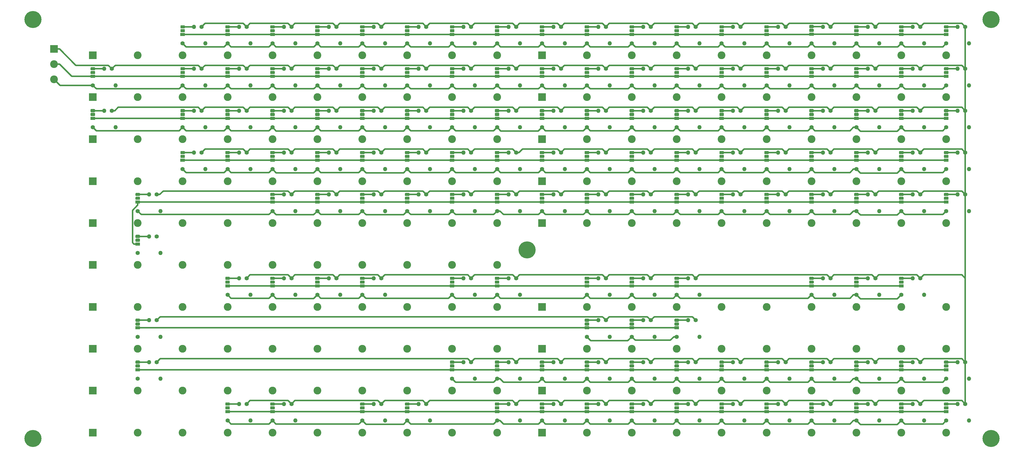
<source format=gbr>
G04 #@! TF.GenerationSoftware,KiCad,Pcbnew,(5.0.0)*
G04 #@! TF.CreationDate,2019-07-24T14:48:48+01:00*
G04 #@! TF.ProjectId,noname,6E6F6E616D652E6B696361645F706362,rev?*
G04 #@! TF.SameCoordinates,Original*
G04 #@! TF.FileFunction,Copper,L2,Bot,Signal*
G04 #@! TF.FilePolarity,Positive*
%FSLAX46Y46*%
G04 Gerber Fmt 4.6, Leading zero omitted, Abs format (unit mm)*
G04 Created by KiCad (PCBNEW (5.0.0)) date 07/24/19 14:48:48*
%MOMM*%
%LPD*%
G01*
G04 APERTURE LIST*
G04 #@! TA.AperFunction,ComponentPad*
%ADD10C,2.600000*%
G04 #@! TD*
G04 #@! TA.AperFunction,ComponentPad*
%ADD11R,2.600000X2.600000*%
G04 #@! TD*
G04 #@! TA.AperFunction,ComponentPad*
%ADD12R,1.500000X1.050000*%
G04 #@! TD*
G04 #@! TA.AperFunction,Conductor*
%ADD13C,0.100000*%
G04 #@! TD*
G04 #@! TA.AperFunction,ComponentPad*
%ADD14C,1.050000*%
G04 #@! TD*
G04 #@! TA.AperFunction,ComponentPad*
%ADD15C,1.400000*%
G04 #@! TD*
G04 #@! TA.AperFunction,ComponentPad*
%ADD16O,1.400000X1.400000*%
G04 #@! TD*
G04 #@! TA.AperFunction,ComponentPad*
%ADD17C,5.700000*%
G04 #@! TD*
G04 #@! TA.AperFunction,Conductor*
%ADD18C,0.500000*%
G04 #@! TD*
G04 APERTURE END LIST*
D10*
G04 #@! TO.P,J12,10*
G04 #@! TO.N,N/C*
X215000000Y-117000000D03*
G04 #@! TO.P,J12,9*
X200000000Y-117000000D03*
G04 #@! TO.P,J12,8*
X185000000Y-117000000D03*
G04 #@! TO.P,J12,7*
X170000000Y-117000000D03*
G04 #@! TO.P,J12,6*
X155000000Y-117000000D03*
G04 #@! TO.P,J12,5*
X140000000Y-117000000D03*
G04 #@! TO.P,J12,4*
X125000000Y-117000000D03*
G04 #@! TO.P,J12,3*
X110000000Y-117000000D03*
G04 #@! TO.P,J12,2*
G04 #@! TO.N,Net-(J12-Pad2)*
X95000000Y-117000000D03*
D11*
G04 #@! TO.P,J12,1*
G04 #@! TO.N,N/C*
X80000000Y-117000000D03*
G04 #@! TD*
D10*
G04 #@! TO.P,J8,10*
G04 #@! TO.N,Net-(J8-Pad10)*
X215000000Y-89000000D03*
G04 #@! TO.P,J8,9*
G04 #@! TO.N,Net-(J8-Pad9)*
X200000000Y-89000000D03*
G04 #@! TO.P,J8,8*
G04 #@! TO.N,Net-(J8-Pad8)*
X185000000Y-89000000D03*
G04 #@! TO.P,J8,7*
G04 #@! TO.N,Net-(J8-Pad7)*
X170000000Y-89000000D03*
G04 #@! TO.P,J8,6*
G04 #@! TO.N,Net-(J8-Pad6)*
X155000000Y-89000000D03*
G04 #@! TO.P,J8,5*
G04 #@! TO.N,Net-(J8-Pad5)*
X140000000Y-89000000D03*
G04 #@! TO.P,J8,4*
G04 #@! TO.N,Net-(J8-Pad4)*
X125000000Y-89000000D03*
G04 #@! TO.P,J8,3*
G04 #@! TO.N,Net-(J8-Pad3)*
X110000000Y-89000000D03*
G04 #@! TO.P,J8,2*
G04 #@! TO.N,N/C*
X95000000Y-89000000D03*
D11*
G04 #@! TO.P,J8,1*
X80000000Y-89000000D03*
G04 #@! TD*
D10*
G04 #@! TO.P,J14,10*
G04 #@! TO.N,Net-(J14-Pad10)*
X215000000Y-131000000D03*
G04 #@! TO.P,J14,9*
G04 #@! TO.N,Net-(J14-Pad9)*
X200000000Y-131000000D03*
G04 #@! TO.P,J14,8*
G04 #@! TO.N,N/C*
X185000000Y-131000000D03*
G04 #@! TO.P,J14,7*
G04 #@! TO.N,Net-(J14-Pad7)*
X170000000Y-131000000D03*
G04 #@! TO.P,J14,6*
G04 #@! TO.N,Net-(J14-Pad6)*
X155000000Y-131000000D03*
G04 #@! TO.P,J14,5*
G04 #@! TO.N,Net-(J14-Pad5)*
X140000000Y-131000000D03*
G04 #@! TO.P,J14,4*
G04 #@! TO.N,Net-(J14-Pad4)*
X125000000Y-131000000D03*
G04 #@! TO.P,J14,3*
G04 #@! TO.N,N/C*
X110000000Y-131000000D03*
G04 #@! TO.P,J14,2*
X95000000Y-131000000D03*
D11*
G04 #@! TO.P,J14,1*
X80000000Y-131000000D03*
G04 #@! TD*
D10*
G04 #@! TO.P,J15,10*
G04 #@! TO.N,N/C*
X365000000Y-131000000D03*
G04 #@! TO.P,J15,9*
G04 #@! TO.N,Net-(J15-Pad9)*
X350000000Y-131000000D03*
G04 #@! TO.P,J15,8*
G04 #@! TO.N,Net-(J15-Pad8)*
X335000000Y-131000000D03*
G04 #@! TO.P,J15,7*
G04 #@! TO.N,Net-(J15-Pad7)*
X320000000Y-131000000D03*
G04 #@! TO.P,J15,6*
G04 #@! TO.N,N/C*
X305000000Y-131000000D03*
G04 #@! TO.P,J15,5*
X290000000Y-131000000D03*
G04 #@! TO.P,J15,4*
G04 #@! TO.N,Net-(J15-Pad4)*
X275000000Y-131000000D03*
G04 #@! TO.P,J15,3*
G04 #@! TO.N,Net-(J15-Pad3)*
X260000000Y-131000000D03*
G04 #@! TO.P,J15,2*
G04 #@! TO.N,Net-(J15-Pad2)*
X245000000Y-131000000D03*
D11*
G04 #@! TO.P,J15,1*
G04 #@! TO.N,N/C*
X230000000Y-131000000D03*
G04 #@! TD*
D10*
G04 #@! TO.P,J10,10*
G04 #@! TO.N,Net-(J10-Pad10)*
X215000000Y-103000000D03*
G04 #@! TO.P,J10,9*
G04 #@! TO.N,Net-(J10-Pad9)*
X200000000Y-103000000D03*
G04 #@! TO.P,J10,8*
G04 #@! TO.N,Net-(J10-Pad8)*
X185000000Y-103000000D03*
G04 #@! TO.P,J10,7*
G04 #@! TO.N,Net-(J10-Pad7)*
X170000000Y-103000000D03*
G04 #@! TO.P,J10,6*
G04 #@! TO.N,Net-(J10-Pad6)*
X155000000Y-103000000D03*
G04 #@! TO.P,J10,5*
G04 #@! TO.N,Net-(J10-Pad5)*
X140000000Y-103000000D03*
G04 #@! TO.P,J10,4*
G04 #@! TO.N,N/C*
X125000000Y-103000000D03*
G04 #@! TO.P,J10,3*
X110000000Y-103000000D03*
G04 #@! TO.P,J10,2*
G04 #@! TO.N,Net-(J10-Pad2)*
X95000000Y-103000000D03*
D11*
G04 #@! TO.P,J10,1*
G04 #@! TO.N,N/C*
X80000000Y-103000000D03*
G04 #@! TD*
D10*
G04 #@! TO.P,J11,10*
G04 #@! TO.N,Net-(J11-Pad10)*
X365000000Y-103000000D03*
G04 #@! TO.P,J11,9*
G04 #@! TO.N,Net-(J11-Pad9)*
X350000000Y-103000000D03*
G04 #@! TO.P,J11,8*
G04 #@! TO.N,Net-(J11-Pad8)*
X335000000Y-103000000D03*
G04 #@! TO.P,J11,7*
G04 #@! TO.N,Net-(J11-Pad7)*
X320000000Y-103000000D03*
G04 #@! TO.P,J11,6*
G04 #@! TO.N,Net-(J11-Pad6)*
X305000000Y-103000000D03*
G04 #@! TO.P,J11,5*
G04 #@! TO.N,Net-(J11-Pad5)*
X290000000Y-103000000D03*
G04 #@! TO.P,J11,4*
G04 #@! TO.N,Net-(J11-Pad4)*
X275000000Y-103000000D03*
G04 #@! TO.P,J11,3*
G04 #@! TO.N,Net-(J11-Pad3)*
X260000000Y-103000000D03*
G04 #@! TO.P,J11,2*
G04 #@! TO.N,Net-(J11-Pad2)*
X245000000Y-103000000D03*
D11*
G04 #@! TO.P,J11,1*
G04 #@! TO.N,Net-(J11-Pad1)*
X230000000Y-103000000D03*
G04 #@! TD*
D10*
G04 #@! TO.P,J19,10*
G04 #@! TO.N,Net-(J19-Pad10)*
X365000000Y-159000000D03*
G04 #@! TO.P,J19,9*
G04 #@! TO.N,Net-(J19-Pad9)*
X350000000Y-159000000D03*
G04 #@! TO.P,J19,8*
G04 #@! TO.N,Net-(J19-Pad8)*
X335000000Y-159000000D03*
G04 #@! TO.P,J19,7*
G04 #@! TO.N,Net-(J19-Pad7)*
X320000000Y-159000000D03*
G04 #@! TO.P,J19,6*
G04 #@! TO.N,Net-(J19-Pad6)*
X305000000Y-159000000D03*
G04 #@! TO.P,J19,5*
G04 #@! TO.N,Net-(J19-Pad5)*
X290000000Y-159000000D03*
G04 #@! TO.P,J19,4*
G04 #@! TO.N,Net-(J19-Pad4)*
X275000000Y-159000000D03*
G04 #@! TO.P,J19,3*
G04 #@! TO.N,Net-(J19-Pad3)*
X260000000Y-159000000D03*
G04 #@! TO.P,J19,2*
G04 #@! TO.N,Net-(J19-Pad2)*
X245000000Y-159000000D03*
D11*
G04 #@! TO.P,J19,1*
G04 #@! TO.N,Net-(J19-Pad1)*
X230000000Y-159000000D03*
G04 #@! TD*
D10*
G04 #@! TO.P,J2,10*
G04 #@! TO.N,Net-(J2-Pad10)*
X215000000Y-47000000D03*
G04 #@! TO.P,J2,9*
G04 #@! TO.N,Net-(J2-Pad9)*
X200000000Y-47000000D03*
G04 #@! TO.P,J2,8*
G04 #@! TO.N,Net-(J2-Pad8)*
X185000000Y-47000000D03*
G04 #@! TO.P,J2,7*
G04 #@! TO.N,Net-(J2-Pad7)*
X170000000Y-47000000D03*
G04 #@! TO.P,J2,6*
G04 #@! TO.N,Net-(J2-Pad6)*
X155000000Y-47000000D03*
G04 #@! TO.P,J2,5*
G04 #@! TO.N,Net-(J2-Pad5)*
X140000000Y-47000000D03*
G04 #@! TO.P,J2,4*
G04 #@! TO.N,Net-(J2-Pad4)*
X125000000Y-47000000D03*
G04 #@! TO.P,J2,3*
G04 #@! TO.N,Net-(J2-Pad3)*
X110000000Y-47000000D03*
G04 #@! TO.P,J2,2*
G04 #@! TO.N,N/C*
X95000000Y-47000000D03*
D11*
G04 #@! TO.P,J2,1*
X80000000Y-47000000D03*
G04 #@! TD*
D10*
G04 #@! TO.P,J4,10*
G04 #@! TO.N,Net-(J4-Pad10)*
X215000000Y-60951600D03*
G04 #@! TO.P,J4,9*
G04 #@! TO.N,Net-(J4-Pad9)*
X200000000Y-60951600D03*
G04 #@! TO.P,J4,8*
G04 #@! TO.N,Net-(J4-Pad8)*
X185000000Y-60951600D03*
G04 #@! TO.P,J4,7*
G04 #@! TO.N,Net-(J4-Pad7)*
X170000000Y-60951600D03*
G04 #@! TO.P,J4,6*
G04 #@! TO.N,Net-(J4-Pad6)*
X155000000Y-60951600D03*
G04 #@! TO.P,J4,5*
G04 #@! TO.N,Net-(J4-Pad5)*
X140000000Y-60951600D03*
G04 #@! TO.P,J4,4*
G04 #@! TO.N,Net-(J4-Pad4)*
X125000000Y-60951600D03*
G04 #@! TO.P,J4,3*
G04 #@! TO.N,Net-(J4-Pad3)*
X110000000Y-60951600D03*
G04 #@! TO.P,J4,2*
G04 #@! TO.N,N/C*
X95000000Y-60951600D03*
D11*
G04 #@! TO.P,J4,1*
G04 #@! TO.N,Net-(J4-Pad1)*
X80000000Y-60951600D03*
G04 #@! TD*
D10*
G04 #@! TO.P,J5,10*
G04 #@! TO.N,Net-(J5-Pad10)*
X365000000Y-60951600D03*
G04 #@! TO.P,J5,9*
G04 #@! TO.N,Net-(J5-Pad9)*
X350000000Y-60951600D03*
G04 #@! TO.P,J5,8*
G04 #@! TO.N,Net-(J5-Pad8)*
X335000000Y-60951600D03*
G04 #@! TO.P,J5,7*
G04 #@! TO.N,Net-(J5-Pad7)*
X320000000Y-60951600D03*
G04 #@! TO.P,J5,6*
G04 #@! TO.N,Net-(J5-Pad6)*
X305000000Y-60951600D03*
G04 #@! TO.P,J5,5*
G04 #@! TO.N,Net-(J5-Pad5)*
X290000000Y-60951600D03*
G04 #@! TO.P,J5,4*
G04 #@! TO.N,Net-(J5-Pad4)*
X275000000Y-60951600D03*
G04 #@! TO.P,J5,3*
G04 #@! TO.N,Net-(J5-Pad3)*
X260000000Y-60951600D03*
G04 #@! TO.P,J5,2*
G04 #@! TO.N,Net-(J5-Pad2)*
X245000000Y-60951600D03*
D11*
G04 #@! TO.P,J5,1*
G04 #@! TO.N,Net-(J5-Pad1)*
X230000000Y-60951600D03*
G04 #@! TD*
D10*
G04 #@! TO.P,J3,10*
G04 #@! TO.N,Net-(J3-Pad10)*
X365000000Y-47000000D03*
G04 #@! TO.P,J3,9*
G04 #@! TO.N,Net-(J3-Pad9)*
X350000000Y-47000000D03*
G04 #@! TO.P,J3,8*
G04 #@! TO.N,Net-(J3-Pad8)*
X335000000Y-47000000D03*
G04 #@! TO.P,J3,7*
G04 #@! TO.N,Net-(J3-Pad7)*
X320000000Y-47000000D03*
G04 #@! TO.P,J3,6*
G04 #@! TO.N,Net-(J3-Pad6)*
X305000000Y-47000000D03*
G04 #@! TO.P,J3,5*
G04 #@! TO.N,Net-(J3-Pad5)*
X290000000Y-47000000D03*
G04 #@! TO.P,J3,4*
G04 #@! TO.N,Net-(J3-Pad4)*
X275000000Y-47000000D03*
G04 #@! TO.P,J3,3*
G04 #@! TO.N,Net-(J3-Pad3)*
X260000000Y-47000000D03*
G04 #@! TO.P,J3,2*
G04 #@! TO.N,Net-(J3-Pad2)*
X245000000Y-47000000D03*
D11*
G04 #@! TO.P,J3,1*
G04 #@! TO.N,Net-(J3-Pad1)*
X230000000Y-47000000D03*
G04 #@! TD*
D10*
G04 #@! TO.P,J9,10*
G04 #@! TO.N,Net-(J9-Pad10)*
X365000000Y-89000000D03*
G04 #@! TO.P,J9,9*
G04 #@! TO.N,Net-(J9-Pad9)*
X350000000Y-89000000D03*
G04 #@! TO.P,J9,8*
G04 #@! TO.N,Net-(J9-Pad8)*
X335000000Y-89000000D03*
G04 #@! TO.P,J9,7*
G04 #@! TO.N,Net-(J9-Pad7)*
X320000000Y-89000000D03*
G04 #@! TO.P,J9,6*
G04 #@! TO.N,Net-(J9-Pad6)*
X305000000Y-89000000D03*
G04 #@! TO.P,J9,5*
G04 #@! TO.N,Net-(J9-Pad5)*
X290000000Y-89000000D03*
G04 #@! TO.P,J9,4*
G04 #@! TO.N,Net-(J9-Pad4)*
X275000000Y-89000000D03*
G04 #@! TO.P,J9,3*
G04 #@! TO.N,Net-(J9-Pad3)*
X260000000Y-89000000D03*
G04 #@! TO.P,J9,2*
G04 #@! TO.N,Net-(J9-Pad2)*
X245000000Y-89000000D03*
D11*
G04 #@! TO.P,J9,1*
G04 #@! TO.N,Net-(J9-Pad1)*
X230000000Y-89000000D03*
G04 #@! TD*
D10*
G04 #@! TO.P,J6,10*
G04 #@! TO.N,Net-(J6-Pad10)*
X215000000Y-75000000D03*
G04 #@! TO.P,J6,9*
G04 #@! TO.N,Net-(J6-Pad9)*
X200000000Y-75000000D03*
G04 #@! TO.P,J6,8*
G04 #@! TO.N,Net-(J6-Pad8)*
X185000000Y-75000000D03*
G04 #@! TO.P,J6,7*
G04 #@! TO.N,Net-(J6-Pad7)*
X170000000Y-75000000D03*
G04 #@! TO.P,J6,6*
G04 #@! TO.N,Net-(J6-Pad6)*
X155000000Y-75000000D03*
G04 #@! TO.P,J6,5*
G04 #@! TO.N,Net-(J6-Pad5)*
X140000000Y-75000000D03*
G04 #@! TO.P,J6,4*
G04 #@! TO.N,Net-(J6-Pad4)*
X125000000Y-75000000D03*
G04 #@! TO.P,J6,3*
G04 #@! TO.N,Net-(J6-Pad3)*
X110000000Y-75000000D03*
G04 #@! TO.P,J6,2*
G04 #@! TO.N,N/C*
X95000000Y-75000000D03*
D11*
G04 #@! TO.P,J6,1*
G04 #@! TO.N,Net-(J6-Pad1)*
X80000000Y-75000000D03*
G04 #@! TD*
D10*
G04 #@! TO.P,J7,10*
G04 #@! TO.N,Net-(J7-Pad10)*
X365000000Y-75000000D03*
G04 #@! TO.P,J7,9*
G04 #@! TO.N,Net-(J7-Pad9)*
X350000000Y-75000000D03*
G04 #@! TO.P,J7,8*
G04 #@! TO.N,Net-(J7-Pad8)*
X335000000Y-75000000D03*
G04 #@! TO.P,J7,7*
G04 #@! TO.N,Net-(J7-Pad7)*
X320000000Y-75000000D03*
G04 #@! TO.P,J7,6*
G04 #@! TO.N,Net-(J7-Pad6)*
X305000000Y-75000000D03*
G04 #@! TO.P,J7,5*
G04 #@! TO.N,Net-(J7-Pad5)*
X290000000Y-75000000D03*
G04 #@! TO.P,J7,4*
G04 #@! TO.N,Net-(J7-Pad4)*
X275000000Y-75000000D03*
G04 #@! TO.P,J7,3*
G04 #@! TO.N,Net-(J7-Pad3)*
X260000000Y-75000000D03*
G04 #@! TO.P,J7,2*
G04 #@! TO.N,Net-(J7-Pad2)*
X245000000Y-75000000D03*
D11*
G04 #@! TO.P,J7,1*
G04 #@! TO.N,Net-(J7-Pad1)*
X230000000Y-75000000D03*
G04 #@! TD*
D10*
G04 #@! TO.P,J18,10*
G04 #@! TO.N,Net-(J18-Pad10)*
X215000000Y-159000000D03*
G04 #@! TO.P,J18,9*
G04 #@! TO.N,Net-(J18-Pad9)*
X200000000Y-159000000D03*
G04 #@! TO.P,J18,8*
G04 #@! TO.N,N/C*
X185000000Y-159000000D03*
G04 #@! TO.P,J18,7*
X170000000Y-159000000D03*
G04 #@! TO.P,J18,6*
X155000000Y-159000000D03*
G04 #@! TO.P,J18,5*
X140000000Y-159000000D03*
G04 #@! TO.P,J18,4*
X125000000Y-159000000D03*
G04 #@! TO.P,J18,3*
X110000000Y-159000000D03*
G04 #@! TO.P,J18,2*
G04 #@! TO.N,Net-(J18-Pad2)*
X95000000Y-159000000D03*
D11*
G04 #@! TO.P,J18,1*
G04 #@! TO.N,N/C*
X80000000Y-159000000D03*
G04 #@! TD*
D10*
G04 #@! TO.P,J17,10*
G04 #@! TO.N,N/C*
X365000000Y-145000000D03*
G04 #@! TO.P,J17,9*
X350000000Y-145000000D03*
G04 #@! TO.P,J17,8*
X335000000Y-145000000D03*
G04 #@! TO.P,J17,7*
X320000000Y-145000000D03*
G04 #@! TO.P,J17,6*
X305000000Y-145000000D03*
G04 #@! TO.P,J17,5*
X290000000Y-145000000D03*
G04 #@! TO.P,J17,4*
G04 #@! TO.N,Net-(J17-Pad4)*
X275000000Y-145000000D03*
G04 #@! TO.P,J17,3*
G04 #@! TO.N,Net-(J17-Pad3)*
X260000000Y-145000000D03*
G04 #@! TO.P,J17,2*
G04 #@! TO.N,Net-(J17-Pad2)*
X245000000Y-145000000D03*
D11*
G04 #@! TO.P,J17,1*
G04 #@! TO.N,N/C*
X230000000Y-145000000D03*
G04 #@! TD*
D10*
G04 #@! TO.P,J16,10*
G04 #@! TO.N,N/C*
X215000000Y-145000000D03*
G04 #@! TO.P,J16,9*
X200000000Y-145000000D03*
G04 #@! TO.P,J16,8*
X185000000Y-145000000D03*
G04 #@! TO.P,J16,7*
X170000000Y-145000000D03*
G04 #@! TO.P,J16,6*
X155000000Y-145000000D03*
G04 #@! TO.P,J16,5*
X140000000Y-145000000D03*
G04 #@! TO.P,J16,4*
X125000000Y-145000000D03*
G04 #@! TO.P,J16,3*
X110000000Y-145000000D03*
G04 #@! TO.P,J16,2*
G04 #@! TO.N,Net-(J16-Pad2)*
X95000000Y-145000000D03*
D11*
G04 #@! TO.P,J16,1*
G04 #@! TO.N,N/C*
X80000000Y-145000000D03*
G04 #@! TD*
D10*
G04 #@! TO.P,J21,10*
G04 #@! TO.N,Net-(J21-Pad10)*
X365000000Y-173000000D03*
G04 #@! TO.P,J21,9*
G04 #@! TO.N,Net-(J21-Pad9)*
X350000000Y-173000000D03*
G04 #@! TO.P,J21,8*
G04 #@! TO.N,Net-(J21-Pad8)*
X335000000Y-173000000D03*
G04 #@! TO.P,J21,7*
G04 #@! TO.N,Net-(J21-Pad7)*
X320000000Y-173000000D03*
G04 #@! TO.P,J21,6*
G04 #@! TO.N,Net-(J21-Pad6)*
X305000000Y-173000000D03*
G04 #@! TO.P,J21,5*
G04 #@! TO.N,Net-(J21-Pad5)*
X290000000Y-173000000D03*
G04 #@! TO.P,J21,4*
G04 #@! TO.N,Net-(J21-Pad4)*
X275000000Y-173000000D03*
G04 #@! TO.P,J21,3*
G04 #@! TO.N,Net-(J21-Pad3)*
X260000000Y-173000000D03*
G04 #@! TO.P,J21,2*
G04 #@! TO.N,Net-(J21-Pad2)*
X245000000Y-173000000D03*
D11*
G04 #@! TO.P,J21,1*
G04 #@! TO.N,Net-(J21-Pad1)*
X230000000Y-173000000D03*
G04 #@! TD*
D10*
G04 #@! TO.P,J20,10*
G04 #@! TO.N,Net-(J20-Pad10)*
X215000000Y-173000000D03*
G04 #@! TO.P,J20,9*
G04 #@! TO.N,N/C*
X200000000Y-173000000D03*
G04 #@! TO.P,J20,8*
G04 #@! TO.N,Net-(J20-Pad8)*
X185000000Y-173000000D03*
G04 #@! TO.P,J20,7*
G04 #@! TO.N,Net-(J20-Pad7)*
X170000000Y-173000000D03*
G04 #@! TO.P,J20,6*
G04 #@! TO.N,N/C*
X155000000Y-173000000D03*
G04 #@! TO.P,J20,5*
G04 #@! TO.N,Net-(J20-Pad5)*
X140000000Y-173000000D03*
G04 #@! TO.P,J20,4*
G04 #@! TO.N,Net-(J20-Pad4)*
X125000000Y-173000000D03*
G04 #@! TO.P,J20,3*
G04 #@! TO.N,N/C*
X110000000Y-173000000D03*
G04 #@! TO.P,J20,2*
X95000000Y-173000000D03*
D11*
G04 #@! TO.P,J20,1*
X80000000Y-173000000D03*
G04 #@! TD*
D10*
G04 #@! TO.P,J1,3*
G04 #@! TO.N,+70v*
X67068800Y-55016400D03*
G04 #@! TO.P,J1,2*
G04 #@! TO.N,0v*
X67068800Y-49936400D03*
D11*
G04 #@! TO.P,J1,1*
G04 #@! TO.N,-40v*
X67068800Y-44856400D03*
G04 #@! TD*
D12*
G04 #@! TO.P,Q184,1*
G04 #@! TO.N,0v*
X125000000Y-166000000D03*
D13*
G04 #@! TD*
G04 #@! TO.N,Net-(NE184-Pad2)*
G04 #@! TO.C,Q184*
G36*
X125513229Y-162936264D02*
X125538711Y-162940044D01*
X125563700Y-162946303D01*
X125587954Y-162954982D01*
X125611242Y-162965996D01*
X125633337Y-162979239D01*
X125654028Y-162994585D01*
X125673116Y-163011884D01*
X125690415Y-163030972D01*
X125705761Y-163051663D01*
X125719004Y-163073758D01*
X125730018Y-163097046D01*
X125738697Y-163121300D01*
X125744956Y-163146289D01*
X125748736Y-163171771D01*
X125750000Y-163197500D01*
X125750000Y-163722500D01*
X125748736Y-163748229D01*
X125744956Y-163773711D01*
X125738697Y-163798700D01*
X125730018Y-163822954D01*
X125719004Y-163846242D01*
X125705761Y-163868337D01*
X125690415Y-163889028D01*
X125673116Y-163908116D01*
X125654028Y-163925415D01*
X125633337Y-163940761D01*
X125611242Y-163954004D01*
X125587954Y-163965018D01*
X125563700Y-163973697D01*
X125538711Y-163979956D01*
X125513229Y-163983736D01*
X125487500Y-163985000D01*
X124512500Y-163985000D01*
X124486771Y-163983736D01*
X124461289Y-163979956D01*
X124436300Y-163973697D01*
X124412046Y-163965018D01*
X124388758Y-163954004D01*
X124366663Y-163940761D01*
X124345972Y-163925415D01*
X124326884Y-163908116D01*
X124309585Y-163889028D01*
X124294239Y-163868337D01*
X124280996Y-163846242D01*
X124269982Y-163822954D01*
X124261303Y-163798700D01*
X124255044Y-163773711D01*
X124251264Y-163748229D01*
X124250000Y-163722500D01*
X124250000Y-163197500D01*
X124251264Y-163171771D01*
X124255044Y-163146289D01*
X124261303Y-163121300D01*
X124269982Y-163097046D01*
X124280996Y-163073758D01*
X124294239Y-163051663D01*
X124309585Y-163030972D01*
X124326884Y-163011884D01*
X124345972Y-162994585D01*
X124366663Y-162979239D01*
X124388758Y-162965996D01*
X124412046Y-162954982D01*
X124436300Y-162946303D01*
X124461289Y-162940044D01*
X124486771Y-162936264D01*
X124512500Y-162935000D01*
X125487500Y-162935000D01*
X125513229Y-162936264D01*
X125513229Y-162936264D01*
G37*
D14*
G04 #@! TO.P,Q184,3*
G04 #@! TO.N,Net-(NE184-Pad2)*
X125000000Y-163460000D03*
D13*
G04 #@! TD*
G04 #@! TO.N,Net-(J20-Pad4)*
G04 #@! TO.C,Q184*
G36*
X125513229Y-164206264D02*
X125538711Y-164210044D01*
X125563700Y-164216303D01*
X125587954Y-164224982D01*
X125611242Y-164235996D01*
X125633337Y-164249239D01*
X125654028Y-164264585D01*
X125673116Y-164281884D01*
X125690415Y-164300972D01*
X125705761Y-164321663D01*
X125719004Y-164343758D01*
X125730018Y-164367046D01*
X125738697Y-164391300D01*
X125744956Y-164416289D01*
X125748736Y-164441771D01*
X125750000Y-164467500D01*
X125750000Y-164992500D01*
X125748736Y-165018229D01*
X125744956Y-165043711D01*
X125738697Y-165068700D01*
X125730018Y-165092954D01*
X125719004Y-165116242D01*
X125705761Y-165138337D01*
X125690415Y-165159028D01*
X125673116Y-165178116D01*
X125654028Y-165195415D01*
X125633337Y-165210761D01*
X125611242Y-165224004D01*
X125587954Y-165235018D01*
X125563700Y-165243697D01*
X125538711Y-165249956D01*
X125513229Y-165253736D01*
X125487500Y-165255000D01*
X124512500Y-165255000D01*
X124486771Y-165253736D01*
X124461289Y-165249956D01*
X124436300Y-165243697D01*
X124412046Y-165235018D01*
X124388758Y-165224004D01*
X124366663Y-165210761D01*
X124345972Y-165195415D01*
X124326884Y-165178116D01*
X124309585Y-165159028D01*
X124294239Y-165138337D01*
X124280996Y-165116242D01*
X124269982Y-165092954D01*
X124261303Y-165068700D01*
X124255044Y-165043711D01*
X124251264Y-165018229D01*
X124250000Y-164992500D01*
X124250000Y-164467500D01*
X124251264Y-164441771D01*
X124255044Y-164416289D01*
X124261303Y-164391300D01*
X124269982Y-164367046D01*
X124280996Y-164343758D01*
X124294239Y-164321663D01*
X124309585Y-164300972D01*
X124326884Y-164281884D01*
X124345972Y-164264585D01*
X124366663Y-164249239D01*
X124388758Y-164235996D01*
X124412046Y-164224982D01*
X124436300Y-164216303D01*
X124461289Y-164210044D01*
X124486771Y-164206264D01*
X124512500Y-164205000D01*
X125487500Y-164205000D01*
X125513229Y-164206264D01*
X125513229Y-164206264D01*
G37*
D14*
G04 #@! TO.P,Q184,2*
G04 #@! TO.N,Net-(J20-Pad4)*
X125000000Y-164730000D03*
G04 #@! TD*
D12*
G04 #@! TO.P,Q192,1*
G04 #@! TO.N,0v*
X245000000Y-166000000D03*
D13*
G04 #@! TD*
G04 #@! TO.N,Net-(NE192-Pad2)*
G04 #@! TO.C,Q192*
G36*
X245513229Y-162936264D02*
X245538711Y-162940044D01*
X245563700Y-162946303D01*
X245587954Y-162954982D01*
X245611242Y-162965996D01*
X245633337Y-162979239D01*
X245654028Y-162994585D01*
X245673116Y-163011884D01*
X245690415Y-163030972D01*
X245705761Y-163051663D01*
X245719004Y-163073758D01*
X245730018Y-163097046D01*
X245738697Y-163121300D01*
X245744956Y-163146289D01*
X245748736Y-163171771D01*
X245750000Y-163197500D01*
X245750000Y-163722500D01*
X245748736Y-163748229D01*
X245744956Y-163773711D01*
X245738697Y-163798700D01*
X245730018Y-163822954D01*
X245719004Y-163846242D01*
X245705761Y-163868337D01*
X245690415Y-163889028D01*
X245673116Y-163908116D01*
X245654028Y-163925415D01*
X245633337Y-163940761D01*
X245611242Y-163954004D01*
X245587954Y-163965018D01*
X245563700Y-163973697D01*
X245538711Y-163979956D01*
X245513229Y-163983736D01*
X245487500Y-163985000D01*
X244512500Y-163985000D01*
X244486771Y-163983736D01*
X244461289Y-163979956D01*
X244436300Y-163973697D01*
X244412046Y-163965018D01*
X244388758Y-163954004D01*
X244366663Y-163940761D01*
X244345972Y-163925415D01*
X244326884Y-163908116D01*
X244309585Y-163889028D01*
X244294239Y-163868337D01*
X244280996Y-163846242D01*
X244269982Y-163822954D01*
X244261303Y-163798700D01*
X244255044Y-163773711D01*
X244251264Y-163748229D01*
X244250000Y-163722500D01*
X244250000Y-163197500D01*
X244251264Y-163171771D01*
X244255044Y-163146289D01*
X244261303Y-163121300D01*
X244269982Y-163097046D01*
X244280996Y-163073758D01*
X244294239Y-163051663D01*
X244309585Y-163030972D01*
X244326884Y-163011884D01*
X244345972Y-162994585D01*
X244366663Y-162979239D01*
X244388758Y-162965996D01*
X244412046Y-162954982D01*
X244436300Y-162946303D01*
X244461289Y-162940044D01*
X244486771Y-162936264D01*
X244512500Y-162935000D01*
X245487500Y-162935000D01*
X245513229Y-162936264D01*
X245513229Y-162936264D01*
G37*
D14*
G04 #@! TO.P,Q192,3*
G04 #@! TO.N,Net-(NE192-Pad2)*
X245000000Y-163460000D03*
D13*
G04 #@! TD*
G04 #@! TO.N,Net-(J21-Pad2)*
G04 #@! TO.C,Q192*
G36*
X245513229Y-164206264D02*
X245538711Y-164210044D01*
X245563700Y-164216303D01*
X245587954Y-164224982D01*
X245611242Y-164235996D01*
X245633337Y-164249239D01*
X245654028Y-164264585D01*
X245673116Y-164281884D01*
X245690415Y-164300972D01*
X245705761Y-164321663D01*
X245719004Y-164343758D01*
X245730018Y-164367046D01*
X245738697Y-164391300D01*
X245744956Y-164416289D01*
X245748736Y-164441771D01*
X245750000Y-164467500D01*
X245750000Y-164992500D01*
X245748736Y-165018229D01*
X245744956Y-165043711D01*
X245738697Y-165068700D01*
X245730018Y-165092954D01*
X245719004Y-165116242D01*
X245705761Y-165138337D01*
X245690415Y-165159028D01*
X245673116Y-165178116D01*
X245654028Y-165195415D01*
X245633337Y-165210761D01*
X245611242Y-165224004D01*
X245587954Y-165235018D01*
X245563700Y-165243697D01*
X245538711Y-165249956D01*
X245513229Y-165253736D01*
X245487500Y-165255000D01*
X244512500Y-165255000D01*
X244486771Y-165253736D01*
X244461289Y-165249956D01*
X244436300Y-165243697D01*
X244412046Y-165235018D01*
X244388758Y-165224004D01*
X244366663Y-165210761D01*
X244345972Y-165195415D01*
X244326884Y-165178116D01*
X244309585Y-165159028D01*
X244294239Y-165138337D01*
X244280996Y-165116242D01*
X244269982Y-165092954D01*
X244261303Y-165068700D01*
X244255044Y-165043711D01*
X244251264Y-165018229D01*
X244250000Y-164992500D01*
X244250000Y-164467500D01*
X244251264Y-164441771D01*
X244255044Y-164416289D01*
X244261303Y-164391300D01*
X244269982Y-164367046D01*
X244280996Y-164343758D01*
X244294239Y-164321663D01*
X244309585Y-164300972D01*
X244326884Y-164281884D01*
X244345972Y-164264585D01*
X244366663Y-164249239D01*
X244388758Y-164235996D01*
X244412046Y-164224982D01*
X244436300Y-164216303D01*
X244461289Y-164210044D01*
X244486771Y-164206264D01*
X244512500Y-164205000D01*
X245487500Y-164205000D01*
X245513229Y-164206264D01*
X245513229Y-164206264D01*
G37*
D14*
G04 #@! TO.P,Q192,2*
G04 #@! TO.N,Net-(J21-Pad2)*
X245000000Y-164730000D03*
G04 #@! TD*
D12*
G04 #@! TO.P,Q191,1*
G04 #@! TO.N,0v*
X230000000Y-166000000D03*
D13*
G04 #@! TD*
G04 #@! TO.N,Net-(NE191-Pad2)*
G04 #@! TO.C,Q191*
G36*
X230513229Y-162936264D02*
X230538711Y-162940044D01*
X230563700Y-162946303D01*
X230587954Y-162954982D01*
X230611242Y-162965996D01*
X230633337Y-162979239D01*
X230654028Y-162994585D01*
X230673116Y-163011884D01*
X230690415Y-163030972D01*
X230705761Y-163051663D01*
X230719004Y-163073758D01*
X230730018Y-163097046D01*
X230738697Y-163121300D01*
X230744956Y-163146289D01*
X230748736Y-163171771D01*
X230750000Y-163197500D01*
X230750000Y-163722500D01*
X230748736Y-163748229D01*
X230744956Y-163773711D01*
X230738697Y-163798700D01*
X230730018Y-163822954D01*
X230719004Y-163846242D01*
X230705761Y-163868337D01*
X230690415Y-163889028D01*
X230673116Y-163908116D01*
X230654028Y-163925415D01*
X230633337Y-163940761D01*
X230611242Y-163954004D01*
X230587954Y-163965018D01*
X230563700Y-163973697D01*
X230538711Y-163979956D01*
X230513229Y-163983736D01*
X230487500Y-163985000D01*
X229512500Y-163985000D01*
X229486771Y-163983736D01*
X229461289Y-163979956D01*
X229436300Y-163973697D01*
X229412046Y-163965018D01*
X229388758Y-163954004D01*
X229366663Y-163940761D01*
X229345972Y-163925415D01*
X229326884Y-163908116D01*
X229309585Y-163889028D01*
X229294239Y-163868337D01*
X229280996Y-163846242D01*
X229269982Y-163822954D01*
X229261303Y-163798700D01*
X229255044Y-163773711D01*
X229251264Y-163748229D01*
X229250000Y-163722500D01*
X229250000Y-163197500D01*
X229251264Y-163171771D01*
X229255044Y-163146289D01*
X229261303Y-163121300D01*
X229269982Y-163097046D01*
X229280996Y-163073758D01*
X229294239Y-163051663D01*
X229309585Y-163030972D01*
X229326884Y-163011884D01*
X229345972Y-162994585D01*
X229366663Y-162979239D01*
X229388758Y-162965996D01*
X229412046Y-162954982D01*
X229436300Y-162946303D01*
X229461289Y-162940044D01*
X229486771Y-162936264D01*
X229512500Y-162935000D01*
X230487500Y-162935000D01*
X230513229Y-162936264D01*
X230513229Y-162936264D01*
G37*
D14*
G04 #@! TO.P,Q191,3*
G04 #@! TO.N,Net-(NE191-Pad2)*
X230000000Y-163460000D03*
D13*
G04 #@! TD*
G04 #@! TO.N,Net-(J21-Pad1)*
G04 #@! TO.C,Q191*
G36*
X230513229Y-164206264D02*
X230538711Y-164210044D01*
X230563700Y-164216303D01*
X230587954Y-164224982D01*
X230611242Y-164235996D01*
X230633337Y-164249239D01*
X230654028Y-164264585D01*
X230673116Y-164281884D01*
X230690415Y-164300972D01*
X230705761Y-164321663D01*
X230719004Y-164343758D01*
X230730018Y-164367046D01*
X230738697Y-164391300D01*
X230744956Y-164416289D01*
X230748736Y-164441771D01*
X230750000Y-164467500D01*
X230750000Y-164992500D01*
X230748736Y-165018229D01*
X230744956Y-165043711D01*
X230738697Y-165068700D01*
X230730018Y-165092954D01*
X230719004Y-165116242D01*
X230705761Y-165138337D01*
X230690415Y-165159028D01*
X230673116Y-165178116D01*
X230654028Y-165195415D01*
X230633337Y-165210761D01*
X230611242Y-165224004D01*
X230587954Y-165235018D01*
X230563700Y-165243697D01*
X230538711Y-165249956D01*
X230513229Y-165253736D01*
X230487500Y-165255000D01*
X229512500Y-165255000D01*
X229486771Y-165253736D01*
X229461289Y-165249956D01*
X229436300Y-165243697D01*
X229412046Y-165235018D01*
X229388758Y-165224004D01*
X229366663Y-165210761D01*
X229345972Y-165195415D01*
X229326884Y-165178116D01*
X229309585Y-165159028D01*
X229294239Y-165138337D01*
X229280996Y-165116242D01*
X229269982Y-165092954D01*
X229261303Y-165068700D01*
X229255044Y-165043711D01*
X229251264Y-165018229D01*
X229250000Y-164992500D01*
X229250000Y-164467500D01*
X229251264Y-164441771D01*
X229255044Y-164416289D01*
X229261303Y-164391300D01*
X229269982Y-164367046D01*
X229280996Y-164343758D01*
X229294239Y-164321663D01*
X229309585Y-164300972D01*
X229326884Y-164281884D01*
X229345972Y-164264585D01*
X229366663Y-164249239D01*
X229388758Y-164235996D01*
X229412046Y-164224982D01*
X229436300Y-164216303D01*
X229461289Y-164210044D01*
X229486771Y-164206264D01*
X229512500Y-164205000D01*
X230487500Y-164205000D01*
X230513229Y-164206264D01*
X230513229Y-164206264D01*
G37*
D14*
G04 #@! TO.P,Q191,2*
G04 #@! TO.N,Net-(J21-Pad1)*
X230000000Y-164730000D03*
G04 #@! TD*
D12*
G04 #@! TO.P,Q200,1*
G04 #@! TO.N,0v*
X365000000Y-166000000D03*
D13*
G04 #@! TD*
G04 #@! TO.N,Net-(NE200-Pad2)*
G04 #@! TO.C,Q200*
G36*
X365513229Y-162936264D02*
X365538711Y-162940044D01*
X365563700Y-162946303D01*
X365587954Y-162954982D01*
X365611242Y-162965996D01*
X365633337Y-162979239D01*
X365654028Y-162994585D01*
X365673116Y-163011884D01*
X365690415Y-163030972D01*
X365705761Y-163051663D01*
X365719004Y-163073758D01*
X365730018Y-163097046D01*
X365738697Y-163121300D01*
X365744956Y-163146289D01*
X365748736Y-163171771D01*
X365750000Y-163197500D01*
X365750000Y-163722500D01*
X365748736Y-163748229D01*
X365744956Y-163773711D01*
X365738697Y-163798700D01*
X365730018Y-163822954D01*
X365719004Y-163846242D01*
X365705761Y-163868337D01*
X365690415Y-163889028D01*
X365673116Y-163908116D01*
X365654028Y-163925415D01*
X365633337Y-163940761D01*
X365611242Y-163954004D01*
X365587954Y-163965018D01*
X365563700Y-163973697D01*
X365538711Y-163979956D01*
X365513229Y-163983736D01*
X365487500Y-163985000D01*
X364512500Y-163985000D01*
X364486771Y-163983736D01*
X364461289Y-163979956D01*
X364436300Y-163973697D01*
X364412046Y-163965018D01*
X364388758Y-163954004D01*
X364366663Y-163940761D01*
X364345972Y-163925415D01*
X364326884Y-163908116D01*
X364309585Y-163889028D01*
X364294239Y-163868337D01*
X364280996Y-163846242D01*
X364269982Y-163822954D01*
X364261303Y-163798700D01*
X364255044Y-163773711D01*
X364251264Y-163748229D01*
X364250000Y-163722500D01*
X364250000Y-163197500D01*
X364251264Y-163171771D01*
X364255044Y-163146289D01*
X364261303Y-163121300D01*
X364269982Y-163097046D01*
X364280996Y-163073758D01*
X364294239Y-163051663D01*
X364309585Y-163030972D01*
X364326884Y-163011884D01*
X364345972Y-162994585D01*
X364366663Y-162979239D01*
X364388758Y-162965996D01*
X364412046Y-162954982D01*
X364436300Y-162946303D01*
X364461289Y-162940044D01*
X364486771Y-162936264D01*
X364512500Y-162935000D01*
X365487500Y-162935000D01*
X365513229Y-162936264D01*
X365513229Y-162936264D01*
G37*
D14*
G04 #@! TO.P,Q200,3*
G04 #@! TO.N,Net-(NE200-Pad2)*
X365000000Y-163460000D03*
D13*
G04 #@! TD*
G04 #@! TO.N,Net-(J21-Pad10)*
G04 #@! TO.C,Q200*
G36*
X365513229Y-164206264D02*
X365538711Y-164210044D01*
X365563700Y-164216303D01*
X365587954Y-164224982D01*
X365611242Y-164235996D01*
X365633337Y-164249239D01*
X365654028Y-164264585D01*
X365673116Y-164281884D01*
X365690415Y-164300972D01*
X365705761Y-164321663D01*
X365719004Y-164343758D01*
X365730018Y-164367046D01*
X365738697Y-164391300D01*
X365744956Y-164416289D01*
X365748736Y-164441771D01*
X365750000Y-164467500D01*
X365750000Y-164992500D01*
X365748736Y-165018229D01*
X365744956Y-165043711D01*
X365738697Y-165068700D01*
X365730018Y-165092954D01*
X365719004Y-165116242D01*
X365705761Y-165138337D01*
X365690415Y-165159028D01*
X365673116Y-165178116D01*
X365654028Y-165195415D01*
X365633337Y-165210761D01*
X365611242Y-165224004D01*
X365587954Y-165235018D01*
X365563700Y-165243697D01*
X365538711Y-165249956D01*
X365513229Y-165253736D01*
X365487500Y-165255000D01*
X364512500Y-165255000D01*
X364486771Y-165253736D01*
X364461289Y-165249956D01*
X364436300Y-165243697D01*
X364412046Y-165235018D01*
X364388758Y-165224004D01*
X364366663Y-165210761D01*
X364345972Y-165195415D01*
X364326884Y-165178116D01*
X364309585Y-165159028D01*
X364294239Y-165138337D01*
X364280996Y-165116242D01*
X364269982Y-165092954D01*
X364261303Y-165068700D01*
X364255044Y-165043711D01*
X364251264Y-165018229D01*
X364250000Y-164992500D01*
X364250000Y-164467500D01*
X364251264Y-164441771D01*
X364255044Y-164416289D01*
X364261303Y-164391300D01*
X364269982Y-164367046D01*
X364280996Y-164343758D01*
X364294239Y-164321663D01*
X364309585Y-164300972D01*
X364326884Y-164281884D01*
X364345972Y-164264585D01*
X364366663Y-164249239D01*
X364388758Y-164235996D01*
X364412046Y-164224982D01*
X364436300Y-164216303D01*
X364461289Y-164210044D01*
X364486771Y-164206264D01*
X364512500Y-164205000D01*
X365487500Y-164205000D01*
X365513229Y-164206264D01*
X365513229Y-164206264D01*
G37*
D14*
G04 #@! TO.P,Q200,2*
G04 #@! TO.N,Net-(J21-Pad10)*
X365000000Y-164730000D03*
G04 #@! TD*
D12*
G04 #@! TO.P,Q196,1*
G04 #@! TO.N,0v*
X305000000Y-166000000D03*
D13*
G04 #@! TD*
G04 #@! TO.N,Net-(NE196-Pad2)*
G04 #@! TO.C,Q196*
G36*
X305513229Y-162936264D02*
X305538711Y-162940044D01*
X305563700Y-162946303D01*
X305587954Y-162954982D01*
X305611242Y-162965996D01*
X305633337Y-162979239D01*
X305654028Y-162994585D01*
X305673116Y-163011884D01*
X305690415Y-163030972D01*
X305705761Y-163051663D01*
X305719004Y-163073758D01*
X305730018Y-163097046D01*
X305738697Y-163121300D01*
X305744956Y-163146289D01*
X305748736Y-163171771D01*
X305750000Y-163197500D01*
X305750000Y-163722500D01*
X305748736Y-163748229D01*
X305744956Y-163773711D01*
X305738697Y-163798700D01*
X305730018Y-163822954D01*
X305719004Y-163846242D01*
X305705761Y-163868337D01*
X305690415Y-163889028D01*
X305673116Y-163908116D01*
X305654028Y-163925415D01*
X305633337Y-163940761D01*
X305611242Y-163954004D01*
X305587954Y-163965018D01*
X305563700Y-163973697D01*
X305538711Y-163979956D01*
X305513229Y-163983736D01*
X305487500Y-163985000D01*
X304512500Y-163985000D01*
X304486771Y-163983736D01*
X304461289Y-163979956D01*
X304436300Y-163973697D01*
X304412046Y-163965018D01*
X304388758Y-163954004D01*
X304366663Y-163940761D01*
X304345972Y-163925415D01*
X304326884Y-163908116D01*
X304309585Y-163889028D01*
X304294239Y-163868337D01*
X304280996Y-163846242D01*
X304269982Y-163822954D01*
X304261303Y-163798700D01*
X304255044Y-163773711D01*
X304251264Y-163748229D01*
X304250000Y-163722500D01*
X304250000Y-163197500D01*
X304251264Y-163171771D01*
X304255044Y-163146289D01*
X304261303Y-163121300D01*
X304269982Y-163097046D01*
X304280996Y-163073758D01*
X304294239Y-163051663D01*
X304309585Y-163030972D01*
X304326884Y-163011884D01*
X304345972Y-162994585D01*
X304366663Y-162979239D01*
X304388758Y-162965996D01*
X304412046Y-162954982D01*
X304436300Y-162946303D01*
X304461289Y-162940044D01*
X304486771Y-162936264D01*
X304512500Y-162935000D01*
X305487500Y-162935000D01*
X305513229Y-162936264D01*
X305513229Y-162936264D01*
G37*
D14*
G04 #@! TO.P,Q196,3*
G04 #@! TO.N,Net-(NE196-Pad2)*
X305000000Y-163460000D03*
D13*
G04 #@! TD*
G04 #@! TO.N,Net-(J21-Pad6)*
G04 #@! TO.C,Q196*
G36*
X305513229Y-164206264D02*
X305538711Y-164210044D01*
X305563700Y-164216303D01*
X305587954Y-164224982D01*
X305611242Y-164235996D01*
X305633337Y-164249239D01*
X305654028Y-164264585D01*
X305673116Y-164281884D01*
X305690415Y-164300972D01*
X305705761Y-164321663D01*
X305719004Y-164343758D01*
X305730018Y-164367046D01*
X305738697Y-164391300D01*
X305744956Y-164416289D01*
X305748736Y-164441771D01*
X305750000Y-164467500D01*
X305750000Y-164992500D01*
X305748736Y-165018229D01*
X305744956Y-165043711D01*
X305738697Y-165068700D01*
X305730018Y-165092954D01*
X305719004Y-165116242D01*
X305705761Y-165138337D01*
X305690415Y-165159028D01*
X305673116Y-165178116D01*
X305654028Y-165195415D01*
X305633337Y-165210761D01*
X305611242Y-165224004D01*
X305587954Y-165235018D01*
X305563700Y-165243697D01*
X305538711Y-165249956D01*
X305513229Y-165253736D01*
X305487500Y-165255000D01*
X304512500Y-165255000D01*
X304486771Y-165253736D01*
X304461289Y-165249956D01*
X304436300Y-165243697D01*
X304412046Y-165235018D01*
X304388758Y-165224004D01*
X304366663Y-165210761D01*
X304345972Y-165195415D01*
X304326884Y-165178116D01*
X304309585Y-165159028D01*
X304294239Y-165138337D01*
X304280996Y-165116242D01*
X304269982Y-165092954D01*
X304261303Y-165068700D01*
X304255044Y-165043711D01*
X304251264Y-165018229D01*
X304250000Y-164992500D01*
X304250000Y-164467500D01*
X304251264Y-164441771D01*
X304255044Y-164416289D01*
X304261303Y-164391300D01*
X304269982Y-164367046D01*
X304280996Y-164343758D01*
X304294239Y-164321663D01*
X304309585Y-164300972D01*
X304326884Y-164281884D01*
X304345972Y-164264585D01*
X304366663Y-164249239D01*
X304388758Y-164235996D01*
X304412046Y-164224982D01*
X304436300Y-164216303D01*
X304461289Y-164210044D01*
X304486771Y-164206264D01*
X304512500Y-164205000D01*
X305487500Y-164205000D01*
X305513229Y-164206264D01*
X305513229Y-164206264D01*
G37*
D14*
G04 #@! TO.P,Q196,2*
G04 #@! TO.N,Net-(J21-Pad6)*
X305000000Y-164730000D03*
G04 #@! TD*
D12*
G04 #@! TO.P,Q198,1*
G04 #@! TO.N,0v*
X335000000Y-166000000D03*
D13*
G04 #@! TD*
G04 #@! TO.N,Net-(NE198-Pad2)*
G04 #@! TO.C,Q198*
G36*
X335513229Y-162936264D02*
X335538711Y-162940044D01*
X335563700Y-162946303D01*
X335587954Y-162954982D01*
X335611242Y-162965996D01*
X335633337Y-162979239D01*
X335654028Y-162994585D01*
X335673116Y-163011884D01*
X335690415Y-163030972D01*
X335705761Y-163051663D01*
X335719004Y-163073758D01*
X335730018Y-163097046D01*
X335738697Y-163121300D01*
X335744956Y-163146289D01*
X335748736Y-163171771D01*
X335750000Y-163197500D01*
X335750000Y-163722500D01*
X335748736Y-163748229D01*
X335744956Y-163773711D01*
X335738697Y-163798700D01*
X335730018Y-163822954D01*
X335719004Y-163846242D01*
X335705761Y-163868337D01*
X335690415Y-163889028D01*
X335673116Y-163908116D01*
X335654028Y-163925415D01*
X335633337Y-163940761D01*
X335611242Y-163954004D01*
X335587954Y-163965018D01*
X335563700Y-163973697D01*
X335538711Y-163979956D01*
X335513229Y-163983736D01*
X335487500Y-163985000D01*
X334512500Y-163985000D01*
X334486771Y-163983736D01*
X334461289Y-163979956D01*
X334436300Y-163973697D01*
X334412046Y-163965018D01*
X334388758Y-163954004D01*
X334366663Y-163940761D01*
X334345972Y-163925415D01*
X334326884Y-163908116D01*
X334309585Y-163889028D01*
X334294239Y-163868337D01*
X334280996Y-163846242D01*
X334269982Y-163822954D01*
X334261303Y-163798700D01*
X334255044Y-163773711D01*
X334251264Y-163748229D01*
X334250000Y-163722500D01*
X334250000Y-163197500D01*
X334251264Y-163171771D01*
X334255044Y-163146289D01*
X334261303Y-163121300D01*
X334269982Y-163097046D01*
X334280996Y-163073758D01*
X334294239Y-163051663D01*
X334309585Y-163030972D01*
X334326884Y-163011884D01*
X334345972Y-162994585D01*
X334366663Y-162979239D01*
X334388758Y-162965996D01*
X334412046Y-162954982D01*
X334436300Y-162946303D01*
X334461289Y-162940044D01*
X334486771Y-162936264D01*
X334512500Y-162935000D01*
X335487500Y-162935000D01*
X335513229Y-162936264D01*
X335513229Y-162936264D01*
G37*
D14*
G04 #@! TO.P,Q198,3*
G04 #@! TO.N,Net-(NE198-Pad2)*
X335000000Y-163460000D03*
D13*
G04 #@! TD*
G04 #@! TO.N,Net-(J21-Pad8)*
G04 #@! TO.C,Q198*
G36*
X335513229Y-164206264D02*
X335538711Y-164210044D01*
X335563700Y-164216303D01*
X335587954Y-164224982D01*
X335611242Y-164235996D01*
X335633337Y-164249239D01*
X335654028Y-164264585D01*
X335673116Y-164281884D01*
X335690415Y-164300972D01*
X335705761Y-164321663D01*
X335719004Y-164343758D01*
X335730018Y-164367046D01*
X335738697Y-164391300D01*
X335744956Y-164416289D01*
X335748736Y-164441771D01*
X335750000Y-164467500D01*
X335750000Y-164992500D01*
X335748736Y-165018229D01*
X335744956Y-165043711D01*
X335738697Y-165068700D01*
X335730018Y-165092954D01*
X335719004Y-165116242D01*
X335705761Y-165138337D01*
X335690415Y-165159028D01*
X335673116Y-165178116D01*
X335654028Y-165195415D01*
X335633337Y-165210761D01*
X335611242Y-165224004D01*
X335587954Y-165235018D01*
X335563700Y-165243697D01*
X335538711Y-165249956D01*
X335513229Y-165253736D01*
X335487500Y-165255000D01*
X334512500Y-165255000D01*
X334486771Y-165253736D01*
X334461289Y-165249956D01*
X334436300Y-165243697D01*
X334412046Y-165235018D01*
X334388758Y-165224004D01*
X334366663Y-165210761D01*
X334345972Y-165195415D01*
X334326884Y-165178116D01*
X334309585Y-165159028D01*
X334294239Y-165138337D01*
X334280996Y-165116242D01*
X334269982Y-165092954D01*
X334261303Y-165068700D01*
X334255044Y-165043711D01*
X334251264Y-165018229D01*
X334250000Y-164992500D01*
X334250000Y-164467500D01*
X334251264Y-164441771D01*
X334255044Y-164416289D01*
X334261303Y-164391300D01*
X334269982Y-164367046D01*
X334280996Y-164343758D01*
X334294239Y-164321663D01*
X334309585Y-164300972D01*
X334326884Y-164281884D01*
X334345972Y-164264585D01*
X334366663Y-164249239D01*
X334388758Y-164235996D01*
X334412046Y-164224982D01*
X334436300Y-164216303D01*
X334461289Y-164210044D01*
X334486771Y-164206264D01*
X334512500Y-164205000D01*
X335487500Y-164205000D01*
X335513229Y-164206264D01*
X335513229Y-164206264D01*
G37*
D14*
G04 #@! TO.P,Q198,2*
G04 #@! TO.N,Net-(J21-Pad8)*
X335000000Y-164730000D03*
G04 #@! TD*
D12*
G04 #@! TO.P,Q194,1*
G04 #@! TO.N,0v*
X275000000Y-166000000D03*
D13*
G04 #@! TD*
G04 #@! TO.N,Net-(NE194-Pad2)*
G04 #@! TO.C,Q194*
G36*
X275513229Y-162936264D02*
X275538711Y-162940044D01*
X275563700Y-162946303D01*
X275587954Y-162954982D01*
X275611242Y-162965996D01*
X275633337Y-162979239D01*
X275654028Y-162994585D01*
X275673116Y-163011884D01*
X275690415Y-163030972D01*
X275705761Y-163051663D01*
X275719004Y-163073758D01*
X275730018Y-163097046D01*
X275738697Y-163121300D01*
X275744956Y-163146289D01*
X275748736Y-163171771D01*
X275750000Y-163197500D01*
X275750000Y-163722500D01*
X275748736Y-163748229D01*
X275744956Y-163773711D01*
X275738697Y-163798700D01*
X275730018Y-163822954D01*
X275719004Y-163846242D01*
X275705761Y-163868337D01*
X275690415Y-163889028D01*
X275673116Y-163908116D01*
X275654028Y-163925415D01*
X275633337Y-163940761D01*
X275611242Y-163954004D01*
X275587954Y-163965018D01*
X275563700Y-163973697D01*
X275538711Y-163979956D01*
X275513229Y-163983736D01*
X275487500Y-163985000D01*
X274512500Y-163985000D01*
X274486771Y-163983736D01*
X274461289Y-163979956D01*
X274436300Y-163973697D01*
X274412046Y-163965018D01*
X274388758Y-163954004D01*
X274366663Y-163940761D01*
X274345972Y-163925415D01*
X274326884Y-163908116D01*
X274309585Y-163889028D01*
X274294239Y-163868337D01*
X274280996Y-163846242D01*
X274269982Y-163822954D01*
X274261303Y-163798700D01*
X274255044Y-163773711D01*
X274251264Y-163748229D01*
X274250000Y-163722500D01*
X274250000Y-163197500D01*
X274251264Y-163171771D01*
X274255044Y-163146289D01*
X274261303Y-163121300D01*
X274269982Y-163097046D01*
X274280996Y-163073758D01*
X274294239Y-163051663D01*
X274309585Y-163030972D01*
X274326884Y-163011884D01*
X274345972Y-162994585D01*
X274366663Y-162979239D01*
X274388758Y-162965996D01*
X274412046Y-162954982D01*
X274436300Y-162946303D01*
X274461289Y-162940044D01*
X274486771Y-162936264D01*
X274512500Y-162935000D01*
X275487500Y-162935000D01*
X275513229Y-162936264D01*
X275513229Y-162936264D01*
G37*
D14*
G04 #@! TO.P,Q194,3*
G04 #@! TO.N,Net-(NE194-Pad2)*
X275000000Y-163460000D03*
D13*
G04 #@! TD*
G04 #@! TO.N,Net-(J21-Pad4)*
G04 #@! TO.C,Q194*
G36*
X275513229Y-164206264D02*
X275538711Y-164210044D01*
X275563700Y-164216303D01*
X275587954Y-164224982D01*
X275611242Y-164235996D01*
X275633337Y-164249239D01*
X275654028Y-164264585D01*
X275673116Y-164281884D01*
X275690415Y-164300972D01*
X275705761Y-164321663D01*
X275719004Y-164343758D01*
X275730018Y-164367046D01*
X275738697Y-164391300D01*
X275744956Y-164416289D01*
X275748736Y-164441771D01*
X275750000Y-164467500D01*
X275750000Y-164992500D01*
X275748736Y-165018229D01*
X275744956Y-165043711D01*
X275738697Y-165068700D01*
X275730018Y-165092954D01*
X275719004Y-165116242D01*
X275705761Y-165138337D01*
X275690415Y-165159028D01*
X275673116Y-165178116D01*
X275654028Y-165195415D01*
X275633337Y-165210761D01*
X275611242Y-165224004D01*
X275587954Y-165235018D01*
X275563700Y-165243697D01*
X275538711Y-165249956D01*
X275513229Y-165253736D01*
X275487500Y-165255000D01*
X274512500Y-165255000D01*
X274486771Y-165253736D01*
X274461289Y-165249956D01*
X274436300Y-165243697D01*
X274412046Y-165235018D01*
X274388758Y-165224004D01*
X274366663Y-165210761D01*
X274345972Y-165195415D01*
X274326884Y-165178116D01*
X274309585Y-165159028D01*
X274294239Y-165138337D01*
X274280996Y-165116242D01*
X274269982Y-165092954D01*
X274261303Y-165068700D01*
X274255044Y-165043711D01*
X274251264Y-165018229D01*
X274250000Y-164992500D01*
X274250000Y-164467500D01*
X274251264Y-164441771D01*
X274255044Y-164416289D01*
X274261303Y-164391300D01*
X274269982Y-164367046D01*
X274280996Y-164343758D01*
X274294239Y-164321663D01*
X274309585Y-164300972D01*
X274326884Y-164281884D01*
X274345972Y-164264585D01*
X274366663Y-164249239D01*
X274388758Y-164235996D01*
X274412046Y-164224982D01*
X274436300Y-164216303D01*
X274461289Y-164210044D01*
X274486771Y-164206264D01*
X274512500Y-164205000D01*
X275487500Y-164205000D01*
X275513229Y-164206264D01*
X275513229Y-164206264D01*
G37*
D14*
G04 #@! TO.P,Q194,2*
G04 #@! TO.N,Net-(J21-Pad4)*
X275000000Y-164730000D03*
G04 #@! TD*
D12*
G04 #@! TO.P,Q197,1*
G04 #@! TO.N,0v*
X320000000Y-166000000D03*
D13*
G04 #@! TD*
G04 #@! TO.N,Net-(NE197-Pad2)*
G04 #@! TO.C,Q197*
G36*
X320513229Y-162936264D02*
X320538711Y-162940044D01*
X320563700Y-162946303D01*
X320587954Y-162954982D01*
X320611242Y-162965996D01*
X320633337Y-162979239D01*
X320654028Y-162994585D01*
X320673116Y-163011884D01*
X320690415Y-163030972D01*
X320705761Y-163051663D01*
X320719004Y-163073758D01*
X320730018Y-163097046D01*
X320738697Y-163121300D01*
X320744956Y-163146289D01*
X320748736Y-163171771D01*
X320750000Y-163197500D01*
X320750000Y-163722500D01*
X320748736Y-163748229D01*
X320744956Y-163773711D01*
X320738697Y-163798700D01*
X320730018Y-163822954D01*
X320719004Y-163846242D01*
X320705761Y-163868337D01*
X320690415Y-163889028D01*
X320673116Y-163908116D01*
X320654028Y-163925415D01*
X320633337Y-163940761D01*
X320611242Y-163954004D01*
X320587954Y-163965018D01*
X320563700Y-163973697D01*
X320538711Y-163979956D01*
X320513229Y-163983736D01*
X320487500Y-163985000D01*
X319512500Y-163985000D01*
X319486771Y-163983736D01*
X319461289Y-163979956D01*
X319436300Y-163973697D01*
X319412046Y-163965018D01*
X319388758Y-163954004D01*
X319366663Y-163940761D01*
X319345972Y-163925415D01*
X319326884Y-163908116D01*
X319309585Y-163889028D01*
X319294239Y-163868337D01*
X319280996Y-163846242D01*
X319269982Y-163822954D01*
X319261303Y-163798700D01*
X319255044Y-163773711D01*
X319251264Y-163748229D01*
X319250000Y-163722500D01*
X319250000Y-163197500D01*
X319251264Y-163171771D01*
X319255044Y-163146289D01*
X319261303Y-163121300D01*
X319269982Y-163097046D01*
X319280996Y-163073758D01*
X319294239Y-163051663D01*
X319309585Y-163030972D01*
X319326884Y-163011884D01*
X319345972Y-162994585D01*
X319366663Y-162979239D01*
X319388758Y-162965996D01*
X319412046Y-162954982D01*
X319436300Y-162946303D01*
X319461289Y-162940044D01*
X319486771Y-162936264D01*
X319512500Y-162935000D01*
X320487500Y-162935000D01*
X320513229Y-162936264D01*
X320513229Y-162936264D01*
G37*
D14*
G04 #@! TO.P,Q197,3*
G04 #@! TO.N,Net-(NE197-Pad2)*
X320000000Y-163460000D03*
D13*
G04 #@! TD*
G04 #@! TO.N,Net-(J21-Pad7)*
G04 #@! TO.C,Q197*
G36*
X320513229Y-164206264D02*
X320538711Y-164210044D01*
X320563700Y-164216303D01*
X320587954Y-164224982D01*
X320611242Y-164235996D01*
X320633337Y-164249239D01*
X320654028Y-164264585D01*
X320673116Y-164281884D01*
X320690415Y-164300972D01*
X320705761Y-164321663D01*
X320719004Y-164343758D01*
X320730018Y-164367046D01*
X320738697Y-164391300D01*
X320744956Y-164416289D01*
X320748736Y-164441771D01*
X320750000Y-164467500D01*
X320750000Y-164992500D01*
X320748736Y-165018229D01*
X320744956Y-165043711D01*
X320738697Y-165068700D01*
X320730018Y-165092954D01*
X320719004Y-165116242D01*
X320705761Y-165138337D01*
X320690415Y-165159028D01*
X320673116Y-165178116D01*
X320654028Y-165195415D01*
X320633337Y-165210761D01*
X320611242Y-165224004D01*
X320587954Y-165235018D01*
X320563700Y-165243697D01*
X320538711Y-165249956D01*
X320513229Y-165253736D01*
X320487500Y-165255000D01*
X319512500Y-165255000D01*
X319486771Y-165253736D01*
X319461289Y-165249956D01*
X319436300Y-165243697D01*
X319412046Y-165235018D01*
X319388758Y-165224004D01*
X319366663Y-165210761D01*
X319345972Y-165195415D01*
X319326884Y-165178116D01*
X319309585Y-165159028D01*
X319294239Y-165138337D01*
X319280996Y-165116242D01*
X319269982Y-165092954D01*
X319261303Y-165068700D01*
X319255044Y-165043711D01*
X319251264Y-165018229D01*
X319250000Y-164992500D01*
X319250000Y-164467500D01*
X319251264Y-164441771D01*
X319255044Y-164416289D01*
X319261303Y-164391300D01*
X319269982Y-164367046D01*
X319280996Y-164343758D01*
X319294239Y-164321663D01*
X319309585Y-164300972D01*
X319326884Y-164281884D01*
X319345972Y-164264585D01*
X319366663Y-164249239D01*
X319388758Y-164235996D01*
X319412046Y-164224982D01*
X319436300Y-164216303D01*
X319461289Y-164210044D01*
X319486771Y-164206264D01*
X319512500Y-164205000D01*
X320487500Y-164205000D01*
X320513229Y-164206264D01*
X320513229Y-164206264D01*
G37*
D14*
G04 #@! TO.P,Q197,2*
G04 #@! TO.N,Net-(J21-Pad7)*
X320000000Y-164730000D03*
G04 #@! TD*
D12*
G04 #@! TO.P,Q187,1*
G04 #@! TO.N,0v*
X170000000Y-166000000D03*
D13*
G04 #@! TD*
G04 #@! TO.N,Net-(NE187-Pad2)*
G04 #@! TO.C,Q187*
G36*
X170513229Y-162936264D02*
X170538711Y-162940044D01*
X170563700Y-162946303D01*
X170587954Y-162954982D01*
X170611242Y-162965996D01*
X170633337Y-162979239D01*
X170654028Y-162994585D01*
X170673116Y-163011884D01*
X170690415Y-163030972D01*
X170705761Y-163051663D01*
X170719004Y-163073758D01*
X170730018Y-163097046D01*
X170738697Y-163121300D01*
X170744956Y-163146289D01*
X170748736Y-163171771D01*
X170750000Y-163197500D01*
X170750000Y-163722500D01*
X170748736Y-163748229D01*
X170744956Y-163773711D01*
X170738697Y-163798700D01*
X170730018Y-163822954D01*
X170719004Y-163846242D01*
X170705761Y-163868337D01*
X170690415Y-163889028D01*
X170673116Y-163908116D01*
X170654028Y-163925415D01*
X170633337Y-163940761D01*
X170611242Y-163954004D01*
X170587954Y-163965018D01*
X170563700Y-163973697D01*
X170538711Y-163979956D01*
X170513229Y-163983736D01*
X170487500Y-163985000D01*
X169512500Y-163985000D01*
X169486771Y-163983736D01*
X169461289Y-163979956D01*
X169436300Y-163973697D01*
X169412046Y-163965018D01*
X169388758Y-163954004D01*
X169366663Y-163940761D01*
X169345972Y-163925415D01*
X169326884Y-163908116D01*
X169309585Y-163889028D01*
X169294239Y-163868337D01*
X169280996Y-163846242D01*
X169269982Y-163822954D01*
X169261303Y-163798700D01*
X169255044Y-163773711D01*
X169251264Y-163748229D01*
X169250000Y-163722500D01*
X169250000Y-163197500D01*
X169251264Y-163171771D01*
X169255044Y-163146289D01*
X169261303Y-163121300D01*
X169269982Y-163097046D01*
X169280996Y-163073758D01*
X169294239Y-163051663D01*
X169309585Y-163030972D01*
X169326884Y-163011884D01*
X169345972Y-162994585D01*
X169366663Y-162979239D01*
X169388758Y-162965996D01*
X169412046Y-162954982D01*
X169436300Y-162946303D01*
X169461289Y-162940044D01*
X169486771Y-162936264D01*
X169512500Y-162935000D01*
X170487500Y-162935000D01*
X170513229Y-162936264D01*
X170513229Y-162936264D01*
G37*
D14*
G04 #@! TO.P,Q187,3*
G04 #@! TO.N,Net-(NE187-Pad2)*
X170000000Y-163460000D03*
D13*
G04 #@! TD*
G04 #@! TO.N,Net-(J20-Pad7)*
G04 #@! TO.C,Q187*
G36*
X170513229Y-164206264D02*
X170538711Y-164210044D01*
X170563700Y-164216303D01*
X170587954Y-164224982D01*
X170611242Y-164235996D01*
X170633337Y-164249239D01*
X170654028Y-164264585D01*
X170673116Y-164281884D01*
X170690415Y-164300972D01*
X170705761Y-164321663D01*
X170719004Y-164343758D01*
X170730018Y-164367046D01*
X170738697Y-164391300D01*
X170744956Y-164416289D01*
X170748736Y-164441771D01*
X170750000Y-164467500D01*
X170750000Y-164992500D01*
X170748736Y-165018229D01*
X170744956Y-165043711D01*
X170738697Y-165068700D01*
X170730018Y-165092954D01*
X170719004Y-165116242D01*
X170705761Y-165138337D01*
X170690415Y-165159028D01*
X170673116Y-165178116D01*
X170654028Y-165195415D01*
X170633337Y-165210761D01*
X170611242Y-165224004D01*
X170587954Y-165235018D01*
X170563700Y-165243697D01*
X170538711Y-165249956D01*
X170513229Y-165253736D01*
X170487500Y-165255000D01*
X169512500Y-165255000D01*
X169486771Y-165253736D01*
X169461289Y-165249956D01*
X169436300Y-165243697D01*
X169412046Y-165235018D01*
X169388758Y-165224004D01*
X169366663Y-165210761D01*
X169345972Y-165195415D01*
X169326884Y-165178116D01*
X169309585Y-165159028D01*
X169294239Y-165138337D01*
X169280996Y-165116242D01*
X169269982Y-165092954D01*
X169261303Y-165068700D01*
X169255044Y-165043711D01*
X169251264Y-165018229D01*
X169250000Y-164992500D01*
X169250000Y-164467500D01*
X169251264Y-164441771D01*
X169255044Y-164416289D01*
X169261303Y-164391300D01*
X169269982Y-164367046D01*
X169280996Y-164343758D01*
X169294239Y-164321663D01*
X169309585Y-164300972D01*
X169326884Y-164281884D01*
X169345972Y-164264585D01*
X169366663Y-164249239D01*
X169388758Y-164235996D01*
X169412046Y-164224982D01*
X169436300Y-164216303D01*
X169461289Y-164210044D01*
X169486771Y-164206264D01*
X169512500Y-164205000D01*
X170487500Y-164205000D01*
X170513229Y-164206264D01*
X170513229Y-164206264D01*
G37*
D14*
G04 #@! TO.P,Q187,2*
G04 #@! TO.N,Net-(J20-Pad7)*
X170000000Y-164730000D03*
G04 #@! TD*
D12*
G04 #@! TO.P,Q193,1*
G04 #@! TO.N,0v*
X260000000Y-166000000D03*
D13*
G04 #@! TD*
G04 #@! TO.N,Net-(NE193-Pad2)*
G04 #@! TO.C,Q193*
G36*
X260513229Y-162936264D02*
X260538711Y-162940044D01*
X260563700Y-162946303D01*
X260587954Y-162954982D01*
X260611242Y-162965996D01*
X260633337Y-162979239D01*
X260654028Y-162994585D01*
X260673116Y-163011884D01*
X260690415Y-163030972D01*
X260705761Y-163051663D01*
X260719004Y-163073758D01*
X260730018Y-163097046D01*
X260738697Y-163121300D01*
X260744956Y-163146289D01*
X260748736Y-163171771D01*
X260750000Y-163197500D01*
X260750000Y-163722500D01*
X260748736Y-163748229D01*
X260744956Y-163773711D01*
X260738697Y-163798700D01*
X260730018Y-163822954D01*
X260719004Y-163846242D01*
X260705761Y-163868337D01*
X260690415Y-163889028D01*
X260673116Y-163908116D01*
X260654028Y-163925415D01*
X260633337Y-163940761D01*
X260611242Y-163954004D01*
X260587954Y-163965018D01*
X260563700Y-163973697D01*
X260538711Y-163979956D01*
X260513229Y-163983736D01*
X260487500Y-163985000D01*
X259512500Y-163985000D01*
X259486771Y-163983736D01*
X259461289Y-163979956D01*
X259436300Y-163973697D01*
X259412046Y-163965018D01*
X259388758Y-163954004D01*
X259366663Y-163940761D01*
X259345972Y-163925415D01*
X259326884Y-163908116D01*
X259309585Y-163889028D01*
X259294239Y-163868337D01*
X259280996Y-163846242D01*
X259269982Y-163822954D01*
X259261303Y-163798700D01*
X259255044Y-163773711D01*
X259251264Y-163748229D01*
X259250000Y-163722500D01*
X259250000Y-163197500D01*
X259251264Y-163171771D01*
X259255044Y-163146289D01*
X259261303Y-163121300D01*
X259269982Y-163097046D01*
X259280996Y-163073758D01*
X259294239Y-163051663D01*
X259309585Y-163030972D01*
X259326884Y-163011884D01*
X259345972Y-162994585D01*
X259366663Y-162979239D01*
X259388758Y-162965996D01*
X259412046Y-162954982D01*
X259436300Y-162946303D01*
X259461289Y-162940044D01*
X259486771Y-162936264D01*
X259512500Y-162935000D01*
X260487500Y-162935000D01*
X260513229Y-162936264D01*
X260513229Y-162936264D01*
G37*
D14*
G04 #@! TO.P,Q193,3*
G04 #@! TO.N,Net-(NE193-Pad2)*
X260000000Y-163460000D03*
D13*
G04 #@! TD*
G04 #@! TO.N,Net-(J21-Pad3)*
G04 #@! TO.C,Q193*
G36*
X260513229Y-164206264D02*
X260538711Y-164210044D01*
X260563700Y-164216303D01*
X260587954Y-164224982D01*
X260611242Y-164235996D01*
X260633337Y-164249239D01*
X260654028Y-164264585D01*
X260673116Y-164281884D01*
X260690415Y-164300972D01*
X260705761Y-164321663D01*
X260719004Y-164343758D01*
X260730018Y-164367046D01*
X260738697Y-164391300D01*
X260744956Y-164416289D01*
X260748736Y-164441771D01*
X260750000Y-164467500D01*
X260750000Y-164992500D01*
X260748736Y-165018229D01*
X260744956Y-165043711D01*
X260738697Y-165068700D01*
X260730018Y-165092954D01*
X260719004Y-165116242D01*
X260705761Y-165138337D01*
X260690415Y-165159028D01*
X260673116Y-165178116D01*
X260654028Y-165195415D01*
X260633337Y-165210761D01*
X260611242Y-165224004D01*
X260587954Y-165235018D01*
X260563700Y-165243697D01*
X260538711Y-165249956D01*
X260513229Y-165253736D01*
X260487500Y-165255000D01*
X259512500Y-165255000D01*
X259486771Y-165253736D01*
X259461289Y-165249956D01*
X259436300Y-165243697D01*
X259412046Y-165235018D01*
X259388758Y-165224004D01*
X259366663Y-165210761D01*
X259345972Y-165195415D01*
X259326884Y-165178116D01*
X259309585Y-165159028D01*
X259294239Y-165138337D01*
X259280996Y-165116242D01*
X259269982Y-165092954D01*
X259261303Y-165068700D01*
X259255044Y-165043711D01*
X259251264Y-165018229D01*
X259250000Y-164992500D01*
X259250000Y-164467500D01*
X259251264Y-164441771D01*
X259255044Y-164416289D01*
X259261303Y-164391300D01*
X259269982Y-164367046D01*
X259280996Y-164343758D01*
X259294239Y-164321663D01*
X259309585Y-164300972D01*
X259326884Y-164281884D01*
X259345972Y-164264585D01*
X259366663Y-164249239D01*
X259388758Y-164235996D01*
X259412046Y-164224982D01*
X259436300Y-164216303D01*
X259461289Y-164210044D01*
X259486771Y-164206264D01*
X259512500Y-164205000D01*
X260487500Y-164205000D01*
X260513229Y-164206264D01*
X260513229Y-164206264D01*
G37*
D14*
G04 #@! TO.P,Q193,2*
G04 #@! TO.N,Net-(J21-Pad3)*
X260000000Y-164730000D03*
G04 #@! TD*
D12*
G04 #@! TO.P,Q188,1*
G04 #@! TO.N,0v*
X185000000Y-166000000D03*
D13*
G04 #@! TD*
G04 #@! TO.N,Net-(NE188-Pad2)*
G04 #@! TO.C,Q188*
G36*
X185513229Y-162936264D02*
X185538711Y-162940044D01*
X185563700Y-162946303D01*
X185587954Y-162954982D01*
X185611242Y-162965996D01*
X185633337Y-162979239D01*
X185654028Y-162994585D01*
X185673116Y-163011884D01*
X185690415Y-163030972D01*
X185705761Y-163051663D01*
X185719004Y-163073758D01*
X185730018Y-163097046D01*
X185738697Y-163121300D01*
X185744956Y-163146289D01*
X185748736Y-163171771D01*
X185750000Y-163197500D01*
X185750000Y-163722500D01*
X185748736Y-163748229D01*
X185744956Y-163773711D01*
X185738697Y-163798700D01*
X185730018Y-163822954D01*
X185719004Y-163846242D01*
X185705761Y-163868337D01*
X185690415Y-163889028D01*
X185673116Y-163908116D01*
X185654028Y-163925415D01*
X185633337Y-163940761D01*
X185611242Y-163954004D01*
X185587954Y-163965018D01*
X185563700Y-163973697D01*
X185538711Y-163979956D01*
X185513229Y-163983736D01*
X185487500Y-163985000D01*
X184512500Y-163985000D01*
X184486771Y-163983736D01*
X184461289Y-163979956D01*
X184436300Y-163973697D01*
X184412046Y-163965018D01*
X184388758Y-163954004D01*
X184366663Y-163940761D01*
X184345972Y-163925415D01*
X184326884Y-163908116D01*
X184309585Y-163889028D01*
X184294239Y-163868337D01*
X184280996Y-163846242D01*
X184269982Y-163822954D01*
X184261303Y-163798700D01*
X184255044Y-163773711D01*
X184251264Y-163748229D01*
X184250000Y-163722500D01*
X184250000Y-163197500D01*
X184251264Y-163171771D01*
X184255044Y-163146289D01*
X184261303Y-163121300D01*
X184269982Y-163097046D01*
X184280996Y-163073758D01*
X184294239Y-163051663D01*
X184309585Y-163030972D01*
X184326884Y-163011884D01*
X184345972Y-162994585D01*
X184366663Y-162979239D01*
X184388758Y-162965996D01*
X184412046Y-162954982D01*
X184436300Y-162946303D01*
X184461289Y-162940044D01*
X184486771Y-162936264D01*
X184512500Y-162935000D01*
X185487500Y-162935000D01*
X185513229Y-162936264D01*
X185513229Y-162936264D01*
G37*
D14*
G04 #@! TO.P,Q188,3*
G04 #@! TO.N,Net-(NE188-Pad2)*
X185000000Y-163460000D03*
D13*
G04 #@! TD*
G04 #@! TO.N,Net-(J20-Pad8)*
G04 #@! TO.C,Q188*
G36*
X185513229Y-164206264D02*
X185538711Y-164210044D01*
X185563700Y-164216303D01*
X185587954Y-164224982D01*
X185611242Y-164235996D01*
X185633337Y-164249239D01*
X185654028Y-164264585D01*
X185673116Y-164281884D01*
X185690415Y-164300972D01*
X185705761Y-164321663D01*
X185719004Y-164343758D01*
X185730018Y-164367046D01*
X185738697Y-164391300D01*
X185744956Y-164416289D01*
X185748736Y-164441771D01*
X185750000Y-164467500D01*
X185750000Y-164992500D01*
X185748736Y-165018229D01*
X185744956Y-165043711D01*
X185738697Y-165068700D01*
X185730018Y-165092954D01*
X185719004Y-165116242D01*
X185705761Y-165138337D01*
X185690415Y-165159028D01*
X185673116Y-165178116D01*
X185654028Y-165195415D01*
X185633337Y-165210761D01*
X185611242Y-165224004D01*
X185587954Y-165235018D01*
X185563700Y-165243697D01*
X185538711Y-165249956D01*
X185513229Y-165253736D01*
X185487500Y-165255000D01*
X184512500Y-165255000D01*
X184486771Y-165253736D01*
X184461289Y-165249956D01*
X184436300Y-165243697D01*
X184412046Y-165235018D01*
X184388758Y-165224004D01*
X184366663Y-165210761D01*
X184345972Y-165195415D01*
X184326884Y-165178116D01*
X184309585Y-165159028D01*
X184294239Y-165138337D01*
X184280996Y-165116242D01*
X184269982Y-165092954D01*
X184261303Y-165068700D01*
X184255044Y-165043711D01*
X184251264Y-165018229D01*
X184250000Y-164992500D01*
X184250000Y-164467500D01*
X184251264Y-164441771D01*
X184255044Y-164416289D01*
X184261303Y-164391300D01*
X184269982Y-164367046D01*
X184280996Y-164343758D01*
X184294239Y-164321663D01*
X184309585Y-164300972D01*
X184326884Y-164281884D01*
X184345972Y-164264585D01*
X184366663Y-164249239D01*
X184388758Y-164235996D01*
X184412046Y-164224982D01*
X184436300Y-164216303D01*
X184461289Y-164210044D01*
X184486771Y-164206264D01*
X184512500Y-164205000D01*
X185487500Y-164205000D01*
X185513229Y-164206264D01*
X185513229Y-164206264D01*
G37*
D14*
G04 #@! TO.P,Q188,2*
G04 #@! TO.N,Net-(J20-Pad8)*
X185000000Y-164730000D03*
G04 #@! TD*
D12*
G04 #@! TO.P,Q195,1*
G04 #@! TO.N,0v*
X290000000Y-166000000D03*
D13*
G04 #@! TD*
G04 #@! TO.N,Net-(NE195-Pad2)*
G04 #@! TO.C,Q195*
G36*
X290513229Y-162936264D02*
X290538711Y-162940044D01*
X290563700Y-162946303D01*
X290587954Y-162954982D01*
X290611242Y-162965996D01*
X290633337Y-162979239D01*
X290654028Y-162994585D01*
X290673116Y-163011884D01*
X290690415Y-163030972D01*
X290705761Y-163051663D01*
X290719004Y-163073758D01*
X290730018Y-163097046D01*
X290738697Y-163121300D01*
X290744956Y-163146289D01*
X290748736Y-163171771D01*
X290750000Y-163197500D01*
X290750000Y-163722500D01*
X290748736Y-163748229D01*
X290744956Y-163773711D01*
X290738697Y-163798700D01*
X290730018Y-163822954D01*
X290719004Y-163846242D01*
X290705761Y-163868337D01*
X290690415Y-163889028D01*
X290673116Y-163908116D01*
X290654028Y-163925415D01*
X290633337Y-163940761D01*
X290611242Y-163954004D01*
X290587954Y-163965018D01*
X290563700Y-163973697D01*
X290538711Y-163979956D01*
X290513229Y-163983736D01*
X290487500Y-163985000D01*
X289512500Y-163985000D01*
X289486771Y-163983736D01*
X289461289Y-163979956D01*
X289436300Y-163973697D01*
X289412046Y-163965018D01*
X289388758Y-163954004D01*
X289366663Y-163940761D01*
X289345972Y-163925415D01*
X289326884Y-163908116D01*
X289309585Y-163889028D01*
X289294239Y-163868337D01*
X289280996Y-163846242D01*
X289269982Y-163822954D01*
X289261303Y-163798700D01*
X289255044Y-163773711D01*
X289251264Y-163748229D01*
X289250000Y-163722500D01*
X289250000Y-163197500D01*
X289251264Y-163171771D01*
X289255044Y-163146289D01*
X289261303Y-163121300D01*
X289269982Y-163097046D01*
X289280996Y-163073758D01*
X289294239Y-163051663D01*
X289309585Y-163030972D01*
X289326884Y-163011884D01*
X289345972Y-162994585D01*
X289366663Y-162979239D01*
X289388758Y-162965996D01*
X289412046Y-162954982D01*
X289436300Y-162946303D01*
X289461289Y-162940044D01*
X289486771Y-162936264D01*
X289512500Y-162935000D01*
X290487500Y-162935000D01*
X290513229Y-162936264D01*
X290513229Y-162936264D01*
G37*
D14*
G04 #@! TO.P,Q195,3*
G04 #@! TO.N,Net-(NE195-Pad2)*
X290000000Y-163460000D03*
D13*
G04 #@! TD*
G04 #@! TO.N,Net-(J21-Pad5)*
G04 #@! TO.C,Q195*
G36*
X290513229Y-164206264D02*
X290538711Y-164210044D01*
X290563700Y-164216303D01*
X290587954Y-164224982D01*
X290611242Y-164235996D01*
X290633337Y-164249239D01*
X290654028Y-164264585D01*
X290673116Y-164281884D01*
X290690415Y-164300972D01*
X290705761Y-164321663D01*
X290719004Y-164343758D01*
X290730018Y-164367046D01*
X290738697Y-164391300D01*
X290744956Y-164416289D01*
X290748736Y-164441771D01*
X290750000Y-164467500D01*
X290750000Y-164992500D01*
X290748736Y-165018229D01*
X290744956Y-165043711D01*
X290738697Y-165068700D01*
X290730018Y-165092954D01*
X290719004Y-165116242D01*
X290705761Y-165138337D01*
X290690415Y-165159028D01*
X290673116Y-165178116D01*
X290654028Y-165195415D01*
X290633337Y-165210761D01*
X290611242Y-165224004D01*
X290587954Y-165235018D01*
X290563700Y-165243697D01*
X290538711Y-165249956D01*
X290513229Y-165253736D01*
X290487500Y-165255000D01*
X289512500Y-165255000D01*
X289486771Y-165253736D01*
X289461289Y-165249956D01*
X289436300Y-165243697D01*
X289412046Y-165235018D01*
X289388758Y-165224004D01*
X289366663Y-165210761D01*
X289345972Y-165195415D01*
X289326884Y-165178116D01*
X289309585Y-165159028D01*
X289294239Y-165138337D01*
X289280996Y-165116242D01*
X289269982Y-165092954D01*
X289261303Y-165068700D01*
X289255044Y-165043711D01*
X289251264Y-165018229D01*
X289250000Y-164992500D01*
X289250000Y-164467500D01*
X289251264Y-164441771D01*
X289255044Y-164416289D01*
X289261303Y-164391300D01*
X289269982Y-164367046D01*
X289280996Y-164343758D01*
X289294239Y-164321663D01*
X289309585Y-164300972D01*
X289326884Y-164281884D01*
X289345972Y-164264585D01*
X289366663Y-164249239D01*
X289388758Y-164235996D01*
X289412046Y-164224982D01*
X289436300Y-164216303D01*
X289461289Y-164210044D01*
X289486771Y-164206264D01*
X289512500Y-164205000D01*
X290487500Y-164205000D01*
X290513229Y-164206264D01*
X290513229Y-164206264D01*
G37*
D14*
G04 #@! TO.P,Q195,2*
G04 #@! TO.N,Net-(J21-Pad5)*
X290000000Y-164730000D03*
G04 #@! TD*
D15*
G04 #@! TO.P,NE129,1*
G04 #@! TO.N,-40v*
X206350000Y-121460000D03*
D16*
G04 #@! TO.P,NE129,2*
G04 #@! TO.N,Net-(NE129-Pad2)*
X203810000Y-121460000D03*
G04 #@! TD*
D15*
G04 #@! TO.P,R125,1*
G04 #@! TO.N,+70v*
X125000000Y-127000000D03*
D16*
G04 #@! TO.P,R125,2*
G04 #@! TO.N,Net-(NE124-Pad2)*
X132620000Y-127000000D03*
G04 #@! TD*
G04 #@! TO.P,NE134,2*
G04 #@! TO.N,Net-(NE134-Pad2)*
X278810000Y-121460000D03*
D15*
G04 #@! TO.P,NE134,1*
G04 #@! TO.N,-40v*
X281350000Y-121460000D03*
G04 #@! TD*
G04 #@! TO.P,R134,1*
G04 #@! TO.N,+70v*
X260000000Y-127000000D03*
D16*
G04 #@! TO.P,R134,2*
G04 #@! TO.N,Net-(NE133-Pad2)*
X267620000Y-127000000D03*
G04 #@! TD*
G04 #@! TO.P,NE125,2*
G04 #@! TO.N,Net-(NE125-Pad2)*
X143810000Y-121460000D03*
D15*
G04 #@! TO.P,NE125,1*
G04 #@! TO.N,-40v*
X146350000Y-121460000D03*
G04 #@! TD*
D16*
G04 #@! TO.P,R127,2*
G04 #@! TO.N,Net-(NE126-Pad2)*
X162620000Y-127000000D03*
D15*
G04 #@! TO.P,R127,1*
G04 #@! TO.N,+70v*
X155000000Y-127000000D03*
G04 #@! TD*
D16*
G04 #@! TO.P,NE102,2*
G04 #@! TO.N,Net-(NE102-Pad2)*
X98810000Y-107460000D03*
D15*
G04 #@! TO.P,NE102,1*
G04 #@! TO.N,-40v*
X101350000Y-107460000D03*
G04 #@! TD*
D16*
G04 #@! TO.P,R99,2*
G04 #@! TO.N,Net-(NE98-Pad2)*
X342620000Y-99000000D03*
D15*
G04 #@! TO.P,R99,1*
G04 #@! TO.N,+70v*
X335000000Y-99000000D03*
G04 #@! TD*
D16*
G04 #@! TO.P,R96,2*
G04 #@! TO.N,Net-(NE95-Pad2)*
X297620000Y-99000000D03*
D15*
G04 #@! TO.P,R96,1*
G04 #@! TO.N,+70v*
X290000000Y-99000000D03*
G04 #@! TD*
D16*
G04 #@! TO.P,R139,2*
G04 #@! TO.N,Net-(NE138-Pad2)*
X342620000Y-127000000D03*
D15*
G04 #@! TO.P,R139,1*
G04 #@! TO.N,+70v*
X335000000Y-127000000D03*
G04 #@! TD*
G04 #@! TO.P,R130,1*
G04 #@! TO.N,+70v*
X200000000Y-127000000D03*
D16*
G04 #@! TO.P,R130,2*
G04 #@! TO.N,Net-(NE129-Pad2)*
X207620000Y-127000000D03*
G04 #@! TD*
G04 #@! TO.P,R97,2*
G04 #@! TO.N,Net-(NE96-Pad2)*
X312620000Y-99000000D03*
D15*
G04 #@! TO.P,R97,1*
G04 #@! TO.N,+70v*
X305000000Y-99000000D03*
G04 #@! TD*
G04 #@! TO.P,NE124,1*
G04 #@! TO.N,-40v*
X131350000Y-121460000D03*
D16*
G04 #@! TO.P,NE124,2*
G04 #@! TO.N,Net-(NE124-Pad2)*
X128810000Y-121460000D03*
G04 #@! TD*
G04 #@! TO.P,R101,2*
G04 #@! TO.N,Net-(NE100-Pad2)*
X372620000Y-99000000D03*
D15*
G04 #@! TO.P,R101,1*
G04 #@! TO.N,+70v*
X365000000Y-99000000D03*
G04 #@! TD*
D16*
G04 #@! TO.P,NE100,2*
G04 #@! TO.N,Net-(NE100-Pad2)*
X368810000Y-93460000D03*
D15*
G04 #@! TO.P,NE100,1*
G04 #@! TO.N,-40v*
X371350000Y-93460000D03*
G04 #@! TD*
G04 #@! TO.P,R128,1*
G04 #@! TO.N,+70v*
X170000000Y-127000000D03*
D16*
G04 #@! TO.P,R128,2*
G04 #@! TO.N,Net-(NE127-Pad2)*
X177620000Y-127000000D03*
G04 #@! TD*
D15*
G04 #@! TO.P,R100,1*
G04 #@! TO.N,+70v*
X350000000Y-99000000D03*
D16*
G04 #@! TO.P,R100,2*
G04 #@! TO.N,Net-(NE99-Pad2)*
X357620000Y-99000000D03*
G04 #@! TD*
G04 #@! TO.P,NE96,2*
G04 #@! TO.N,Net-(NE96-Pad2)*
X308810000Y-93460000D03*
D15*
G04 #@! TO.P,NE96,1*
G04 #@! TO.N,-40v*
X311350000Y-93460000D03*
G04 #@! TD*
D16*
G04 #@! TO.P,NE130,2*
G04 #@! TO.N,Net-(NE130-Pad2)*
X218810000Y-121460000D03*
D15*
G04 #@! TO.P,NE130,1*
G04 #@! TO.N,-40v*
X221350000Y-121460000D03*
G04 #@! TD*
G04 #@! TO.P,R94,1*
G04 #@! TO.N,+70v*
X260000000Y-99000000D03*
D16*
G04 #@! TO.P,R94,2*
G04 #@! TO.N,Net-(NE93-Pad2)*
X267620000Y-99000000D03*
G04 #@! TD*
G04 #@! TO.P,R95,2*
G04 #@! TO.N,Net-(NE94-Pad2)*
X282620000Y-99000000D03*
D15*
G04 #@! TO.P,R95,1*
G04 #@! TO.N,+70v*
X275000000Y-99000000D03*
G04 #@! TD*
G04 #@! TO.P,NE139,1*
G04 #@! TO.N,-40v*
X356350000Y-121460000D03*
D16*
G04 #@! TO.P,NE139,2*
G04 #@! TO.N,Net-(NE139-Pad2)*
X353810000Y-121460000D03*
G04 #@! TD*
D15*
G04 #@! TO.P,R140,1*
G04 #@! TO.N,+70v*
X350000000Y-127000000D03*
D16*
G04 #@! TO.P,R140,2*
G04 #@! TO.N,Net-(NE139-Pad2)*
X357620000Y-127000000D03*
G04 #@! TD*
G04 #@! TO.P,R138,2*
G04 #@! TO.N,Net-(NE137-Pad2)*
X327620000Y-127000000D03*
D15*
G04 #@! TO.P,R138,1*
G04 #@! TO.N,+70v*
X320000000Y-127000000D03*
G04 #@! TD*
D16*
G04 #@! TO.P,NE127,2*
G04 #@! TO.N,Net-(NE127-Pad2)*
X173810000Y-121460000D03*
D15*
G04 #@! TO.P,NE127,1*
G04 #@! TO.N,-40v*
X176350000Y-121460000D03*
G04 #@! TD*
G04 #@! TO.P,R126,1*
G04 #@! TO.N,+70v*
X140000000Y-127000000D03*
D16*
G04 #@! TO.P,R126,2*
G04 #@! TO.N,Net-(NE125-Pad2)*
X147620000Y-127000000D03*
G04 #@! TD*
G04 #@! TO.P,R103,2*
G04 #@! TO.N,Net-(NE102-Pad2)*
X102620000Y-113000000D03*
D15*
G04 #@! TO.P,R103,1*
G04 #@! TO.N,+70v*
X95000000Y-113000000D03*
G04 #@! TD*
G04 #@! TO.P,R93,1*
G04 #@! TO.N,+70v*
X245000000Y-99000000D03*
D16*
G04 #@! TO.P,R93,2*
G04 #@! TO.N,Net-(NE92-Pad2)*
X252620000Y-99000000D03*
G04 #@! TD*
G04 #@! TO.P,NE132,2*
G04 #@! TO.N,Net-(NE132-Pad2)*
X248810000Y-121460000D03*
D15*
G04 #@! TO.P,NE132,1*
G04 #@! TO.N,-40v*
X251350000Y-121460000D03*
G04 #@! TD*
G04 #@! TO.P,R92,1*
G04 #@! TO.N,+70v*
X230000000Y-99000000D03*
D16*
G04 #@! TO.P,R92,2*
G04 #@! TO.N,Net-(NE91-Pad2)*
X237620000Y-99000000D03*
G04 #@! TD*
G04 #@! TO.P,R98,2*
G04 #@! TO.N,Net-(NE97-Pad2)*
X327620000Y-99000000D03*
D15*
G04 #@! TO.P,R98,1*
G04 #@! TO.N,+70v*
X320000000Y-99000000D03*
G04 #@! TD*
G04 #@! TO.P,NE133,1*
G04 #@! TO.N,-40v*
X266350000Y-121460000D03*
D16*
G04 #@! TO.P,NE133,2*
G04 #@! TO.N,Net-(NE133-Pad2)*
X263810000Y-121460000D03*
G04 #@! TD*
D15*
G04 #@! TO.P,R133,1*
G04 #@! TO.N,+70v*
X245000000Y-127000000D03*
D16*
G04 #@! TO.P,R133,2*
G04 #@! TO.N,Net-(NE132-Pad2)*
X252620000Y-127000000D03*
G04 #@! TD*
G04 #@! TO.P,R131,2*
G04 #@! TO.N,Net-(NE130-Pad2)*
X222620000Y-127000000D03*
D15*
G04 #@! TO.P,R131,1*
G04 #@! TO.N,+70v*
X215000000Y-127000000D03*
G04 #@! TD*
G04 #@! TO.P,NE86,1*
G04 #@! TO.N,-40v*
X161350000Y-93460000D03*
D16*
G04 #@! TO.P,NE86,2*
G04 #@! TO.N,Net-(NE86-Pad2)*
X158810000Y-93460000D03*
G04 #@! TD*
D15*
G04 #@! TO.P,NE89,1*
G04 #@! TO.N,-40v*
X206350000Y-93460000D03*
D16*
G04 #@! TO.P,NE89,2*
G04 #@! TO.N,Net-(NE89-Pad2)*
X203810000Y-93460000D03*
G04 #@! TD*
G04 #@! TO.P,NE87,2*
G04 #@! TO.N,Net-(NE87-Pad2)*
X173810000Y-93460000D03*
D15*
G04 #@! TO.P,NE87,1*
G04 #@! TO.N,-40v*
X176350000Y-93460000D03*
G04 #@! TD*
G04 #@! TO.P,R78,1*
G04 #@! TO.N,+70v*
X320000000Y-85000000D03*
D16*
G04 #@! TO.P,R78,2*
G04 #@! TO.N,Net-(NE77-Pad2)*
X327620000Y-85000000D03*
G04 #@! TD*
D15*
G04 #@! TO.P,R83,1*
G04 #@! TO.N,+70v*
X95000000Y-99000000D03*
D16*
G04 #@! TO.P,R83,2*
G04 #@! TO.N,Net-(NE82-Pad2)*
X102620000Y-99000000D03*
G04 #@! TD*
G04 #@! TO.P,R72,2*
G04 #@! TO.N,Net-(NE71-Pad2)*
X237620000Y-85000000D03*
D15*
G04 #@! TO.P,R72,1*
G04 #@! TO.N,+70v*
X230000000Y-85000000D03*
G04 #@! TD*
D16*
G04 #@! TO.P,NE90,2*
G04 #@! TO.N,Net-(NE90-Pad2)*
X218810000Y-93460000D03*
D15*
G04 #@! TO.P,NE90,1*
G04 #@! TO.N,-40v*
X221350000Y-93460000D03*
G04 #@! TD*
G04 #@! TO.P,R81,1*
G04 #@! TO.N,+70v*
X365000000Y-85000000D03*
D16*
G04 #@! TO.P,R81,2*
G04 #@! TO.N,Net-(NE80-Pad2)*
X372620000Y-85000000D03*
G04 #@! TD*
D15*
G04 #@! TO.P,R76,1*
G04 #@! TO.N,+70v*
X290000000Y-85000000D03*
D16*
G04 #@! TO.P,R76,2*
G04 #@! TO.N,Net-(NE75-Pad2)*
X297620000Y-85000000D03*
G04 #@! TD*
G04 #@! TO.P,NE79,2*
G04 #@! TO.N,Net-(NE79-Pad2)*
X353810000Y-79460000D03*
D15*
G04 #@! TO.P,NE79,1*
G04 #@! TO.N,-40v*
X356350000Y-79460000D03*
G04 #@! TD*
D16*
G04 #@! TO.P,R73,2*
G04 #@! TO.N,Net-(NE72-Pad2)*
X252620000Y-85000000D03*
D15*
G04 #@! TO.P,R73,1*
G04 #@! TO.N,+70v*
X245000000Y-85000000D03*
G04 #@! TD*
G04 #@! TO.P,NE88,1*
G04 #@! TO.N,-40v*
X191350000Y-93460000D03*
D16*
G04 #@! TO.P,NE88,2*
G04 #@! TO.N,Net-(NE88-Pad2)*
X188810000Y-93460000D03*
G04 #@! TD*
D15*
G04 #@! TO.P,R86,1*
G04 #@! TO.N,+70v*
X140000000Y-99000000D03*
D16*
G04 #@! TO.P,R86,2*
G04 #@! TO.N,Net-(NE85-Pad2)*
X147620000Y-99000000D03*
G04 #@! TD*
G04 #@! TO.P,R80,2*
G04 #@! TO.N,Net-(NE79-Pad2)*
X357620000Y-85000000D03*
D15*
G04 #@! TO.P,R80,1*
G04 #@! TO.N,+70v*
X350000000Y-85000000D03*
G04 #@! TD*
G04 #@! TO.P,NE99,1*
G04 #@! TO.N,-40v*
X356350000Y-93460000D03*
D16*
G04 #@! TO.P,NE99,2*
G04 #@! TO.N,Net-(NE99-Pad2)*
X353810000Y-93460000D03*
G04 #@! TD*
D15*
G04 #@! TO.P,R75,1*
G04 #@! TO.N,+70v*
X275000000Y-85000000D03*
D16*
G04 #@! TO.P,R75,2*
G04 #@! TO.N,Net-(NE74-Pad2)*
X282620000Y-85000000D03*
G04 #@! TD*
G04 #@! TO.P,NE94,2*
G04 #@! TO.N,Net-(NE94-Pad2)*
X278810000Y-93460000D03*
D15*
G04 #@! TO.P,NE94,1*
G04 #@! TO.N,-40v*
X281350000Y-93460000D03*
G04 #@! TD*
G04 #@! TO.P,NE82,1*
G04 #@! TO.N,-40v*
X101350000Y-93460000D03*
D16*
G04 #@! TO.P,NE82,2*
G04 #@! TO.N,Net-(NE82-Pad2)*
X98810000Y-93460000D03*
G04 #@! TD*
D15*
G04 #@! TO.P,R88,1*
G04 #@! TO.N,+70v*
X170000000Y-99000000D03*
D16*
G04 #@! TO.P,R88,2*
G04 #@! TO.N,Net-(NE87-Pad2)*
X177620000Y-99000000D03*
G04 #@! TD*
D15*
G04 #@! TO.P,R89,1*
G04 #@! TO.N,+70v*
X185000000Y-99000000D03*
D16*
G04 #@! TO.P,R89,2*
G04 #@! TO.N,Net-(NE88-Pad2)*
X192620000Y-99000000D03*
G04 #@! TD*
G04 #@! TO.P,R87,2*
G04 #@! TO.N,Net-(NE86-Pad2)*
X162620000Y-99000000D03*
D15*
G04 #@! TO.P,R87,1*
G04 #@! TO.N,+70v*
X155000000Y-99000000D03*
G04 #@! TD*
D16*
G04 #@! TO.P,R74,2*
G04 #@! TO.N,Net-(NE73-Pad2)*
X267620000Y-85000000D03*
D15*
G04 #@! TO.P,R74,1*
G04 #@! TO.N,+70v*
X260000000Y-85000000D03*
G04 #@! TD*
G04 #@! TO.P,NE95,1*
G04 #@! TO.N,-40v*
X296350000Y-93460000D03*
D16*
G04 #@! TO.P,NE95,2*
G04 #@! TO.N,Net-(NE95-Pad2)*
X293810000Y-93460000D03*
G04 #@! TD*
G04 #@! TO.P,R91,2*
G04 #@! TO.N,Net-(NE90-Pad2)*
X222620000Y-99000000D03*
D15*
G04 #@! TO.P,R91,1*
G04 #@! TO.N,+70v*
X215000000Y-99000000D03*
G04 #@! TD*
G04 #@! TO.P,NE97,1*
G04 #@! TO.N,-40v*
X326350000Y-93460000D03*
D16*
G04 #@! TO.P,NE97,2*
G04 #@! TO.N,Net-(NE97-Pad2)*
X323810000Y-93460000D03*
G04 #@! TD*
D15*
G04 #@! TO.P,NE91,1*
G04 #@! TO.N,-40v*
X236350000Y-93460000D03*
D16*
G04 #@! TO.P,NE91,2*
G04 #@! TO.N,Net-(NE91-Pad2)*
X233810000Y-93460000D03*
G04 #@! TD*
G04 #@! TO.P,NE92,2*
G04 #@! TO.N,Net-(NE92-Pad2)*
X248810000Y-93460000D03*
D15*
G04 #@! TO.P,NE92,1*
G04 #@! TO.N,-40v*
X251350000Y-93460000D03*
G04 #@! TD*
G04 #@! TO.P,R90,1*
G04 #@! TO.N,+70v*
X200000000Y-99000000D03*
D16*
G04 #@! TO.P,R90,2*
G04 #@! TO.N,Net-(NE89-Pad2)*
X207620000Y-99000000D03*
G04 #@! TD*
D15*
G04 #@! TO.P,NE93,1*
G04 #@! TO.N,-40v*
X266350000Y-93460000D03*
D16*
G04 #@! TO.P,NE93,2*
G04 #@! TO.N,Net-(NE93-Pad2)*
X263810000Y-93460000D03*
G04 #@! TD*
G04 #@! TO.P,NE85,2*
G04 #@! TO.N,Net-(NE85-Pad2)*
X143810000Y-93460000D03*
D15*
G04 #@! TO.P,NE85,1*
G04 #@! TO.N,-40v*
X146350000Y-93460000D03*
G04 #@! TD*
G04 #@! TO.P,R79,1*
G04 #@! TO.N,+70v*
X335000000Y-85000000D03*
D16*
G04 #@! TO.P,R79,2*
G04 #@! TO.N,Net-(NE78-Pad2)*
X342620000Y-85000000D03*
G04 #@! TD*
D15*
G04 #@! TO.P,R77,1*
G04 #@! TO.N,+70v*
X305000000Y-85000000D03*
D16*
G04 #@! TO.P,R77,2*
G04 #@! TO.N,Net-(NE76-Pad2)*
X312620000Y-85000000D03*
G04 #@! TD*
G04 #@! TO.P,NE98,2*
G04 #@! TO.N,Net-(NE98-Pad2)*
X338810000Y-93460000D03*
D15*
G04 #@! TO.P,NE98,1*
G04 #@! TO.N,-40v*
X341350000Y-93460000D03*
G04 #@! TD*
G04 #@! TO.P,NE80,1*
G04 #@! TO.N,-40v*
X371350000Y-79460000D03*
D16*
G04 #@! TO.P,NE80,2*
G04 #@! TO.N,Net-(NE80-Pad2)*
X368810000Y-79460000D03*
G04 #@! TD*
D12*
G04 #@! TO.P,Q20,1*
G04 #@! TO.N,0v*
X365000000Y-40000000D03*
D13*
G04 #@! TD*
G04 #@! TO.N,Net-(NE20-Pad2)*
G04 #@! TO.C,Q20*
G36*
X365513229Y-36936264D02*
X365538711Y-36940044D01*
X365563700Y-36946303D01*
X365587954Y-36954982D01*
X365611242Y-36965996D01*
X365633337Y-36979239D01*
X365654028Y-36994585D01*
X365673116Y-37011884D01*
X365690415Y-37030972D01*
X365705761Y-37051663D01*
X365719004Y-37073758D01*
X365730018Y-37097046D01*
X365738697Y-37121300D01*
X365744956Y-37146289D01*
X365748736Y-37171771D01*
X365750000Y-37197500D01*
X365750000Y-37722500D01*
X365748736Y-37748229D01*
X365744956Y-37773711D01*
X365738697Y-37798700D01*
X365730018Y-37822954D01*
X365719004Y-37846242D01*
X365705761Y-37868337D01*
X365690415Y-37889028D01*
X365673116Y-37908116D01*
X365654028Y-37925415D01*
X365633337Y-37940761D01*
X365611242Y-37954004D01*
X365587954Y-37965018D01*
X365563700Y-37973697D01*
X365538711Y-37979956D01*
X365513229Y-37983736D01*
X365487500Y-37985000D01*
X364512500Y-37985000D01*
X364486771Y-37983736D01*
X364461289Y-37979956D01*
X364436300Y-37973697D01*
X364412046Y-37965018D01*
X364388758Y-37954004D01*
X364366663Y-37940761D01*
X364345972Y-37925415D01*
X364326884Y-37908116D01*
X364309585Y-37889028D01*
X364294239Y-37868337D01*
X364280996Y-37846242D01*
X364269982Y-37822954D01*
X364261303Y-37798700D01*
X364255044Y-37773711D01*
X364251264Y-37748229D01*
X364250000Y-37722500D01*
X364250000Y-37197500D01*
X364251264Y-37171771D01*
X364255044Y-37146289D01*
X364261303Y-37121300D01*
X364269982Y-37097046D01*
X364280996Y-37073758D01*
X364294239Y-37051663D01*
X364309585Y-37030972D01*
X364326884Y-37011884D01*
X364345972Y-36994585D01*
X364366663Y-36979239D01*
X364388758Y-36965996D01*
X364412046Y-36954982D01*
X364436300Y-36946303D01*
X364461289Y-36940044D01*
X364486771Y-36936264D01*
X364512500Y-36935000D01*
X365487500Y-36935000D01*
X365513229Y-36936264D01*
X365513229Y-36936264D01*
G37*
D14*
G04 #@! TO.P,Q20,3*
G04 #@! TO.N,Net-(NE20-Pad2)*
X365000000Y-37460000D03*
D13*
G04 #@! TD*
G04 #@! TO.N,Net-(J3-Pad10)*
G04 #@! TO.C,Q20*
G36*
X365513229Y-38206264D02*
X365538711Y-38210044D01*
X365563700Y-38216303D01*
X365587954Y-38224982D01*
X365611242Y-38235996D01*
X365633337Y-38249239D01*
X365654028Y-38264585D01*
X365673116Y-38281884D01*
X365690415Y-38300972D01*
X365705761Y-38321663D01*
X365719004Y-38343758D01*
X365730018Y-38367046D01*
X365738697Y-38391300D01*
X365744956Y-38416289D01*
X365748736Y-38441771D01*
X365750000Y-38467500D01*
X365750000Y-38992500D01*
X365748736Y-39018229D01*
X365744956Y-39043711D01*
X365738697Y-39068700D01*
X365730018Y-39092954D01*
X365719004Y-39116242D01*
X365705761Y-39138337D01*
X365690415Y-39159028D01*
X365673116Y-39178116D01*
X365654028Y-39195415D01*
X365633337Y-39210761D01*
X365611242Y-39224004D01*
X365587954Y-39235018D01*
X365563700Y-39243697D01*
X365538711Y-39249956D01*
X365513229Y-39253736D01*
X365487500Y-39255000D01*
X364512500Y-39255000D01*
X364486771Y-39253736D01*
X364461289Y-39249956D01*
X364436300Y-39243697D01*
X364412046Y-39235018D01*
X364388758Y-39224004D01*
X364366663Y-39210761D01*
X364345972Y-39195415D01*
X364326884Y-39178116D01*
X364309585Y-39159028D01*
X364294239Y-39138337D01*
X364280996Y-39116242D01*
X364269982Y-39092954D01*
X364261303Y-39068700D01*
X364255044Y-39043711D01*
X364251264Y-39018229D01*
X364250000Y-38992500D01*
X364250000Y-38467500D01*
X364251264Y-38441771D01*
X364255044Y-38416289D01*
X364261303Y-38391300D01*
X364269982Y-38367046D01*
X364280996Y-38343758D01*
X364294239Y-38321663D01*
X364309585Y-38300972D01*
X364326884Y-38281884D01*
X364345972Y-38264585D01*
X364366663Y-38249239D01*
X364388758Y-38235996D01*
X364412046Y-38224982D01*
X364436300Y-38216303D01*
X364461289Y-38210044D01*
X364486771Y-38206264D01*
X364512500Y-38205000D01*
X365487500Y-38205000D01*
X365513229Y-38206264D01*
X365513229Y-38206264D01*
G37*
D14*
G04 #@! TO.P,Q20,2*
G04 #@! TO.N,Net-(J3-Pad10)*
X365000000Y-38730000D03*
G04 #@! TD*
D12*
G04 #@! TO.P,Q18,1*
G04 #@! TO.N,0v*
X335000000Y-40000000D03*
D13*
G04 #@! TD*
G04 #@! TO.N,Net-(NE18-Pad2)*
G04 #@! TO.C,Q18*
G36*
X335513229Y-36936264D02*
X335538711Y-36940044D01*
X335563700Y-36946303D01*
X335587954Y-36954982D01*
X335611242Y-36965996D01*
X335633337Y-36979239D01*
X335654028Y-36994585D01*
X335673116Y-37011884D01*
X335690415Y-37030972D01*
X335705761Y-37051663D01*
X335719004Y-37073758D01*
X335730018Y-37097046D01*
X335738697Y-37121300D01*
X335744956Y-37146289D01*
X335748736Y-37171771D01*
X335750000Y-37197500D01*
X335750000Y-37722500D01*
X335748736Y-37748229D01*
X335744956Y-37773711D01*
X335738697Y-37798700D01*
X335730018Y-37822954D01*
X335719004Y-37846242D01*
X335705761Y-37868337D01*
X335690415Y-37889028D01*
X335673116Y-37908116D01*
X335654028Y-37925415D01*
X335633337Y-37940761D01*
X335611242Y-37954004D01*
X335587954Y-37965018D01*
X335563700Y-37973697D01*
X335538711Y-37979956D01*
X335513229Y-37983736D01*
X335487500Y-37985000D01*
X334512500Y-37985000D01*
X334486771Y-37983736D01*
X334461289Y-37979956D01*
X334436300Y-37973697D01*
X334412046Y-37965018D01*
X334388758Y-37954004D01*
X334366663Y-37940761D01*
X334345972Y-37925415D01*
X334326884Y-37908116D01*
X334309585Y-37889028D01*
X334294239Y-37868337D01*
X334280996Y-37846242D01*
X334269982Y-37822954D01*
X334261303Y-37798700D01*
X334255044Y-37773711D01*
X334251264Y-37748229D01*
X334250000Y-37722500D01*
X334250000Y-37197500D01*
X334251264Y-37171771D01*
X334255044Y-37146289D01*
X334261303Y-37121300D01*
X334269982Y-37097046D01*
X334280996Y-37073758D01*
X334294239Y-37051663D01*
X334309585Y-37030972D01*
X334326884Y-37011884D01*
X334345972Y-36994585D01*
X334366663Y-36979239D01*
X334388758Y-36965996D01*
X334412046Y-36954982D01*
X334436300Y-36946303D01*
X334461289Y-36940044D01*
X334486771Y-36936264D01*
X334512500Y-36935000D01*
X335487500Y-36935000D01*
X335513229Y-36936264D01*
X335513229Y-36936264D01*
G37*
D14*
G04 #@! TO.P,Q18,3*
G04 #@! TO.N,Net-(NE18-Pad2)*
X335000000Y-37460000D03*
D13*
G04 #@! TD*
G04 #@! TO.N,Net-(J3-Pad8)*
G04 #@! TO.C,Q18*
G36*
X335513229Y-38206264D02*
X335538711Y-38210044D01*
X335563700Y-38216303D01*
X335587954Y-38224982D01*
X335611242Y-38235996D01*
X335633337Y-38249239D01*
X335654028Y-38264585D01*
X335673116Y-38281884D01*
X335690415Y-38300972D01*
X335705761Y-38321663D01*
X335719004Y-38343758D01*
X335730018Y-38367046D01*
X335738697Y-38391300D01*
X335744956Y-38416289D01*
X335748736Y-38441771D01*
X335750000Y-38467500D01*
X335750000Y-38992500D01*
X335748736Y-39018229D01*
X335744956Y-39043711D01*
X335738697Y-39068700D01*
X335730018Y-39092954D01*
X335719004Y-39116242D01*
X335705761Y-39138337D01*
X335690415Y-39159028D01*
X335673116Y-39178116D01*
X335654028Y-39195415D01*
X335633337Y-39210761D01*
X335611242Y-39224004D01*
X335587954Y-39235018D01*
X335563700Y-39243697D01*
X335538711Y-39249956D01*
X335513229Y-39253736D01*
X335487500Y-39255000D01*
X334512500Y-39255000D01*
X334486771Y-39253736D01*
X334461289Y-39249956D01*
X334436300Y-39243697D01*
X334412046Y-39235018D01*
X334388758Y-39224004D01*
X334366663Y-39210761D01*
X334345972Y-39195415D01*
X334326884Y-39178116D01*
X334309585Y-39159028D01*
X334294239Y-39138337D01*
X334280996Y-39116242D01*
X334269982Y-39092954D01*
X334261303Y-39068700D01*
X334255044Y-39043711D01*
X334251264Y-39018229D01*
X334250000Y-38992500D01*
X334250000Y-38467500D01*
X334251264Y-38441771D01*
X334255044Y-38416289D01*
X334261303Y-38391300D01*
X334269982Y-38367046D01*
X334280996Y-38343758D01*
X334294239Y-38321663D01*
X334309585Y-38300972D01*
X334326884Y-38281884D01*
X334345972Y-38264585D01*
X334366663Y-38249239D01*
X334388758Y-38235996D01*
X334412046Y-38224982D01*
X334436300Y-38216303D01*
X334461289Y-38210044D01*
X334486771Y-38206264D01*
X334512500Y-38205000D01*
X335487500Y-38205000D01*
X335513229Y-38206264D01*
X335513229Y-38206264D01*
G37*
D14*
G04 #@! TO.P,Q18,2*
G04 #@! TO.N,Net-(J3-Pad8)*
X335000000Y-38730000D03*
G04 #@! TD*
D12*
G04 #@! TO.P,Q21,1*
G04 #@! TO.N,0v*
X80000000Y-54000000D03*
D13*
G04 #@! TD*
G04 #@! TO.N,Net-(NE21-Pad2)*
G04 #@! TO.C,Q21*
G36*
X80513229Y-50936264D02*
X80538711Y-50940044D01*
X80563700Y-50946303D01*
X80587954Y-50954982D01*
X80611242Y-50965996D01*
X80633337Y-50979239D01*
X80654028Y-50994585D01*
X80673116Y-51011884D01*
X80690415Y-51030972D01*
X80705761Y-51051663D01*
X80719004Y-51073758D01*
X80730018Y-51097046D01*
X80738697Y-51121300D01*
X80744956Y-51146289D01*
X80748736Y-51171771D01*
X80750000Y-51197500D01*
X80750000Y-51722500D01*
X80748736Y-51748229D01*
X80744956Y-51773711D01*
X80738697Y-51798700D01*
X80730018Y-51822954D01*
X80719004Y-51846242D01*
X80705761Y-51868337D01*
X80690415Y-51889028D01*
X80673116Y-51908116D01*
X80654028Y-51925415D01*
X80633337Y-51940761D01*
X80611242Y-51954004D01*
X80587954Y-51965018D01*
X80563700Y-51973697D01*
X80538711Y-51979956D01*
X80513229Y-51983736D01*
X80487500Y-51985000D01*
X79512500Y-51985000D01*
X79486771Y-51983736D01*
X79461289Y-51979956D01*
X79436300Y-51973697D01*
X79412046Y-51965018D01*
X79388758Y-51954004D01*
X79366663Y-51940761D01*
X79345972Y-51925415D01*
X79326884Y-51908116D01*
X79309585Y-51889028D01*
X79294239Y-51868337D01*
X79280996Y-51846242D01*
X79269982Y-51822954D01*
X79261303Y-51798700D01*
X79255044Y-51773711D01*
X79251264Y-51748229D01*
X79250000Y-51722500D01*
X79250000Y-51197500D01*
X79251264Y-51171771D01*
X79255044Y-51146289D01*
X79261303Y-51121300D01*
X79269982Y-51097046D01*
X79280996Y-51073758D01*
X79294239Y-51051663D01*
X79309585Y-51030972D01*
X79326884Y-51011884D01*
X79345972Y-50994585D01*
X79366663Y-50979239D01*
X79388758Y-50965996D01*
X79412046Y-50954982D01*
X79436300Y-50946303D01*
X79461289Y-50940044D01*
X79486771Y-50936264D01*
X79512500Y-50935000D01*
X80487500Y-50935000D01*
X80513229Y-50936264D01*
X80513229Y-50936264D01*
G37*
D14*
G04 #@! TO.P,Q21,3*
G04 #@! TO.N,Net-(NE21-Pad2)*
X80000000Y-51460000D03*
D13*
G04 #@! TD*
G04 #@! TO.N,Net-(J4-Pad1)*
G04 #@! TO.C,Q21*
G36*
X80513229Y-52206264D02*
X80538711Y-52210044D01*
X80563700Y-52216303D01*
X80587954Y-52224982D01*
X80611242Y-52235996D01*
X80633337Y-52249239D01*
X80654028Y-52264585D01*
X80673116Y-52281884D01*
X80690415Y-52300972D01*
X80705761Y-52321663D01*
X80719004Y-52343758D01*
X80730018Y-52367046D01*
X80738697Y-52391300D01*
X80744956Y-52416289D01*
X80748736Y-52441771D01*
X80750000Y-52467500D01*
X80750000Y-52992500D01*
X80748736Y-53018229D01*
X80744956Y-53043711D01*
X80738697Y-53068700D01*
X80730018Y-53092954D01*
X80719004Y-53116242D01*
X80705761Y-53138337D01*
X80690415Y-53159028D01*
X80673116Y-53178116D01*
X80654028Y-53195415D01*
X80633337Y-53210761D01*
X80611242Y-53224004D01*
X80587954Y-53235018D01*
X80563700Y-53243697D01*
X80538711Y-53249956D01*
X80513229Y-53253736D01*
X80487500Y-53255000D01*
X79512500Y-53255000D01*
X79486771Y-53253736D01*
X79461289Y-53249956D01*
X79436300Y-53243697D01*
X79412046Y-53235018D01*
X79388758Y-53224004D01*
X79366663Y-53210761D01*
X79345972Y-53195415D01*
X79326884Y-53178116D01*
X79309585Y-53159028D01*
X79294239Y-53138337D01*
X79280996Y-53116242D01*
X79269982Y-53092954D01*
X79261303Y-53068700D01*
X79255044Y-53043711D01*
X79251264Y-53018229D01*
X79250000Y-52992500D01*
X79250000Y-52467500D01*
X79251264Y-52441771D01*
X79255044Y-52416289D01*
X79261303Y-52391300D01*
X79269982Y-52367046D01*
X79280996Y-52343758D01*
X79294239Y-52321663D01*
X79309585Y-52300972D01*
X79326884Y-52281884D01*
X79345972Y-52264585D01*
X79366663Y-52249239D01*
X79388758Y-52235996D01*
X79412046Y-52224982D01*
X79436300Y-52216303D01*
X79461289Y-52210044D01*
X79486771Y-52206264D01*
X79512500Y-52205000D01*
X80487500Y-52205000D01*
X80513229Y-52206264D01*
X80513229Y-52206264D01*
G37*
D14*
G04 #@! TO.P,Q21,2*
G04 #@! TO.N,Net-(J4-Pad1)*
X80000000Y-52730000D03*
G04 #@! TD*
D12*
G04 #@! TO.P,Q12,1*
G04 #@! TO.N,0v*
X245000000Y-40000000D03*
D13*
G04 #@! TD*
G04 #@! TO.N,Net-(NE12-Pad2)*
G04 #@! TO.C,Q12*
G36*
X245513229Y-36936264D02*
X245538711Y-36940044D01*
X245563700Y-36946303D01*
X245587954Y-36954982D01*
X245611242Y-36965996D01*
X245633337Y-36979239D01*
X245654028Y-36994585D01*
X245673116Y-37011884D01*
X245690415Y-37030972D01*
X245705761Y-37051663D01*
X245719004Y-37073758D01*
X245730018Y-37097046D01*
X245738697Y-37121300D01*
X245744956Y-37146289D01*
X245748736Y-37171771D01*
X245750000Y-37197500D01*
X245750000Y-37722500D01*
X245748736Y-37748229D01*
X245744956Y-37773711D01*
X245738697Y-37798700D01*
X245730018Y-37822954D01*
X245719004Y-37846242D01*
X245705761Y-37868337D01*
X245690415Y-37889028D01*
X245673116Y-37908116D01*
X245654028Y-37925415D01*
X245633337Y-37940761D01*
X245611242Y-37954004D01*
X245587954Y-37965018D01*
X245563700Y-37973697D01*
X245538711Y-37979956D01*
X245513229Y-37983736D01*
X245487500Y-37985000D01*
X244512500Y-37985000D01*
X244486771Y-37983736D01*
X244461289Y-37979956D01*
X244436300Y-37973697D01*
X244412046Y-37965018D01*
X244388758Y-37954004D01*
X244366663Y-37940761D01*
X244345972Y-37925415D01*
X244326884Y-37908116D01*
X244309585Y-37889028D01*
X244294239Y-37868337D01*
X244280996Y-37846242D01*
X244269982Y-37822954D01*
X244261303Y-37798700D01*
X244255044Y-37773711D01*
X244251264Y-37748229D01*
X244250000Y-37722500D01*
X244250000Y-37197500D01*
X244251264Y-37171771D01*
X244255044Y-37146289D01*
X244261303Y-37121300D01*
X244269982Y-37097046D01*
X244280996Y-37073758D01*
X244294239Y-37051663D01*
X244309585Y-37030972D01*
X244326884Y-37011884D01*
X244345972Y-36994585D01*
X244366663Y-36979239D01*
X244388758Y-36965996D01*
X244412046Y-36954982D01*
X244436300Y-36946303D01*
X244461289Y-36940044D01*
X244486771Y-36936264D01*
X244512500Y-36935000D01*
X245487500Y-36935000D01*
X245513229Y-36936264D01*
X245513229Y-36936264D01*
G37*
D14*
G04 #@! TO.P,Q12,3*
G04 #@! TO.N,Net-(NE12-Pad2)*
X245000000Y-37460000D03*
D13*
G04 #@! TD*
G04 #@! TO.N,Net-(J3-Pad2)*
G04 #@! TO.C,Q12*
G36*
X245513229Y-38206264D02*
X245538711Y-38210044D01*
X245563700Y-38216303D01*
X245587954Y-38224982D01*
X245611242Y-38235996D01*
X245633337Y-38249239D01*
X245654028Y-38264585D01*
X245673116Y-38281884D01*
X245690415Y-38300972D01*
X245705761Y-38321663D01*
X245719004Y-38343758D01*
X245730018Y-38367046D01*
X245738697Y-38391300D01*
X245744956Y-38416289D01*
X245748736Y-38441771D01*
X245750000Y-38467500D01*
X245750000Y-38992500D01*
X245748736Y-39018229D01*
X245744956Y-39043711D01*
X245738697Y-39068700D01*
X245730018Y-39092954D01*
X245719004Y-39116242D01*
X245705761Y-39138337D01*
X245690415Y-39159028D01*
X245673116Y-39178116D01*
X245654028Y-39195415D01*
X245633337Y-39210761D01*
X245611242Y-39224004D01*
X245587954Y-39235018D01*
X245563700Y-39243697D01*
X245538711Y-39249956D01*
X245513229Y-39253736D01*
X245487500Y-39255000D01*
X244512500Y-39255000D01*
X244486771Y-39253736D01*
X244461289Y-39249956D01*
X244436300Y-39243697D01*
X244412046Y-39235018D01*
X244388758Y-39224004D01*
X244366663Y-39210761D01*
X244345972Y-39195415D01*
X244326884Y-39178116D01*
X244309585Y-39159028D01*
X244294239Y-39138337D01*
X244280996Y-39116242D01*
X244269982Y-39092954D01*
X244261303Y-39068700D01*
X244255044Y-39043711D01*
X244251264Y-39018229D01*
X244250000Y-38992500D01*
X244250000Y-38467500D01*
X244251264Y-38441771D01*
X244255044Y-38416289D01*
X244261303Y-38391300D01*
X244269982Y-38367046D01*
X244280996Y-38343758D01*
X244294239Y-38321663D01*
X244309585Y-38300972D01*
X244326884Y-38281884D01*
X244345972Y-38264585D01*
X244366663Y-38249239D01*
X244388758Y-38235996D01*
X244412046Y-38224982D01*
X244436300Y-38216303D01*
X244461289Y-38210044D01*
X244486771Y-38206264D01*
X244512500Y-38205000D01*
X245487500Y-38205000D01*
X245513229Y-38206264D01*
X245513229Y-38206264D01*
G37*
D14*
G04 #@! TO.P,Q12,2*
G04 #@! TO.N,Net-(J3-Pad2)*
X245000000Y-38730000D03*
G04 #@! TD*
D12*
G04 #@! TO.P,Q8,1*
G04 #@! TO.N,0v*
X185000000Y-40000000D03*
D13*
G04 #@! TD*
G04 #@! TO.N,Net-(NE8-Pad2)*
G04 #@! TO.C,Q8*
G36*
X185513229Y-36936264D02*
X185538711Y-36940044D01*
X185563700Y-36946303D01*
X185587954Y-36954982D01*
X185611242Y-36965996D01*
X185633337Y-36979239D01*
X185654028Y-36994585D01*
X185673116Y-37011884D01*
X185690415Y-37030972D01*
X185705761Y-37051663D01*
X185719004Y-37073758D01*
X185730018Y-37097046D01*
X185738697Y-37121300D01*
X185744956Y-37146289D01*
X185748736Y-37171771D01*
X185750000Y-37197500D01*
X185750000Y-37722500D01*
X185748736Y-37748229D01*
X185744956Y-37773711D01*
X185738697Y-37798700D01*
X185730018Y-37822954D01*
X185719004Y-37846242D01*
X185705761Y-37868337D01*
X185690415Y-37889028D01*
X185673116Y-37908116D01*
X185654028Y-37925415D01*
X185633337Y-37940761D01*
X185611242Y-37954004D01*
X185587954Y-37965018D01*
X185563700Y-37973697D01*
X185538711Y-37979956D01*
X185513229Y-37983736D01*
X185487500Y-37985000D01*
X184512500Y-37985000D01*
X184486771Y-37983736D01*
X184461289Y-37979956D01*
X184436300Y-37973697D01*
X184412046Y-37965018D01*
X184388758Y-37954004D01*
X184366663Y-37940761D01*
X184345972Y-37925415D01*
X184326884Y-37908116D01*
X184309585Y-37889028D01*
X184294239Y-37868337D01*
X184280996Y-37846242D01*
X184269982Y-37822954D01*
X184261303Y-37798700D01*
X184255044Y-37773711D01*
X184251264Y-37748229D01*
X184250000Y-37722500D01*
X184250000Y-37197500D01*
X184251264Y-37171771D01*
X184255044Y-37146289D01*
X184261303Y-37121300D01*
X184269982Y-37097046D01*
X184280996Y-37073758D01*
X184294239Y-37051663D01*
X184309585Y-37030972D01*
X184326884Y-37011884D01*
X184345972Y-36994585D01*
X184366663Y-36979239D01*
X184388758Y-36965996D01*
X184412046Y-36954982D01*
X184436300Y-36946303D01*
X184461289Y-36940044D01*
X184486771Y-36936264D01*
X184512500Y-36935000D01*
X185487500Y-36935000D01*
X185513229Y-36936264D01*
X185513229Y-36936264D01*
G37*
D14*
G04 #@! TO.P,Q8,3*
G04 #@! TO.N,Net-(NE8-Pad2)*
X185000000Y-37460000D03*
D13*
G04 #@! TD*
G04 #@! TO.N,Net-(J2-Pad8)*
G04 #@! TO.C,Q8*
G36*
X185513229Y-38206264D02*
X185538711Y-38210044D01*
X185563700Y-38216303D01*
X185587954Y-38224982D01*
X185611242Y-38235996D01*
X185633337Y-38249239D01*
X185654028Y-38264585D01*
X185673116Y-38281884D01*
X185690415Y-38300972D01*
X185705761Y-38321663D01*
X185719004Y-38343758D01*
X185730018Y-38367046D01*
X185738697Y-38391300D01*
X185744956Y-38416289D01*
X185748736Y-38441771D01*
X185750000Y-38467500D01*
X185750000Y-38992500D01*
X185748736Y-39018229D01*
X185744956Y-39043711D01*
X185738697Y-39068700D01*
X185730018Y-39092954D01*
X185719004Y-39116242D01*
X185705761Y-39138337D01*
X185690415Y-39159028D01*
X185673116Y-39178116D01*
X185654028Y-39195415D01*
X185633337Y-39210761D01*
X185611242Y-39224004D01*
X185587954Y-39235018D01*
X185563700Y-39243697D01*
X185538711Y-39249956D01*
X185513229Y-39253736D01*
X185487500Y-39255000D01*
X184512500Y-39255000D01*
X184486771Y-39253736D01*
X184461289Y-39249956D01*
X184436300Y-39243697D01*
X184412046Y-39235018D01*
X184388758Y-39224004D01*
X184366663Y-39210761D01*
X184345972Y-39195415D01*
X184326884Y-39178116D01*
X184309585Y-39159028D01*
X184294239Y-39138337D01*
X184280996Y-39116242D01*
X184269982Y-39092954D01*
X184261303Y-39068700D01*
X184255044Y-39043711D01*
X184251264Y-39018229D01*
X184250000Y-38992500D01*
X184250000Y-38467500D01*
X184251264Y-38441771D01*
X184255044Y-38416289D01*
X184261303Y-38391300D01*
X184269982Y-38367046D01*
X184280996Y-38343758D01*
X184294239Y-38321663D01*
X184309585Y-38300972D01*
X184326884Y-38281884D01*
X184345972Y-38264585D01*
X184366663Y-38249239D01*
X184388758Y-38235996D01*
X184412046Y-38224982D01*
X184436300Y-38216303D01*
X184461289Y-38210044D01*
X184486771Y-38206264D01*
X184512500Y-38205000D01*
X185487500Y-38205000D01*
X185513229Y-38206264D01*
X185513229Y-38206264D01*
G37*
D14*
G04 #@! TO.P,Q8,2*
G04 #@! TO.N,Net-(J2-Pad8)*
X185000000Y-38730000D03*
G04 #@! TD*
D12*
G04 #@! TO.P,Q23,1*
G04 #@! TO.N,0v*
X110000000Y-54000000D03*
D13*
G04 #@! TD*
G04 #@! TO.N,Net-(NE23-Pad2)*
G04 #@! TO.C,Q23*
G36*
X110513229Y-50936264D02*
X110538711Y-50940044D01*
X110563700Y-50946303D01*
X110587954Y-50954982D01*
X110611242Y-50965996D01*
X110633337Y-50979239D01*
X110654028Y-50994585D01*
X110673116Y-51011884D01*
X110690415Y-51030972D01*
X110705761Y-51051663D01*
X110719004Y-51073758D01*
X110730018Y-51097046D01*
X110738697Y-51121300D01*
X110744956Y-51146289D01*
X110748736Y-51171771D01*
X110750000Y-51197500D01*
X110750000Y-51722500D01*
X110748736Y-51748229D01*
X110744956Y-51773711D01*
X110738697Y-51798700D01*
X110730018Y-51822954D01*
X110719004Y-51846242D01*
X110705761Y-51868337D01*
X110690415Y-51889028D01*
X110673116Y-51908116D01*
X110654028Y-51925415D01*
X110633337Y-51940761D01*
X110611242Y-51954004D01*
X110587954Y-51965018D01*
X110563700Y-51973697D01*
X110538711Y-51979956D01*
X110513229Y-51983736D01*
X110487500Y-51985000D01*
X109512500Y-51985000D01*
X109486771Y-51983736D01*
X109461289Y-51979956D01*
X109436300Y-51973697D01*
X109412046Y-51965018D01*
X109388758Y-51954004D01*
X109366663Y-51940761D01*
X109345972Y-51925415D01*
X109326884Y-51908116D01*
X109309585Y-51889028D01*
X109294239Y-51868337D01*
X109280996Y-51846242D01*
X109269982Y-51822954D01*
X109261303Y-51798700D01*
X109255044Y-51773711D01*
X109251264Y-51748229D01*
X109250000Y-51722500D01*
X109250000Y-51197500D01*
X109251264Y-51171771D01*
X109255044Y-51146289D01*
X109261303Y-51121300D01*
X109269982Y-51097046D01*
X109280996Y-51073758D01*
X109294239Y-51051663D01*
X109309585Y-51030972D01*
X109326884Y-51011884D01*
X109345972Y-50994585D01*
X109366663Y-50979239D01*
X109388758Y-50965996D01*
X109412046Y-50954982D01*
X109436300Y-50946303D01*
X109461289Y-50940044D01*
X109486771Y-50936264D01*
X109512500Y-50935000D01*
X110487500Y-50935000D01*
X110513229Y-50936264D01*
X110513229Y-50936264D01*
G37*
D14*
G04 #@! TO.P,Q23,3*
G04 #@! TO.N,Net-(NE23-Pad2)*
X110000000Y-51460000D03*
D13*
G04 #@! TD*
G04 #@! TO.N,Net-(J4-Pad3)*
G04 #@! TO.C,Q23*
G36*
X110513229Y-52206264D02*
X110538711Y-52210044D01*
X110563700Y-52216303D01*
X110587954Y-52224982D01*
X110611242Y-52235996D01*
X110633337Y-52249239D01*
X110654028Y-52264585D01*
X110673116Y-52281884D01*
X110690415Y-52300972D01*
X110705761Y-52321663D01*
X110719004Y-52343758D01*
X110730018Y-52367046D01*
X110738697Y-52391300D01*
X110744956Y-52416289D01*
X110748736Y-52441771D01*
X110750000Y-52467500D01*
X110750000Y-52992500D01*
X110748736Y-53018229D01*
X110744956Y-53043711D01*
X110738697Y-53068700D01*
X110730018Y-53092954D01*
X110719004Y-53116242D01*
X110705761Y-53138337D01*
X110690415Y-53159028D01*
X110673116Y-53178116D01*
X110654028Y-53195415D01*
X110633337Y-53210761D01*
X110611242Y-53224004D01*
X110587954Y-53235018D01*
X110563700Y-53243697D01*
X110538711Y-53249956D01*
X110513229Y-53253736D01*
X110487500Y-53255000D01*
X109512500Y-53255000D01*
X109486771Y-53253736D01*
X109461289Y-53249956D01*
X109436300Y-53243697D01*
X109412046Y-53235018D01*
X109388758Y-53224004D01*
X109366663Y-53210761D01*
X109345972Y-53195415D01*
X109326884Y-53178116D01*
X109309585Y-53159028D01*
X109294239Y-53138337D01*
X109280996Y-53116242D01*
X109269982Y-53092954D01*
X109261303Y-53068700D01*
X109255044Y-53043711D01*
X109251264Y-53018229D01*
X109250000Y-52992500D01*
X109250000Y-52467500D01*
X109251264Y-52441771D01*
X109255044Y-52416289D01*
X109261303Y-52391300D01*
X109269982Y-52367046D01*
X109280996Y-52343758D01*
X109294239Y-52321663D01*
X109309585Y-52300972D01*
X109326884Y-52281884D01*
X109345972Y-52264585D01*
X109366663Y-52249239D01*
X109388758Y-52235996D01*
X109412046Y-52224982D01*
X109436300Y-52216303D01*
X109461289Y-52210044D01*
X109486771Y-52206264D01*
X109512500Y-52205000D01*
X110487500Y-52205000D01*
X110513229Y-52206264D01*
X110513229Y-52206264D01*
G37*
D14*
G04 #@! TO.P,Q23,2*
G04 #@! TO.N,Net-(J4-Pad3)*
X110000000Y-52730000D03*
G04 #@! TD*
D12*
G04 #@! TO.P,Q24,1*
G04 #@! TO.N,0v*
X125000000Y-54000000D03*
D13*
G04 #@! TD*
G04 #@! TO.N,Net-(NE24-Pad2)*
G04 #@! TO.C,Q24*
G36*
X125513229Y-50936264D02*
X125538711Y-50940044D01*
X125563700Y-50946303D01*
X125587954Y-50954982D01*
X125611242Y-50965996D01*
X125633337Y-50979239D01*
X125654028Y-50994585D01*
X125673116Y-51011884D01*
X125690415Y-51030972D01*
X125705761Y-51051663D01*
X125719004Y-51073758D01*
X125730018Y-51097046D01*
X125738697Y-51121300D01*
X125744956Y-51146289D01*
X125748736Y-51171771D01*
X125750000Y-51197500D01*
X125750000Y-51722500D01*
X125748736Y-51748229D01*
X125744956Y-51773711D01*
X125738697Y-51798700D01*
X125730018Y-51822954D01*
X125719004Y-51846242D01*
X125705761Y-51868337D01*
X125690415Y-51889028D01*
X125673116Y-51908116D01*
X125654028Y-51925415D01*
X125633337Y-51940761D01*
X125611242Y-51954004D01*
X125587954Y-51965018D01*
X125563700Y-51973697D01*
X125538711Y-51979956D01*
X125513229Y-51983736D01*
X125487500Y-51985000D01*
X124512500Y-51985000D01*
X124486771Y-51983736D01*
X124461289Y-51979956D01*
X124436300Y-51973697D01*
X124412046Y-51965018D01*
X124388758Y-51954004D01*
X124366663Y-51940761D01*
X124345972Y-51925415D01*
X124326884Y-51908116D01*
X124309585Y-51889028D01*
X124294239Y-51868337D01*
X124280996Y-51846242D01*
X124269982Y-51822954D01*
X124261303Y-51798700D01*
X124255044Y-51773711D01*
X124251264Y-51748229D01*
X124250000Y-51722500D01*
X124250000Y-51197500D01*
X124251264Y-51171771D01*
X124255044Y-51146289D01*
X124261303Y-51121300D01*
X124269982Y-51097046D01*
X124280996Y-51073758D01*
X124294239Y-51051663D01*
X124309585Y-51030972D01*
X124326884Y-51011884D01*
X124345972Y-50994585D01*
X124366663Y-50979239D01*
X124388758Y-50965996D01*
X124412046Y-50954982D01*
X124436300Y-50946303D01*
X124461289Y-50940044D01*
X124486771Y-50936264D01*
X124512500Y-50935000D01*
X125487500Y-50935000D01*
X125513229Y-50936264D01*
X125513229Y-50936264D01*
G37*
D14*
G04 #@! TO.P,Q24,3*
G04 #@! TO.N,Net-(NE24-Pad2)*
X125000000Y-51460000D03*
D13*
G04 #@! TD*
G04 #@! TO.N,Net-(J4-Pad4)*
G04 #@! TO.C,Q24*
G36*
X125513229Y-52206264D02*
X125538711Y-52210044D01*
X125563700Y-52216303D01*
X125587954Y-52224982D01*
X125611242Y-52235996D01*
X125633337Y-52249239D01*
X125654028Y-52264585D01*
X125673116Y-52281884D01*
X125690415Y-52300972D01*
X125705761Y-52321663D01*
X125719004Y-52343758D01*
X125730018Y-52367046D01*
X125738697Y-52391300D01*
X125744956Y-52416289D01*
X125748736Y-52441771D01*
X125750000Y-52467500D01*
X125750000Y-52992500D01*
X125748736Y-53018229D01*
X125744956Y-53043711D01*
X125738697Y-53068700D01*
X125730018Y-53092954D01*
X125719004Y-53116242D01*
X125705761Y-53138337D01*
X125690415Y-53159028D01*
X125673116Y-53178116D01*
X125654028Y-53195415D01*
X125633337Y-53210761D01*
X125611242Y-53224004D01*
X125587954Y-53235018D01*
X125563700Y-53243697D01*
X125538711Y-53249956D01*
X125513229Y-53253736D01*
X125487500Y-53255000D01*
X124512500Y-53255000D01*
X124486771Y-53253736D01*
X124461289Y-53249956D01*
X124436300Y-53243697D01*
X124412046Y-53235018D01*
X124388758Y-53224004D01*
X124366663Y-53210761D01*
X124345972Y-53195415D01*
X124326884Y-53178116D01*
X124309585Y-53159028D01*
X124294239Y-53138337D01*
X124280996Y-53116242D01*
X124269982Y-53092954D01*
X124261303Y-53068700D01*
X124255044Y-53043711D01*
X124251264Y-53018229D01*
X124250000Y-52992500D01*
X124250000Y-52467500D01*
X124251264Y-52441771D01*
X124255044Y-52416289D01*
X124261303Y-52391300D01*
X124269982Y-52367046D01*
X124280996Y-52343758D01*
X124294239Y-52321663D01*
X124309585Y-52300972D01*
X124326884Y-52281884D01*
X124345972Y-52264585D01*
X124366663Y-52249239D01*
X124388758Y-52235996D01*
X124412046Y-52224982D01*
X124436300Y-52216303D01*
X124461289Y-52210044D01*
X124486771Y-52206264D01*
X124512500Y-52205000D01*
X125487500Y-52205000D01*
X125513229Y-52206264D01*
X125513229Y-52206264D01*
G37*
D14*
G04 #@! TO.P,Q24,2*
G04 #@! TO.N,Net-(J4-Pad4)*
X125000000Y-52730000D03*
G04 #@! TD*
D12*
G04 #@! TO.P,Q14,1*
G04 #@! TO.N,0v*
X275000000Y-40000000D03*
D13*
G04 #@! TD*
G04 #@! TO.N,Net-(NE14-Pad2)*
G04 #@! TO.C,Q14*
G36*
X275513229Y-36936264D02*
X275538711Y-36940044D01*
X275563700Y-36946303D01*
X275587954Y-36954982D01*
X275611242Y-36965996D01*
X275633337Y-36979239D01*
X275654028Y-36994585D01*
X275673116Y-37011884D01*
X275690415Y-37030972D01*
X275705761Y-37051663D01*
X275719004Y-37073758D01*
X275730018Y-37097046D01*
X275738697Y-37121300D01*
X275744956Y-37146289D01*
X275748736Y-37171771D01*
X275750000Y-37197500D01*
X275750000Y-37722500D01*
X275748736Y-37748229D01*
X275744956Y-37773711D01*
X275738697Y-37798700D01*
X275730018Y-37822954D01*
X275719004Y-37846242D01*
X275705761Y-37868337D01*
X275690415Y-37889028D01*
X275673116Y-37908116D01*
X275654028Y-37925415D01*
X275633337Y-37940761D01*
X275611242Y-37954004D01*
X275587954Y-37965018D01*
X275563700Y-37973697D01*
X275538711Y-37979956D01*
X275513229Y-37983736D01*
X275487500Y-37985000D01*
X274512500Y-37985000D01*
X274486771Y-37983736D01*
X274461289Y-37979956D01*
X274436300Y-37973697D01*
X274412046Y-37965018D01*
X274388758Y-37954004D01*
X274366663Y-37940761D01*
X274345972Y-37925415D01*
X274326884Y-37908116D01*
X274309585Y-37889028D01*
X274294239Y-37868337D01*
X274280996Y-37846242D01*
X274269982Y-37822954D01*
X274261303Y-37798700D01*
X274255044Y-37773711D01*
X274251264Y-37748229D01*
X274250000Y-37722500D01*
X274250000Y-37197500D01*
X274251264Y-37171771D01*
X274255044Y-37146289D01*
X274261303Y-37121300D01*
X274269982Y-37097046D01*
X274280996Y-37073758D01*
X274294239Y-37051663D01*
X274309585Y-37030972D01*
X274326884Y-37011884D01*
X274345972Y-36994585D01*
X274366663Y-36979239D01*
X274388758Y-36965996D01*
X274412046Y-36954982D01*
X274436300Y-36946303D01*
X274461289Y-36940044D01*
X274486771Y-36936264D01*
X274512500Y-36935000D01*
X275487500Y-36935000D01*
X275513229Y-36936264D01*
X275513229Y-36936264D01*
G37*
D14*
G04 #@! TO.P,Q14,3*
G04 #@! TO.N,Net-(NE14-Pad2)*
X275000000Y-37460000D03*
D13*
G04 #@! TD*
G04 #@! TO.N,Net-(J3-Pad4)*
G04 #@! TO.C,Q14*
G36*
X275513229Y-38206264D02*
X275538711Y-38210044D01*
X275563700Y-38216303D01*
X275587954Y-38224982D01*
X275611242Y-38235996D01*
X275633337Y-38249239D01*
X275654028Y-38264585D01*
X275673116Y-38281884D01*
X275690415Y-38300972D01*
X275705761Y-38321663D01*
X275719004Y-38343758D01*
X275730018Y-38367046D01*
X275738697Y-38391300D01*
X275744956Y-38416289D01*
X275748736Y-38441771D01*
X275750000Y-38467500D01*
X275750000Y-38992500D01*
X275748736Y-39018229D01*
X275744956Y-39043711D01*
X275738697Y-39068700D01*
X275730018Y-39092954D01*
X275719004Y-39116242D01*
X275705761Y-39138337D01*
X275690415Y-39159028D01*
X275673116Y-39178116D01*
X275654028Y-39195415D01*
X275633337Y-39210761D01*
X275611242Y-39224004D01*
X275587954Y-39235018D01*
X275563700Y-39243697D01*
X275538711Y-39249956D01*
X275513229Y-39253736D01*
X275487500Y-39255000D01*
X274512500Y-39255000D01*
X274486771Y-39253736D01*
X274461289Y-39249956D01*
X274436300Y-39243697D01*
X274412046Y-39235018D01*
X274388758Y-39224004D01*
X274366663Y-39210761D01*
X274345972Y-39195415D01*
X274326884Y-39178116D01*
X274309585Y-39159028D01*
X274294239Y-39138337D01*
X274280996Y-39116242D01*
X274269982Y-39092954D01*
X274261303Y-39068700D01*
X274255044Y-39043711D01*
X274251264Y-39018229D01*
X274250000Y-38992500D01*
X274250000Y-38467500D01*
X274251264Y-38441771D01*
X274255044Y-38416289D01*
X274261303Y-38391300D01*
X274269982Y-38367046D01*
X274280996Y-38343758D01*
X274294239Y-38321663D01*
X274309585Y-38300972D01*
X274326884Y-38281884D01*
X274345972Y-38264585D01*
X274366663Y-38249239D01*
X274388758Y-38235996D01*
X274412046Y-38224982D01*
X274436300Y-38216303D01*
X274461289Y-38210044D01*
X274486771Y-38206264D01*
X274512500Y-38205000D01*
X275487500Y-38205000D01*
X275513229Y-38206264D01*
X275513229Y-38206264D01*
G37*
D14*
G04 #@! TO.P,Q14,2*
G04 #@! TO.N,Net-(J3-Pad4)*
X275000000Y-38730000D03*
G04 #@! TD*
D12*
G04 #@! TO.P,Q25,1*
G04 #@! TO.N,0v*
X140000000Y-54000000D03*
D13*
G04 #@! TD*
G04 #@! TO.N,Net-(NE25-Pad2)*
G04 #@! TO.C,Q25*
G36*
X140513229Y-50936264D02*
X140538711Y-50940044D01*
X140563700Y-50946303D01*
X140587954Y-50954982D01*
X140611242Y-50965996D01*
X140633337Y-50979239D01*
X140654028Y-50994585D01*
X140673116Y-51011884D01*
X140690415Y-51030972D01*
X140705761Y-51051663D01*
X140719004Y-51073758D01*
X140730018Y-51097046D01*
X140738697Y-51121300D01*
X140744956Y-51146289D01*
X140748736Y-51171771D01*
X140750000Y-51197500D01*
X140750000Y-51722500D01*
X140748736Y-51748229D01*
X140744956Y-51773711D01*
X140738697Y-51798700D01*
X140730018Y-51822954D01*
X140719004Y-51846242D01*
X140705761Y-51868337D01*
X140690415Y-51889028D01*
X140673116Y-51908116D01*
X140654028Y-51925415D01*
X140633337Y-51940761D01*
X140611242Y-51954004D01*
X140587954Y-51965018D01*
X140563700Y-51973697D01*
X140538711Y-51979956D01*
X140513229Y-51983736D01*
X140487500Y-51985000D01*
X139512500Y-51985000D01*
X139486771Y-51983736D01*
X139461289Y-51979956D01*
X139436300Y-51973697D01*
X139412046Y-51965018D01*
X139388758Y-51954004D01*
X139366663Y-51940761D01*
X139345972Y-51925415D01*
X139326884Y-51908116D01*
X139309585Y-51889028D01*
X139294239Y-51868337D01*
X139280996Y-51846242D01*
X139269982Y-51822954D01*
X139261303Y-51798700D01*
X139255044Y-51773711D01*
X139251264Y-51748229D01*
X139250000Y-51722500D01*
X139250000Y-51197500D01*
X139251264Y-51171771D01*
X139255044Y-51146289D01*
X139261303Y-51121300D01*
X139269982Y-51097046D01*
X139280996Y-51073758D01*
X139294239Y-51051663D01*
X139309585Y-51030972D01*
X139326884Y-51011884D01*
X139345972Y-50994585D01*
X139366663Y-50979239D01*
X139388758Y-50965996D01*
X139412046Y-50954982D01*
X139436300Y-50946303D01*
X139461289Y-50940044D01*
X139486771Y-50936264D01*
X139512500Y-50935000D01*
X140487500Y-50935000D01*
X140513229Y-50936264D01*
X140513229Y-50936264D01*
G37*
D14*
G04 #@! TO.P,Q25,3*
G04 #@! TO.N,Net-(NE25-Pad2)*
X140000000Y-51460000D03*
D13*
G04 #@! TD*
G04 #@! TO.N,Net-(J4-Pad5)*
G04 #@! TO.C,Q25*
G36*
X140513229Y-52206264D02*
X140538711Y-52210044D01*
X140563700Y-52216303D01*
X140587954Y-52224982D01*
X140611242Y-52235996D01*
X140633337Y-52249239D01*
X140654028Y-52264585D01*
X140673116Y-52281884D01*
X140690415Y-52300972D01*
X140705761Y-52321663D01*
X140719004Y-52343758D01*
X140730018Y-52367046D01*
X140738697Y-52391300D01*
X140744956Y-52416289D01*
X140748736Y-52441771D01*
X140750000Y-52467500D01*
X140750000Y-52992500D01*
X140748736Y-53018229D01*
X140744956Y-53043711D01*
X140738697Y-53068700D01*
X140730018Y-53092954D01*
X140719004Y-53116242D01*
X140705761Y-53138337D01*
X140690415Y-53159028D01*
X140673116Y-53178116D01*
X140654028Y-53195415D01*
X140633337Y-53210761D01*
X140611242Y-53224004D01*
X140587954Y-53235018D01*
X140563700Y-53243697D01*
X140538711Y-53249956D01*
X140513229Y-53253736D01*
X140487500Y-53255000D01*
X139512500Y-53255000D01*
X139486771Y-53253736D01*
X139461289Y-53249956D01*
X139436300Y-53243697D01*
X139412046Y-53235018D01*
X139388758Y-53224004D01*
X139366663Y-53210761D01*
X139345972Y-53195415D01*
X139326884Y-53178116D01*
X139309585Y-53159028D01*
X139294239Y-53138337D01*
X139280996Y-53116242D01*
X139269982Y-53092954D01*
X139261303Y-53068700D01*
X139255044Y-53043711D01*
X139251264Y-53018229D01*
X139250000Y-52992500D01*
X139250000Y-52467500D01*
X139251264Y-52441771D01*
X139255044Y-52416289D01*
X139261303Y-52391300D01*
X139269982Y-52367046D01*
X139280996Y-52343758D01*
X139294239Y-52321663D01*
X139309585Y-52300972D01*
X139326884Y-52281884D01*
X139345972Y-52264585D01*
X139366663Y-52249239D01*
X139388758Y-52235996D01*
X139412046Y-52224982D01*
X139436300Y-52216303D01*
X139461289Y-52210044D01*
X139486771Y-52206264D01*
X139512500Y-52205000D01*
X140487500Y-52205000D01*
X140513229Y-52206264D01*
X140513229Y-52206264D01*
G37*
D14*
G04 #@! TO.P,Q25,2*
G04 #@! TO.N,Net-(J4-Pad5)*
X140000000Y-52730000D03*
G04 #@! TD*
D12*
G04 #@! TO.P,Q13,1*
G04 #@! TO.N,0v*
X260000000Y-40000000D03*
D13*
G04 #@! TD*
G04 #@! TO.N,Net-(NE13-Pad2)*
G04 #@! TO.C,Q13*
G36*
X260513229Y-36936264D02*
X260538711Y-36940044D01*
X260563700Y-36946303D01*
X260587954Y-36954982D01*
X260611242Y-36965996D01*
X260633337Y-36979239D01*
X260654028Y-36994585D01*
X260673116Y-37011884D01*
X260690415Y-37030972D01*
X260705761Y-37051663D01*
X260719004Y-37073758D01*
X260730018Y-37097046D01*
X260738697Y-37121300D01*
X260744956Y-37146289D01*
X260748736Y-37171771D01*
X260750000Y-37197500D01*
X260750000Y-37722500D01*
X260748736Y-37748229D01*
X260744956Y-37773711D01*
X260738697Y-37798700D01*
X260730018Y-37822954D01*
X260719004Y-37846242D01*
X260705761Y-37868337D01*
X260690415Y-37889028D01*
X260673116Y-37908116D01*
X260654028Y-37925415D01*
X260633337Y-37940761D01*
X260611242Y-37954004D01*
X260587954Y-37965018D01*
X260563700Y-37973697D01*
X260538711Y-37979956D01*
X260513229Y-37983736D01*
X260487500Y-37985000D01*
X259512500Y-37985000D01*
X259486771Y-37983736D01*
X259461289Y-37979956D01*
X259436300Y-37973697D01*
X259412046Y-37965018D01*
X259388758Y-37954004D01*
X259366663Y-37940761D01*
X259345972Y-37925415D01*
X259326884Y-37908116D01*
X259309585Y-37889028D01*
X259294239Y-37868337D01*
X259280996Y-37846242D01*
X259269982Y-37822954D01*
X259261303Y-37798700D01*
X259255044Y-37773711D01*
X259251264Y-37748229D01*
X259250000Y-37722500D01*
X259250000Y-37197500D01*
X259251264Y-37171771D01*
X259255044Y-37146289D01*
X259261303Y-37121300D01*
X259269982Y-37097046D01*
X259280996Y-37073758D01*
X259294239Y-37051663D01*
X259309585Y-37030972D01*
X259326884Y-37011884D01*
X259345972Y-36994585D01*
X259366663Y-36979239D01*
X259388758Y-36965996D01*
X259412046Y-36954982D01*
X259436300Y-36946303D01*
X259461289Y-36940044D01*
X259486771Y-36936264D01*
X259512500Y-36935000D01*
X260487500Y-36935000D01*
X260513229Y-36936264D01*
X260513229Y-36936264D01*
G37*
D14*
G04 #@! TO.P,Q13,3*
G04 #@! TO.N,Net-(NE13-Pad2)*
X260000000Y-37460000D03*
D13*
G04 #@! TD*
G04 #@! TO.N,Net-(J3-Pad3)*
G04 #@! TO.C,Q13*
G36*
X260513229Y-38206264D02*
X260538711Y-38210044D01*
X260563700Y-38216303D01*
X260587954Y-38224982D01*
X260611242Y-38235996D01*
X260633337Y-38249239D01*
X260654028Y-38264585D01*
X260673116Y-38281884D01*
X260690415Y-38300972D01*
X260705761Y-38321663D01*
X260719004Y-38343758D01*
X260730018Y-38367046D01*
X260738697Y-38391300D01*
X260744956Y-38416289D01*
X260748736Y-38441771D01*
X260750000Y-38467500D01*
X260750000Y-38992500D01*
X260748736Y-39018229D01*
X260744956Y-39043711D01*
X260738697Y-39068700D01*
X260730018Y-39092954D01*
X260719004Y-39116242D01*
X260705761Y-39138337D01*
X260690415Y-39159028D01*
X260673116Y-39178116D01*
X260654028Y-39195415D01*
X260633337Y-39210761D01*
X260611242Y-39224004D01*
X260587954Y-39235018D01*
X260563700Y-39243697D01*
X260538711Y-39249956D01*
X260513229Y-39253736D01*
X260487500Y-39255000D01*
X259512500Y-39255000D01*
X259486771Y-39253736D01*
X259461289Y-39249956D01*
X259436300Y-39243697D01*
X259412046Y-39235018D01*
X259388758Y-39224004D01*
X259366663Y-39210761D01*
X259345972Y-39195415D01*
X259326884Y-39178116D01*
X259309585Y-39159028D01*
X259294239Y-39138337D01*
X259280996Y-39116242D01*
X259269982Y-39092954D01*
X259261303Y-39068700D01*
X259255044Y-39043711D01*
X259251264Y-39018229D01*
X259250000Y-38992500D01*
X259250000Y-38467500D01*
X259251264Y-38441771D01*
X259255044Y-38416289D01*
X259261303Y-38391300D01*
X259269982Y-38367046D01*
X259280996Y-38343758D01*
X259294239Y-38321663D01*
X259309585Y-38300972D01*
X259326884Y-38281884D01*
X259345972Y-38264585D01*
X259366663Y-38249239D01*
X259388758Y-38235996D01*
X259412046Y-38224982D01*
X259436300Y-38216303D01*
X259461289Y-38210044D01*
X259486771Y-38206264D01*
X259512500Y-38205000D01*
X260487500Y-38205000D01*
X260513229Y-38206264D01*
X260513229Y-38206264D01*
G37*
D14*
G04 #@! TO.P,Q13,2*
G04 #@! TO.N,Net-(J3-Pad3)*
X260000000Y-38730000D03*
G04 #@! TD*
D12*
G04 #@! TO.P,Q19,1*
G04 #@! TO.N,0v*
X350000000Y-40000000D03*
D13*
G04 #@! TD*
G04 #@! TO.N,Net-(NE19-Pad2)*
G04 #@! TO.C,Q19*
G36*
X350513229Y-36936264D02*
X350538711Y-36940044D01*
X350563700Y-36946303D01*
X350587954Y-36954982D01*
X350611242Y-36965996D01*
X350633337Y-36979239D01*
X350654028Y-36994585D01*
X350673116Y-37011884D01*
X350690415Y-37030972D01*
X350705761Y-37051663D01*
X350719004Y-37073758D01*
X350730018Y-37097046D01*
X350738697Y-37121300D01*
X350744956Y-37146289D01*
X350748736Y-37171771D01*
X350750000Y-37197500D01*
X350750000Y-37722500D01*
X350748736Y-37748229D01*
X350744956Y-37773711D01*
X350738697Y-37798700D01*
X350730018Y-37822954D01*
X350719004Y-37846242D01*
X350705761Y-37868337D01*
X350690415Y-37889028D01*
X350673116Y-37908116D01*
X350654028Y-37925415D01*
X350633337Y-37940761D01*
X350611242Y-37954004D01*
X350587954Y-37965018D01*
X350563700Y-37973697D01*
X350538711Y-37979956D01*
X350513229Y-37983736D01*
X350487500Y-37985000D01*
X349512500Y-37985000D01*
X349486771Y-37983736D01*
X349461289Y-37979956D01*
X349436300Y-37973697D01*
X349412046Y-37965018D01*
X349388758Y-37954004D01*
X349366663Y-37940761D01*
X349345972Y-37925415D01*
X349326884Y-37908116D01*
X349309585Y-37889028D01*
X349294239Y-37868337D01*
X349280996Y-37846242D01*
X349269982Y-37822954D01*
X349261303Y-37798700D01*
X349255044Y-37773711D01*
X349251264Y-37748229D01*
X349250000Y-37722500D01*
X349250000Y-37197500D01*
X349251264Y-37171771D01*
X349255044Y-37146289D01*
X349261303Y-37121300D01*
X349269982Y-37097046D01*
X349280996Y-37073758D01*
X349294239Y-37051663D01*
X349309585Y-37030972D01*
X349326884Y-37011884D01*
X349345972Y-36994585D01*
X349366663Y-36979239D01*
X349388758Y-36965996D01*
X349412046Y-36954982D01*
X349436300Y-36946303D01*
X349461289Y-36940044D01*
X349486771Y-36936264D01*
X349512500Y-36935000D01*
X350487500Y-36935000D01*
X350513229Y-36936264D01*
X350513229Y-36936264D01*
G37*
D14*
G04 #@! TO.P,Q19,3*
G04 #@! TO.N,Net-(NE19-Pad2)*
X350000000Y-37460000D03*
D13*
G04 #@! TD*
G04 #@! TO.N,Net-(J3-Pad9)*
G04 #@! TO.C,Q19*
G36*
X350513229Y-38206264D02*
X350538711Y-38210044D01*
X350563700Y-38216303D01*
X350587954Y-38224982D01*
X350611242Y-38235996D01*
X350633337Y-38249239D01*
X350654028Y-38264585D01*
X350673116Y-38281884D01*
X350690415Y-38300972D01*
X350705761Y-38321663D01*
X350719004Y-38343758D01*
X350730018Y-38367046D01*
X350738697Y-38391300D01*
X350744956Y-38416289D01*
X350748736Y-38441771D01*
X350750000Y-38467500D01*
X350750000Y-38992500D01*
X350748736Y-39018229D01*
X350744956Y-39043711D01*
X350738697Y-39068700D01*
X350730018Y-39092954D01*
X350719004Y-39116242D01*
X350705761Y-39138337D01*
X350690415Y-39159028D01*
X350673116Y-39178116D01*
X350654028Y-39195415D01*
X350633337Y-39210761D01*
X350611242Y-39224004D01*
X350587954Y-39235018D01*
X350563700Y-39243697D01*
X350538711Y-39249956D01*
X350513229Y-39253736D01*
X350487500Y-39255000D01*
X349512500Y-39255000D01*
X349486771Y-39253736D01*
X349461289Y-39249956D01*
X349436300Y-39243697D01*
X349412046Y-39235018D01*
X349388758Y-39224004D01*
X349366663Y-39210761D01*
X349345972Y-39195415D01*
X349326884Y-39178116D01*
X349309585Y-39159028D01*
X349294239Y-39138337D01*
X349280996Y-39116242D01*
X349269982Y-39092954D01*
X349261303Y-39068700D01*
X349255044Y-39043711D01*
X349251264Y-39018229D01*
X349250000Y-38992500D01*
X349250000Y-38467500D01*
X349251264Y-38441771D01*
X349255044Y-38416289D01*
X349261303Y-38391300D01*
X349269982Y-38367046D01*
X349280996Y-38343758D01*
X349294239Y-38321663D01*
X349309585Y-38300972D01*
X349326884Y-38281884D01*
X349345972Y-38264585D01*
X349366663Y-38249239D01*
X349388758Y-38235996D01*
X349412046Y-38224982D01*
X349436300Y-38216303D01*
X349461289Y-38210044D01*
X349486771Y-38206264D01*
X349512500Y-38205000D01*
X350487500Y-38205000D01*
X350513229Y-38206264D01*
X350513229Y-38206264D01*
G37*
D14*
G04 #@! TO.P,Q19,2*
G04 #@! TO.N,Net-(J3-Pad9)*
X350000000Y-38730000D03*
G04 #@! TD*
D12*
G04 #@! TO.P,Q9,1*
G04 #@! TO.N,0v*
X200000000Y-40000000D03*
D13*
G04 #@! TD*
G04 #@! TO.N,Net-(NE9-Pad2)*
G04 #@! TO.C,Q9*
G36*
X200513229Y-36936264D02*
X200538711Y-36940044D01*
X200563700Y-36946303D01*
X200587954Y-36954982D01*
X200611242Y-36965996D01*
X200633337Y-36979239D01*
X200654028Y-36994585D01*
X200673116Y-37011884D01*
X200690415Y-37030972D01*
X200705761Y-37051663D01*
X200719004Y-37073758D01*
X200730018Y-37097046D01*
X200738697Y-37121300D01*
X200744956Y-37146289D01*
X200748736Y-37171771D01*
X200750000Y-37197500D01*
X200750000Y-37722500D01*
X200748736Y-37748229D01*
X200744956Y-37773711D01*
X200738697Y-37798700D01*
X200730018Y-37822954D01*
X200719004Y-37846242D01*
X200705761Y-37868337D01*
X200690415Y-37889028D01*
X200673116Y-37908116D01*
X200654028Y-37925415D01*
X200633337Y-37940761D01*
X200611242Y-37954004D01*
X200587954Y-37965018D01*
X200563700Y-37973697D01*
X200538711Y-37979956D01*
X200513229Y-37983736D01*
X200487500Y-37985000D01*
X199512500Y-37985000D01*
X199486771Y-37983736D01*
X199461289Y-37979956D01*
X199436300Y-37973697D01*
X199412046Y-37965018D01*
X199388758Y-37954004D01*
X199366663Y-37940761D01*
X199345972Y-37925415D01*
X199326884Y-37908116D01*
X199309585Y-37889028D01*
X199294239Y-37868337D01*
X199280996Y-37846242D01*
X199269982Y-37822954D01*
X199261303Y-37798700D01*
X199255044Y-37773711D01*
X199251264Y-37748229D01*
X199250000Y-37722500D01*
X199250000Y-37197500D01*
X199251264Y-37171771D01*
X199255044Y-37146289D01*
X199261303Y-37121300D01*
X199269982Y-37097046D01*
X199280996Y-37073758D01*
X199294239Y-37051663D01*
X199309585Y-37030972D01*
X199326884Y-37011884D01*
X199345972Y-36994585D01*
X199366663Y-36979239D01*
X199388758Y-36965996D01*
X199412046Y-36954982D01*
X199436300Y-36946303D01*
X199461289Y-36940044D01*
X199486771Y-36936264D01*
X199512500Y-36935000D01*
X200487500Y-36935000D01*
X200513229Y-36936264D01*
X200513229Y-36936264D01*
G37*
D14*
G04 #@! TO.P,Q9,3*
G04 #@! TO.N,Net-(NE9-Pad2)*
X200000000Y-37460000D03*
D13*
G04 #@! TD*
G04 #@! TO.N,Net-(J2-Pad9)*
G04 #@! TO.C,Q9*
G36*
X200513229Y-38206264D02*
X200538711Y-38210044D01*
X200563700Y-38216303D01*
X200587954Y-38224982D01*
X200611242Y-38235996D01*
X200633337Y-38249239D01*
X200654028Y-38264585D01*
X200673116Y-38281884D01*
X200690415Y-38300972D01*
X200705761Y-38321663D01*
X200719004Y-38343758D01*
X200730018Y-38367046D01*
X200738697Y-38391300D01*
X200744956Y-38416289D01*
X200748736Y-38441771D01*
X200750000Y-38467500D01*
X200750000Y-38992500D01*
X200748736Y-39018229D01*
X200744956Y-39043711D01*
X200738697Y-39068700D01*
X200730018Y-39092954D01*
X200719004Y-39116242D01*
X200705761Y-39138337D01*
X200690415Y-39159028D01*
X200673116Y-39178116D01*
X200654028Y-39195415D01*
X200633337Y-39210761D01*
X200611242Y-39224004D01*
X200587954Y-39235018D01*
X200563700Y-39243697D01*
X200538711Y-39249956D01*
X200513229Y-39253736D01*
X200487500Y-39255000D01*
X199512500Y-39255000D01*
X199486771Y-39253736D01*
X199461289Y-39249956D01*
X199436300Y-39243697D01*
X199412046Y-39235018D01*
X199388758Y-39224004D01*
X199366663Y-39210761D01*
X199345972Y-39195415D01*
X199326884Y-39178116D01*
X199309585Y-39159028D01*
X199294239Y-39138337D01*
X199280996Y-39116242D01*
X199269982Y-39092954D01*
X199261303Y-39068700D01*
X199255044Y-39043711D01*
X199251264Y-39018229D01*
X199250000Y-38992500D01*
X199250000Y-38467500D01*
X199251264Y-38441771D01*
X199255044Y-38416289D01*
X199261303Y-38391300D01*
X199269982Y-38367046D01*
X199280996Y-38343758D01*
X199294239Y-38321663D01*
X199309585Y-38300972D01*
X199326884Y-38281884D01*
X199345972Y-38264585D01*
X199366663Y-38249239D01*
X199388758Y-38235996D01*
X199412046Y-38224982D01*
X199436300Y-38216303D01*
X199461289Y-38210044D01*
X199486771Y-38206264D01*
X199512500Y-38205000D01*
X200487500Y-38205000D01*
X200513229Y-38206264D01*
X200513229Y-38206264D01*
G37*
D14*
G04 #@! TO.P,Q9,2*
G04 #@! TO.N,Net-(J2-Pad9)*
X200000000Y-38730000D03*
G04 #@! TD*
D12*
G04 #@! TO.P,Q15,1*
G04 #@! TO.N,0v*
X290000000Y-40000000D03*
D13*
G04 #@! TD*
G04 #@! TO.N,Net-(NE15-Pad2)*
G04 #@! TO.C,Q15*
G36*
X290513229Y-36936264D02*
X290538711Y-36940044D01*
X290563700Y-36946303D01*
X290587954Y-36954982D01*
X290611242Y-36965996D01*
X290633337Y-36979239D01*
X290654028Y-36994585D01*
X290673116Y-37011884D01*
X290690415Y-37030972D01*
X290705761Y-37051663D01*
X290719004Y-37073758D01*
X290730018Y-37097046D01*
X290738697Y-37121300D01*
X290744956Y-37146289D01*
X290748736Y-37171771D01*
X290750000Y-37197500D01*
X290750000Y-37722500D01*
X290748736Y-37748229D01*
X290744956Y-37773711D01*
X290738697Y-37798700D01*
X290730018Y-37822954D01*
X290719004Y-37846242D01*
X290705761Y-37868337D01*
X290690415Y-37889028D01*
X290673116Y-37908116D01*
X290654028Y-37925415D01*
X290633337Y-37940761D01*
X290611242Y-37954004D01*
X290587954Y-37965018D01*
X290563700Y-37973697D01*
X290538711Y-37979956D01*
X290513229Y-37983736D01*
X290487500Y-37985000D01*
X289512500Y-37985000D01*
X289486771Y-37983736D01*
X289461289Y-37979956D01*
X289436300Y-37973697D01*
X289412046Y-37965018D01*
X289388758Y-37954004D01*
X289366663Y-37940761D01*
X289345972Y-37925415D01*
X289326884Y-37908116D01*
X289309585Y-37889028D01*
X289294239Y-37868337D01*
X289280996Y-37846242D01*
X289269982Y-37822954D01*
X289261303Y-37798700D01*
X289255044Y-37773711D01*
X289251264Y-37748229D01*
X289250000Y-37722500D01*
X289250000Y-37197500D01*
X289251264Y-37171771D01*
X289255044Y-37146289D01*
X289261303Y-37121300D01*
X289269982Y-37097046D01*
X289280996Y-37073758D01*
X289294239Y-37051663D01*
X289309585Y-37030972D01*
X289326884Y-37011884D01*
X289345972Y-36994585D01*
X289366663Y-36979239D01*
X289388758Y-36965996D01*
X289412046Y-36954982D01*
X289436300Y-36946303D01*
X289461289Y-36940044D01*
X289486771Y-36936264D01*
X289512500Y-36935000D01*
X290487500Y-36935000D01*
X290513229Y-36936264D01*
X290513229Y-36936264D01*
G37*
D14*
G04 #@! TO.P,Q15,3*
G04 #@! TO.N,Net-(NE15-Pad2)*
X290000000Y-37460000D03*
D13*
G04 #@! TD*
G04 #@! TO.N,Net-(J3-Pad5)*
G04 #@! TO.C,Q15*
G36*
X290513229Y-38206264D02*
X290538711Y-38210044D01*
X290563700Y-38216303D01*
X290587954Y-38224982D01*
X290611242Y-38235996D01*
X290633337Y-38249239D01*
X290654028Y-38264585D01*
X290673116Y-38281884D01*
X290690415Y-38300972D01*
X290705761Y-38321663D01*
X290719004Y-38343758D01*
X290730018Y-38367046D01*
X290738697Y-38391300D01*
X290744956Y-38416289D01*
X290748736Y-38441771D01*
X290750000Y-38467500D01*
X290750000Y-38992500D01*
X290748736Y-39018229D01*
X290744956Y-39043711D01*
X290738697Y-39068700D01*
X290730018Y-39092954D01*
X290719004Y-39116242D01*
X290705761Y-39138337D01*
X290690415Y-39159028D01*
X290673116Y-39178116D01*
X290654028Y-39195415D01*
X290633337Y-39210761D01*
X290611242Y-39224004D01*
X290587954Y-39235018D01*
X290563700Y-39243697D01*
X290538711Y-39249956D01*
X290513229Y-39253736D01*
X290487500Y-39255000D01*
X289512500Y-39255000D01*
X289486771Y-39253736D01*
X289461289Y-39249956D01*
X289436300Y-39243697D01*
X289412046Y-39235018D01*
X289388758Y-39224004D01*
X289366663Y-39210761D01*
X289345972Y-39195415D01*
X289326884Y-39178116D01*
X289309585Y-39159028D01*
X289294239Y-39138337D01*
X289280996Y-39116242D01*
X289269982Y-39092954D01*
X289261303Y-39068700D01*
X289255044Y-39043711D01*
X289251264Y-39018229D01*
X289250000Y-38992500D01*
X289250000Y-38467500D01*
X289251264Y-38441771D01*
X289255044Y-38416289D01*
X289261303Y-38391300D01*
X289269982Y-38367046D01*
X289280996Y-38343758D01*
X289294239Y-38321663D01*
X289309585Y-38300972D01*
X289326884Y-38281884D01*
X289345972Y-38264585D01*
X289366663Y-38249239D01*
X289388758Y-38235996D01*
X289412046Y-38224982D01*
X289436300Y-38216303D01*
X289461289Y-38210044D01*
X289486771Y-38206264D01*
X289512500Y-38205000D01*
X290487500Y-38205000D01*
X290513229Y-38206264D01*
X290513229Y-38206264D01*
G37*
D14*
G04 #@! TO.P,Q15,2*
G04 #@! TO.N,Net-(J3-Pad5)*
X290000000Y-38730000D03*
G04 #@! TD*
D12*
G04 #@! TO.P,Q10,1*
G04 #@! TO.N,0v*
X215000000Y-40000000D03*
D13*
G04 #@! TD*
G04 #@! TO.N,Net-(NE10-Pad2)*
G04 #@! TO.C,Q10*
G36*
X215513229Y-36936264D02*
X215538711Y-36940044D01*
X215563700Y-36946303D01*
X215587954Y-36954982D01*
X215611242Y-36965996D01*
X215633337Y-36979239D01*
X215654028Y-36994585D01*
X215673116Y-37011884D01*
X215690415Y-37030972D01*
X215705761Y-37051663D01*
X215719004Y-37073758D01*
X215730018Y-37097046D01*
X215738697Y-37121300D01*
X215744956Y-37146289D01*
X215748736Y-37171771D01*
X215750000Y-37197500D01*
X215750000Y-37722500D01*
X215748736Y-37748229D01*
X215744956Y-37773711D01*
X215738697Y-37798700D01*
X215730018Y-37822954D01*
X215719004Y-37846242D01*
X215705761Y-37868337D01*
X215690415Y-37889028D01*
X215673116Y-37908116D01*
X215654028Y-37925415D01*
X215633337Y-37940761D01*
X215611242Y-37954004D01*
X215587954Y-37965018D01*
X215563700Y-37973697D01*
X215538711Y-37979956D01*
X215513229Y-37983736D01*
X215487500Y-37985000D01*
X214512500Y-37985000D01*
X214486771Y-37983736D01*
X214461289Y-37979956D01*
X214436300Y-37973697D01*
X214412046Y-37965018D01*
X214388758Y-37954004D01*
X214366663Y-37940761D01*
X214345972Y-37925415D01*
X214326884Y-37908116D01*
X214309585Y-37889028D01*
X214294239Y-37868337D01*
X214280996Y-37846242D01*
X214269982Y-37822954D01*
X214261303Y-37798700D01*
X214255044Y-37773711D01*
X214251264Y-37748229D01*
X214250000Y-37722500D01*
X214250000Y-37197500D01*
X214251264Y-37171771D01*
X214255044Y-37146289D01*
X214261303Y-37121300D01*
X214269982Y-37097046D01*
X214280996Y-37073758D01*
X214294239Y-37051663D01*
X214309585Y-37030972D01*
X214326884Y-37011884D01*
X214345972Y-36994585D01*
X214366663Y-36979239D01*
X214388758Y-36965996D01*
X214412046Y-36954982D01*
X214436300Y-36946303D01*
X214461289Y-36940044D01*
X214486771Y-36936264D01*
X214512500Y-36935000D01*
X215487500Y-36935000D01*
X215513229Y-36936264D01*
X215513229Y-36936264D01*
G37*
D14*
G04 #@! TO.P,Q10,3*
G04 #@! TO.N,Net-(NE10-Pad2)*
X215000000Y-37460000D03*
D13*
G04 #@! TD*
G04 #@! TO.N,Net-(J2-Pad10)*
G04 #@! TO.C,Q10*
G36*
X215513229Y-38206264D02*
X215538711Y-38210044D01*
X215563700Y-38216303D01*
X215587954Y-38224982D01*
X215611242Y-38235996D01*
X215633337Y-38249239D01*
X215654028Y-38264585D01*
X215673116Y-38281884D01*
X215690415Y-38300972D01*
X215705761Y-38321663D01*
X215719004Y-38343758D01*
X215730018Y-38367046D01*
X215738697Y-38391300D01*
X215744956Y-38416289D01*
X215748736Y-38441771D01*
X215750000Y-38467500D01*
X215750000Y-38992500D01*
X215748736Y-39018229D01*
X215744956Y-39043711D01*
X215738697Y-39068700D01*
X215730018Y-39092954D01*
X215719004Y-39116242D01*
X215705761Y-39138337D01*
X215690415Y-39159028D01*
X215673116Y-39178116D01*
X215654028Y-39195415D01*
X215633337Y-39210761D01*
X215611242Y-39224004D01*
X215587954Y-39235018D01*
X215563700Y-39243697D01*
X215538711Y-39249956D01*
X215513229Y-39253736D01*
X215487500Y-39255000D01*
X214512500Y-39255000D01*
X214486771Y-39253736D01*
X214461289Y-39249956D01*
X214436300Y-39243697D01*
X214412046Y-39235018D01*
X214388758Y-39224004D01*
X214366663Y-39210761D01*
X214345972Y-39195415D01*
X214326884Y-39178116D01*
X214309585Y-39159028D01*
X214294239Y-39138337D01*
X214280996Y-39116242D01*
X214269982Y-39092954D01*
X214261303Y-39068700D01*
X214255044Y-39043711D01*
X214251264Y-39018229D01*
X214250000Y-38992500D01*
X214250000Y-38467500D01*
X214251264Y-38441771D01*
X214255044Y-38416289D01*
X214261303Y-38391300D01*
X214269982Y-38367046D01*
X214280996Y-38343758D01*
X214294239Y-38321663D01*
X214309585Y-38300972D01*
X214326884Y-38281884D01*
X214345972Y-38264585D01*
X214366663Y-38249239D01*
X214388758Y-38235996D01*
X214412046Y-38224982D01*
X214436300Y-38216303D01*
X214461289Y-38210044D01*
X214486771Y-38206264D01*
X214512500Y-38205000D01*
X215487500Y-38205000D01*
X215513229Y-38206264D01*
X215513229Y-38206264D01*
G37*
D14*
G04 #@! TO.P,Q10,2*
G04 #@! TO.N,Net-(J2-Pad10)*
X215000000Y-38730000D03*
G04 #@! TD*
D12*
G04 #@! TO.P,Q11,1*
G04 #@! TO.N,0v*
X230000000Y-40000000D03*
D13*
G04 #@! TD*
G04 #@! TO.N,Net-(NE11-Pad2)*
G04 #@! TO.C,Q11*
G36*
X230513229Y-36936264D02*
X230538711Y-36940044D01*
X230563700Y-36946303D01*
X230587954Y-36954982D01*
X230611242Y-36965996D01*
X230633337Y-36979239D01*
X230654028Y-36994585D01*
X230673116Y-37011884D01*
X230690415Y-37030972D01*
X230705761Y-37051663D01*
X230719004Y-37073758D01*
X230730018Y-37097046D01*
X230738697Y-37121300D01*
X230744956Y-37146289D01*
X230748736Y-37171771D01*
X230750000Y-37197500D01*
X230750000Y-37722500D01*
X230748736Y-37748229D01*
X230744956Y-37773711D01*
X230738697Y-37798700D01*
X230730018Y-37822954D01*
X230719004Y-37846242D01*
X230705761Y-37868337D01*
X230690415Y-37889028D01*
X230673116Y-37908116D01*
X230654028Y-37925415D01*
X230633337Y-37940761D01*
X230611242Y-37954004D01*
X230587954Y-37965018D01*
X230563700Y-37973697D01*
X230538711Y-37979956D01*
X230513229Y-37983736D01*
X230487500Y-37985000D01*
X229512500Y-37985000D01*
X229486771Y-37983736D01*
X229461289Y-37979956D01*
X229436300Y-37973697D01*
X229412046Y-37965018D01*
X229388758Y-37954004D01*
X229366663Y-37940761D01*
X229345972Y-37925415D01*
X229326884Y-37908116D01*
X229309585Y-37889028D01*
X229294239Y-37868337D01*
X229280996Y-37846242D01*
X229269982Y-37822954D01*
X229261303Y-37798700D01*
X229255044Y-37773711D01*
X229251264Y-37748229D01*
X229250000Y-37722500D01*
X229250000Y-37197500D01*
X229251264Y-37171771D01*
X229255044Y-37146289D01*
X229261303Y-37121300D01*
X229269982Y-37097046D01*
X229280996Y-37073758D01*
X229294239Y-37051663D01*
X229309585Y-37030972D01*
X229326884Y-37011884D01*
X229345972Y-36994585D01*
X229366663Y-36979239D01*
X229388758Y-36965996D01*
X229412046Y-36954982D01*
X229436300Y-36946303D01*
X229461289Y-36940044D01*
X229486771Y-36936264D01*
X229512500Y-36935000D01*
X230487500Y-36935000D01*
X230513229Y-36936264D01*
X230513229Y-36936264D01*
G37*
D14*
G04 #@! TO.P,Q11,3*
G04 #@! TO.N,Net-(NE11-Pad2)*
X230000000Y-37460000D03*
D13*
G04 #@! TD*
G04 #@! TO.N,Net-(J3-Pad1)*
G04 #@! TO.C,Q11*
G36*
X230513229Y-38206264D02*
X230538711Y-38210044D01*
X230563700Y-38216303D01*
X230587954Y-38224982D01*
X230611242Y-38235996D01*
X230633337Y-38249239D01*
X230654028Y-38264585D01*
X230673116Y-38281884D01*
X230690415Y-38300972D01*
X230705761Y-38321663D01*
X230719004Y-38343758D01*
X230730018Y-38367046D01*
X230738697Y-38391300D01*
X230744956Y-38416289D01*
X230748736Y-38441771D01*
X230750000Y-38467500D01*
X230750000Y-38992500D01*
X230748736Y-39018229D01*
X230744956Y-39043711D01*
X230738697Y-39068700D01*
X230730018Y-39092954D01*
X230719004Y-39116242D01*
X230705761Y-39138337D01*
X230690415Y-39159028D01*
X230673116Y-39178116D01*
X230654028Y-39195415D01*
X230633337Y-39210761D01*
X230611242Y-39224004D01*
X230587954Y-39235018D01*
X230563700Y-39243697D01*
X230538711Y-39249956D01*
X230513229Y-39253736D01*
X230487500Y-39255000D01*
X229512500Y-39255000D01*
X229486771Y-39253736D01*
X229461289Y-39249956D01*
X229436300Y-39243697D01*
X229412046Y-39235018D01*
X229388758Y-39224004D01*
X229366663Y-39210761D01*
X229345972Y-39195415D01*
X229326884Y-39178116D01*
X229309585Y-39159028D01*
X229294239Y-39138337D01*
X229280996Y-39116242D01*
X229269982Y-39092954D01*
X229261303Y-39068700D01*
X229255044Y-39043711D01*
X229251264Y-39018229D01*
X229250000Y-38992500D01*
X229250000Y-38467500D01*
X229251264Y-38441771D01*
X229255044Y-38416289D01*
X229261303Y-38391300D01*
X229269982Y-38367046D01*
X229280996Y-38343758D01*
X229294239Y-38321663D01*
X229309585Y-38300972D01*
X229326884Y-38281884D01*
X229345972Y-38264585D01*
X229366663Y-38249239D01*
X229388758Y-38235996D01*
X229412046Y-38224982D01*
X229436300Y-38216303D01*
X229461289Y-38210044D01*
X229486771Y-38206264D01*
X229512500Y-38205000D01*
X230487500Y-38205000D01*
X230513229Y-38206264D01*
X230513229Y-38206264D01*
G37*
D14*
G04 #@! TO.P,Q11,2*
G04 #@! TO.N,Net-(J3-Pad1)*
X230000000Y-38730000D03*
G04 #@! TD*
D12*
G04 #@! TO.P,Q7,1*
G04 #@! TO.N,0v*
X170000000Y-40000000D03*
D13*
G04 #@! TD*
G04 #@! TO.N,Net-(NE7-Pad2)*
G04 #@! TO.C,Q7*
G36*
X170513229Y-36936264D02*
X170538711Y-36940044D01*
X170563700Y-36946303D01*
X170587954Y-36954982D01*
X170611242Y-36965996D01*
X170633337Y-36979239D01*
X170654028Y-36994585D01*
X170673116Y-37011884D01*
X170690415Y-37030972D01*
X170705761Y-37051663D01*
X170719004Y-37073758D01*
X170730018Y-37097046D01*
X170738697Y-37121300D01*
X170744956Y-37146289D01*
X170748736Y-37171771D01*
X170750000Y-37197500D01*
X170750000Y-37722500D01*
X170748736Y-37748229D01*
X170744956Y-37773711D01*
X170738697Y-37798700D01*
X170730018Y-37822954D01*
X170719004Y-37846242D01*
X170705761Y-37868337D01*
X170690415Y-37889028D01*
X170673116Y-37908116D01*
X170654028Y-37925415D01*
X170633337Y-37940761D01*
X170611242Y-37954004D01*
X170587954Y-37965018D01*
X170563700Y-37973697D01*
X170538711Y-37979956D01*
X170513229Y-37983736D01*
X170487500Y-37985000D01*
X169512500Y-37985000D01*
X169486771Y-37983736D01*
X169461289Y-37979956D01*
X169436300Y-37973697D01*
X169412046Y-37965018D01*
X169388758Y-37954004D01*
X169366663Y-37940761D01*
X169345972Y-37925415D01*
X169326884Y-37908116D01*
X169309585Y-37889028D01*
X169294239Y-37868337D01*
X169280996Y-37846242D01*
X169269982Y-37822954D01*
X169261303Y-37798700D01*
X169255044Y-37773711D01*
X169251264Y-37748229D01*
X169250000Y-37722500D01*
X169250000Y-37197500D01*
X169251264Y-37171771D01*
X169255044Y-37146289D01*
X169261303Y-37121300D01*
X169269982Y-37097046D01*
X169280996Y-37073758D01*
X169294239Y-37051663D01*
X169309585Y-37030972D01*
X169326884Y-37011884D01*
X169345972Y-36994585D01*
X169366663Y-36979239D01*
X169388758Y-36965996D01*
X169412046Y-36954982D01*
X169436300Y-36946303D01*
X169461289Y-36940044D01*
X169486771Y-36936264D01*
X169512500Y-36935000D01*
X170487500Y-36935000D01*
X170513229Y-36936264D01*
X170513229Y-36936264D01*
G37*
D14*
G04 #@! TO.P,Q7,3*
G04 #@! TO.N,Net-(NE7-Pad2)*
X170000000Y-37460000D03*
D13*
G04 #@! TD*
G04 #@! TO.N,Net-(J2-Pad7)*
G04 #@! TO.C,Q7*
G36*
X170513229Y-38206264D02*
X170538711Y-38210044D01*
X170563700Y-38216303D01*
X170587954Y-38224982D01*
X170611242Y-38235996D01*
X170633337Y-38249239D01*
X170654028Y-38264585D01*
X170673116Y-38281884D01*
X170690415Y-38300972D01*
X170705761Y-38321663D01*
X170719004Y-38343758D01*
X170730018Y-38367046D01*
X170738697Y-38391300D01*
X170744956Y-38416289D01*
X170748736Y-38441771D01*
X170750000Y-38467500D01*
X170750000Y-38992500D01*
X170748736Y-39018229D01*
X170744956Y-39043711D01*
X170738697Y-39068700D01*
X170730018Y-39092954D01*
X170719004Y-39116242D01*
X170705761Y-39138337D01*
X170690415Y-39159028D01*
X170673116Y-39178116D01*
X170654028Y-39195415D01*
X170633337Y-39210761D01*
X170611242Y-39224004D01*
X170587954Y-39235018D01*
X170563700Y-39243697D01*
X170538711Y-39249956D01*
X170513229Y-39253736D01*
X170487500Y-39255000D01*
X169512500Y-39255000D01*
X169486771Y-39253736D01*
X169461289Y-39249956D01*
X169436300Y-39243697D01*
X169412046Y-39235018D01*
X169388758Y-39224004D01*
X169366663Y-39210761D01*
X169345972Y-39195415D01*
X169326884Y-39178116D01*
X169309585Y-39159028D01*
X169294239Y-39138337D01*
X169280996Y-39116242D01*
X169269982Y-39092954D01*
X169261303Y-39068700D01*
X169255044Y-39043711D01*
X169251264Y-39018229D01*
X169250000Y-38992500D01*
X169250000Y-38467500D01*
X169251264Y-38441771D01*
X169255044Y-38416289D01*
X169261303Y-38391300D01*
X169269982Y-38367046D01*
X169280996Y-38343758D01*
X169294239Y-38321663D01*
X169309585Y-38300972D01*
X169326884Y-38281884D01*
X169345972Y-38264585D01*
X169366663Y-38249239D01*
X169388758Y-38235996D01*
X169412046Y-38224982D01*
X169436300Y-38216303D01*
X169461289Y-38210044D01*
X169486771Y-38206264D01*
X169512500Y-38205000D01*
X170487500Y-38205000D01*
X170513229Y-38206264D01*
X170513229Y-38206264D01*
G37*
D14*
G04 #@! TO.P,Q7,2*
G04 #@! TO.N,Net-(J2-Pad7)*
X170000000Y-38730000D03*
G04 #@! TD*
D12*
G04 #@! TO.P,Q17,1*
G04 #@! TO.N,0v*
X320000000Y-39898400D03*
D13*
G04 #@! TD*
G04 #@! TO.N,Net-(NE17-Pad2)*
G04 #@! TO.C,Q17*
G36*
X320513229Y-36834664D02*
X320538711Y-36838444D01*
X320563700Y-36844703D01*
X320587954Y-36853382D01*
X320611242Y-36864396D01*
X320633337Y-36877639D01*
X320654028Y-36892985D01*
X320673116Y-36910284D01*
X320690415Y-36929372D01*
X320705761Y-36950063D01*
X320719004Y-36972158D01*
X320730018Y-36995446D01*
X320738697Y-37019700D01*
X320744956Y-37044689D01*
X320748736Y-37070171D01*
X320750000Y-37095900D01*
X320750000Y-37620900D01*
X320748736Y-37646629D01*
X320744956Y-37672111D01*
X320738697Y-37697100D01*
X320730018Y-37721354D01*
X320719004Y-37744642D01*
X320705761Y-37766737D01*
X320690415Y-37787428D01*
X320673116Y-37806516D01*
X320654028Y-37823815D01*
X320633337Y-37839161D01*
X320611242Y-37852404D01*
X320587954Y-37863418D01*
X320563700Y-37872097D01*
X320538711Y-37878356D01*
X320513229Y-37882136D01*
X320487500Y-37883400D01*
X319512500Y-37883400D01*
X319486771Y-37882136D01*
X319461289Y-37878356D01*
X319436300Y-37872097D01*
X319412046Y-37863418D01*
X319388758Y-37852404D01*
X319366663Y-37839161D01*
X319345972Y-37823815D01*
X319326884Y-37806516D01*
X319309585Y-37787428D01*
X319294239Y-37766737D01*
X319280996Y-37744642D01*
X319269982Y-37721354D01*
X319261303Y-37697100D01*
X319255044Y-37672111D01*
X319251264Y-37646629D01*
X319250000Y-37620900D01*
X319250000Y-37095900D01*
X319251264Y-37070171D01*
X319255044Y-37044689D01*
X319261303Y-37019700D01*
X319269982Y-36995446D01*
X319280996Y-36972158D01*
X319294239Y-36950063D01*
X319309585Y-36929372D01*
X319326884Y-36910284D01*
X319345972Y-36892985D01*
X319366663Y-36877639D01*
X319388758Y-36864396D01*
X319412046Y-36853382D01*
X319436300Y-36844703D01*
X319461289Y-36838444D01*
X319486771Y-36834664D01*
X319512500Y-36833400D01*
X320487500Y-36833400D01*
X320513229Y-36834664D01*
X320513229Y-36834664D01*
G37*
D14*
G04 #@! TO.P,Q17,3*
G04 #@! TO.N,Net-(NE17-Pad2)*
X320000000Y-37358400D03*
D13*
G04 #@! TD*
G04 #@! TO.N,Net-(J3-Pad7)*
G04 #@! TO.C,Q17*
G36*
X320513229Y-38104664D02*
X320538711Y-38108444D01*
X320563700Y-38114703D01*
X320587954Y-38123382D01*
X320611242Y-38134396D01*
X320633337Y-38147639D01*
X320654028Y-38162985D01*
X320673116Y-38180284D01*
X320690415Y-38199372D01*
X320705761Y-38220063D01*
X320719004Y-38242158D01*
X320730018Y-38265446D01*
X320738697Y-38289700D01*
X320744956Y-38314689D01*
X320748736Y-38340171D01*
X320750000Y-38365900D01*
X320750000Y-38890900D01*
X320748736Y-38916629D01*
X320744956Y-38942111D01*
X320738697Y-38967100D01*
X320730018Y-38991354D01*
X320719004Y-39014642D01*
X320705761Y-39036737D01*
X320690415Y-39057428D01*
X320673116Y-39076516D01*
X320654028Y-39093815D01*
X320633337Y-39109161D01*
X320611242Y-39122404D01*
X320587954Y-39133418D01*
X320563700Y-39142097D01*
X320538711Y-39148356D01*
X320513229Y-39152136D01*
X320487500Y-39153400D01*
X319512500Y-39153400D01*
X319486771Y-39152136D01*
X319461289Y-39148356D01*
X319436300Y-39142097D01*
X319412046Y-39133418D01*
X319388758Y-39122404D01*
X319366663Y-39109161D01*
X319345972Y-39093815D01*
X319326884Y-39076516D01*
X319309585Y-39057428D01*
X319294239Y-39036737D01*
X319280996Y-39014642D01*
X319269982Y-38991354D01*
X319261303Y-38967100D01*
X319255044Y-38942111D01*
X319251264Y-38916629D01*
X319250000Y-38890900D01*
X319250000Y-38365900D01*
X319251264Y-38340171D01*
X319255044Y-38314689D01*
X319261303Y-38289700D01*
X319269982Y-38265446D01*
X319280996Y-38242158D01*
X319294239Y-38220063D01*
X319309585Y-38199372D01*
X319326884Y-38180284D01*
X319345972Y-38162985D01*
X319366663Y-38147639D01*
X319388758Y-38134396D01*
X319412046Y-38123382D01*
X319436300Y-38114703D01*
X319461289Y-38108444D01*
X319486771Y-38104664D01*
X319512500Y-38103400D01*
X320487500Y-38103400D01*
X320513229Y-38104664D01*
X320513229Y-38104664D01*
G37*
D14*
G04 #@! TO.P,Q17,2*
G04 #@! TO.N,Net-(J3-Pad7)*
X320000000Y-38628400D03*
G04 #@! TD*
D12*
G04 #@! TO.P,Q16,1*
G04 #@! TO.N,0v*
X305000000Y-40000000D03*
D13*
G04 #@! TD*
G04 #@! TO.N,Net-(NE16-Pad2)*
G04 #@! TO.C,Q16*
G36*
X305513229Y-36936264D02*
X305538711Y-36940044D01*
X305563700Y-36946303D01*
X305587954Y-36954982D01*
X305611242Y-36965996D01*
X305633337Y-36979239D01*
X305654028Y-36994585D01*
X305673116Y-37011884D01*
X305690415Y-37030972D01*
X305705761Y-37051663D01*
X305719004Y-37073758D01*
X305730018Y-37097046D01*
X305738697Y-37121300D01*
X305744956Y-37146289D01*
X305748736Y-37171771D01*
X305750000Y-37197500D01*
X305750000Y-37722500D01*
X305748736Y-37748229D01*
X305744956Y-37773711D01*
X305738697Y-37798700D01*
X305730018Y-37822954D01*
X305719004Y-37846242D01*
X305705761Y-37868337D01*
X305690415Y-37889028D01*
X305673116Y-37908116D01*
X305654028Y-37925415D01*
X305633337Y-37940761D01*
X305611242Y-37954004D01*
X305587954Y-37965018D01*
X305563700Y-37973697D01*
X305538711Y-37979956D01*
X305513229Y-37983736D01*
X305487500Y-37985000D01*
X304512500Y-37985000D01*
X304486771Y-37983736D01*
X304461289Y-37979956D01*
X304436300Y-37973697D01*
X304412046Y-37965018D01*
X304388758Y-37954004D01*
X304366663Y-37940761D01*
X304345972Y-37925415D01*
X304326884Y-37908116D01*
X304309585Y-37889028D01*
X304294239Y-37868337D01*
X304280996Y-37846242D01*
X304269982Y-37822954D01*
X304261303Y-37798700D01*
X304255044Y-37773711D01*
X304251264Y-37748229D01*
X304250000Y-37722500D01*
X304250000Y-37197500D01*
X304251264Y-37171771D01*
X304255044Y-37146289D01*
X304261303Y-37121300D01*
X304269982Y-37097046D01*
X304280996Y-37073758D01*
X304294239Y-37051663D01*
X304309585Y-37030972D01*
X304326884Y-37011884D01*
X304345972Y-36994585D01*
X304366663Y-36979239D01*
X304388758Y-36965996D01*
X304412046Y-36954982D01*
X304436300Y-36946303D01*
X304461289Y-36940044D01*
X304486771Y-36936264D01*
X304512500Y-36935000D01*
X305487500Y-36935000D01*
X305513229Y-36936264D01*
X305513229Y-36936264D01*
G37*
D14*
G04 #@! TO.P,Q16,3*
G04 #@! TO.N,Net-(NE16-Pad2)*
X305000000Y-37460000D03*
D13*
G04 #@! TD*
G04 #@! TO.N,Net-(J3-Pad6)*
G04 #@! TO.C,Q16*
G36*
X305513229Y-38206264D02*
X305538711Y-38210044D01*
X305563700Y-38216303D01*
X305587954Y-38224982D01*
X305611242Y-38235996D01*
X305633337Y-38249239D01*
X305654028Y-38264585D01*
X305673116Y-38281884D01*
X305690415Y-38300972D01*
X305705761Y-38321663D01*
X305719004Y-38343758D01*
X305730018Y-38367046D01*
X305738697Y-38391300D01*
X305744956Y-38416289D01*
X305748736Y-38441771D01*
X305750000Y-38467500D01*
X305750000Y-38992500D01*
X305748736Y-39018229D01*
X305744956Y-39043711D01*
X305738697Y-39068700D01*
X305730018Y-39092954D01*
X305719004Y-39116242D01*
X305705761Y-39138337D01*
X305690415Y-39159028D01*
X305673116Y-39178116D01*
X305654028Y-39195415D01*
X305633337Y-39210761D01*
X305611242Y-39224004D01*
X305587954Y-39235018D01*
X305563700Y-39243697D01*
X305538711Y-39249956D01*
X305513229Y-39253736D01*
X305487500Y-39255000D01*
X304512500Y-39255000D01*
X304486771Y-39253736D01*
X304461289Y-39249956D01*
X304436300Y-39243697D01*
X304412046Y-39235018D01*
X304388758Y-39224004D01*
X304366663Y-39210761D01*
X304345972Y-39195415D01*
X304326884Y-39178116D01*
X304309585Y-39159028D01*
X304294239Y-39138337D01*
X304280996Y-39116242D01*
X304269982Y-39092954D01*
X304261303Y-39068700D01*
X304255044Y-39043711D01*
X304251264Y-39018229D01*
X304250000Y-38992500D01*
X304250000Y-38467500D01*
X304251264Y-38441771D01*
X304255044Y-38416289D01*
X304261303Y-38391300D01*
X304269982Y-38367046D01*
X304280996Y-38343758D01*
X304294239Y-38321663D01*
X304309585Y-38300972D01*
X304326884Y-38281884D01*
X304345972Y-38264585D01*
X304366663Y-38249239D01*
X304388758Y-38235996D01*
X304412046Y-38224982D01*
X304436300Y-38216303D01*
X304461289Y-38210044D01*
X304486771Y-38206264D01*
X304512500Y-38205000D01*
X305487500Y-38205000D01*
X305513229Y-38206264D01*
X305513229Y-38206264D01*
G37*
D14*
G04 #@! TO.P,Q16,2*
G04 #@! TO.N,Net-(J3-Pad6)*
X305000000Y-38730000D03*
G04 #@! TD*
D12*
G04 #@! TO.P,Q29,1*
G04 #@! TO.N,0v*
X200000000Y-54000000D03*
D13*
G04 #@! TD*
G04 #@! TO.N,Net-(NE29-Pad2)*
G04 #@! TO.C,Q29*
G36*
X200513229Y-50936264D02*
X200538711Y-50940044D01*
X200563700Y-50946303D01*
X200587954Y-50954982D01*
X200611242Y-50965996D01*
X200633337Y-50979239D01*
X200654028Y-50994585D01*
X200673116Y-51011884D01*
X200690415Y-51030972D01*
X200705761Y-51051663D01*
X200719004Y-51073758D01*
X200730018Y-51097046D01*
X200738697Y-51121300D01*
X200744956Y-51146289D01*
X200748736Y-51171771D01*
X200750000Y-51197500D01*
X200750000Y-51722500D01*
X200748736Y-51748229D01*
X200744956Y-51773711D01*
X200738697Y-51798700D01*
X200730018Y-51822954D01*
X200719004Y-51846242D01*
X200705761Y-51868337D01*
X200690415Y-51889028D01*
X200673116Y-51908116D01*
X200654028Y-51925415D01*
X200633337Y-51940761D01*
X200611242Y-51954004D01*
X200587954Y-51965018D01*
X200563700Y-51973697D01*
X200538711Y-51979956D01*
X200513229Y-51983736D01*
X200487500Y-51985000D01*
X199512500Y-51985000D01*
X199486771Y-51983736D01*
X199461289Y-51979956D01*
X199436300Y-51973697D01*
X199412046Y-51965018D01*
X199388758Y-51954004D01*
X199366663Y-51940761D01*
X199345972Y-51925415D01*
X199326884Y-51908116D01*
X199309585Y-51889028D01*
X199294239Y-51868337D01*
X199280996Y-51846242D01*
X199269982Y-51822954D01*
X199261303Y-51798700D01*
X199255044Y-51773711D01*
X199251264Y-51748229D01*
X199250000Y-51722500D01*
X199250000Y-51197500D01*
X199251264Y-51171771D01*
X199255044Y-51146289D01*
X199261303Y-51121300D01*
X199269982Y-51097046D01*
X199280996Y-51073758D01*
X199294239Y-51051663D01*
X199309585Y-51030972D01*
X199326884Y-51011884D01*
X199345972Y-50994585D01*
X199366663Y-50979239D01*
X199388758Y-50965996D01*
X199412046Y-50954982D01*
X199436300Y-50946303D01*
X199461289Y-50940044D01*
X199486771Y-50936264D01*
X199512500Y-50935000D01*
X200487500Y-50935000D01*
X200513229Y-50936264D01*
X200513229Y-50936264D01*
G37*
D14*
G04 #@! TO.P,Q29,3*
G04 #@! TO.N,Net-(NE29-Pad2)*
X200000000Y-51460000D03*
D13*
G04 #@! TD*
G04 #@! TO.N,Net-(J4-Pad9)*
G04 #@! TO.C,Q29*
G36*
X200513229Y-52206264D02*
X200538711Y-52210044D01*
X200563700Y-52216303D01*
X200587954Y-52224982D01*
X200611242Y-52235996D01*
X200633337Y-52249239D01*
X200654028Y-52264585D01*
X200673116Y-52281884D01*
X200690415Y-52300972D01*
X200705761Y-52321663D01*
X200719004Y-52343758D01*
X200730018Y-52367046D01*
X200738697Y-52391300D01*
X200744956Y-52416289D01*
X200748736Y-52441771D01*
X200750000Y-52467500D01*
X200750000Y-52992500D01*
X200748736Y-53018229D01*
X200744956Y-53043711D01*
X200738697Y-53068700D01*
X200730018Y-53092954D01*
X200719004Y-53116242D01*
X200705761Y-53138337D01*
X200690415Y-53159028D01*
X200673116Y-53178116D01*
X200654028Y-53195415D01*
X200633337Y-53210761D01*
X200611242Y-53224004D01*
X200587954Y-53235018D01*
X200563700Y-53243697D01*
X200538711Y-53249956D01*
X200513229Y-53253736D01*
X200487500Y-53255000D01*
X199512500Y-53255000D01*
X199486771Y-53253736D01*
X199461289Y-53249956D01*
X199436300Y-53243697D01*
X199412046Y-53235018D01*
X199388758Y-53224004D01*
X199366663Y-53210761D01*
X199345972Y-53195415D01*
X199326884Y-53178116D01*
X199309585Y-53159028D01*
X199294239Y-53138337D01*
X199280996Y-53116242D01*
X199269982Y-53092954D01*
X199261303Y-53068700D01*
X199255044Y-53043711D01*
X199251264Y-53018229D01*
X199250000Y-52992500D01*
X199250000Y-52467500D01*
X199251264Y-52441771D01*
X199255044Y-52416289D01*
X199261303Y-52391300D01*
X199269982Y-52367046D01*
X199280996Y-52343758D01*
X199294239Y-52321663D01*
X199309585Y-52300972D01*
X199326884Y-52281884D01*
X199345972Y-52264585D01*
X199366663Y-52249239D01*
X199388758Y-52235996D01*
X199412046Y-52224982D01*
X199436300Y-52216303D01*
X199461289Y-52210044D01*
X199486771Y-52206264D01*
X199512500Y-52205000D01*
X200487500Y-52205000D01*
X200513229Y-52206264D01*
X200513229Y-52206264D01*
G37*
D14*
G04 #@! TO.P,Q29,2*
G04 #@! TO.N,Net-(J4-Pad9)*
X200000000Y-52730000D03*
G04 #@! TD*
D12*
G04 #@! TO.P,Q28,1*
G04 #@! TO.N,0v*
X185000000Y-54000000D03*
D13*
G04 #@! TD*
G04 #@! TO.N,Net-(NE28-Pad2)*
G04 #@! TO.C,Q28*
G36*
X185513229Y-50936264D02*
X185538711Y-50940044D01*
X185563700Y-50946303D01*
X185587954Y-50954982D01*
X185611242Y-50965996D01*
X185633337Y-50979239D01*
X185654028Y-50994585D01*
X185673116Y-51011884D01*
X185690415Y-51030972D01*
X185705761Y-51051663D01*
X185719004Y-51073758D01*
X185730018Y-51097046D01*
X185738697Y-51121300D01*
X185744956Y-51146289D01*
X185748736Y-51171771D01*
X185750000Y-51197500D01*
X185750000Y-51722500D01*
X185748736Y-51748229D01*
X185744956Y-51773711D01*
X185738697Y-51798700D01*
X185730018Y-51822954D01*
X185719004Y-51846242D01*
X185705761Y-51868337D01*
X185690415Y-51889028D01*
X185673116Y-51908116D01*
X185654028Y-51925415D01*
X185633337Y-51940761D01*
X185611242Y-51954004D01*
X185587954Y-51965018D01*
X185563700Y-51973697D01*
X185538711Y-51979956D01*
X185513229Y-51983736D01*
X185487500Y-51985000D01*
X184512500Y-51985000D01*
X184486771Y-51983736D01*
X184461289Y-51979956D01*
X184436300Y-51973697D01*
X184412046Y-51965018D01*
X184388758Y-51954004D01*
X184366663Y-51940761D01*
X184345972Y-51925415D01*
X184326884Y-51908116D01*
X184309585Y-51889028D01*
X184294239Y-51868337D01*
X184280996Y-51846242D01*
X184269982Y-51822954D01*
X184261303Y-51798700D01*
X184255044Y-51773711D01*
X184251264Y-51748229D01*
X184250000Y-51722500D01*
X184250000Y-51197500D01*
X184251264Y-51171771D01*
X184255044Y-51146289D01*
X184261303Y-51121300D01*
X184269982Y-51097046D01*
X184280996Y-51073758D01*
X184294239Y-51051663D01*
X184309585Y-51030972D01*
X184326884Y-51011884D01*
X184345972Y-50994585D01*
X184366663Y-50979239D01*
X184388758Y-50965996D01*
X184412046Y-50954982D01*
X184436300Y-50946303D01*
X184461289Y-50940044D01*
X184486771Y-50936264D01*
X184512500Y-50935000D01*
X185487500Y-50935000D01*
X185513229Y-50936264D01*
X185513229Y-50936264D01*
G37*
D14*
G04 #@! TO.P,Q28,3*
G04 #@! TO.N,Net-(NE28-Pad2)*
X185000000Y-51460000D03*
D13*
G04 #@! TD*
G04 #@! TO.N,Net-(J4-Pad8)*
G04 #@! TO.C,Q28*
G36*
X185513229Y-52206264D02*
X185538711Y-52210044D01*
X185563700Y-52216303D01*
X185587954Y-52224982D01*
X185611242Y-52235996D01*
X185633337Y-52249239D01*
X185654028Y-52264585D01*
X185673116Y-52281884D01*
X185690415Y-52300972D01*
X185705761Y-52321663D01*
X185719004Y-52343758D01*
X185730018Y-52367046D01*
X185738697Y-52391300D01*
X185744956Y-52416289D01*
X185748736Y-52441771D01*
X185750000Y-52467500D01*
X185750000Y-52992500D01*
X185748736Y-53018229D01*
X185744956Y-53043711D01*
X185738697Y-53068700D01*
X185730018Y-53092954D01*
X185719004Y-53116242D01*
X185705761Y-53138337D01*
X185690415Y-53159028D01*
X185673116Y-53178116D01*
X185654028Y-53195415D01*
X185633337Y-53210761D01*
X185611242Y-53224004D01*
X185587954Y-53235018D01*
X185563700Y-53243697D01*
X185538711Y-53249956D01*
X185513229Y-53253736D01*
X185487500Y-53255000D01*
X184512500Y-53255000D01*
X184486771Y-53253736D01*
X184461289Y-53249956D01*
X184436300Y-53243697D01*
X184412046Y-53235018D01*
X184388758Y-53224004D01*
X184366663Y-53210761D01*
X184345972Y-53195415D01*
X184326884Y-53178116D01*
X184309585Y-53159028D01*
X184294239Y-53138337D01*
X184280996Y-53116242D01*
X184269982Y-53092954D01*
X184261303Y-53068700D01*
X184255044Y-53043711D01*
X184251264Y-53018229D01*
X184250000Y-52992500D01*
X184250000Y-52467500D01*
X184251264Y-52441771D01*
X184255044Y-52416289D01*
X184261303Y-52391300D01*
X184269982Y-52367046D01*
X184280996Y-52343758D01*
X184294239Y-52321663D01*
X184309585Y-52300972D01*
X184326884Y-52281884D01*
X184345972Y-52264585D01*
X184366663Y-52249239D01*
X184388758Y-52235996D01*
X184412046Y-52224982D01*
X184436300Y-52216303D01*
X184461289Y-52210044D01*
X184486771Y-52206264D01*
X184512500Y-52205000D01*
X185487500Y-52205000D01*
X185513229Y-52206264D01*
X185513229Y-52206264D01*
G37*
D14*
G04 #@! TO.P,Q28,2*
G04 #@! TO.N,Net-(J4-Pad8)*
X185000000Y-52730000D03*
G04 #@! TD*
D12*
G04 #@! TO.P,Q31,1*
G04 #@! TO.N,0v*
X230000000Y-54000000D03*
D13*
G04 #@! TD*
G04 #@! TO.N,Net-(NE31-Pad2)*
G04 #@! TO.C,Q31*
G36*
X230513229Y-50936264D02*
X230538711Y-50940044D01*
X230563700Y-50946303D01*
X230587954Y-50954982D01*
X230611242Y-50965996D01*
X230633337Y-50979239D01*
X230654028Y-50994585D01*
X230673116Y-51011884D01*
X230690415Y-51030972D01*
X230705761Y-51051663D01*
X230719004Y-51073758D01*
X230730018Y-51097046D01*
X230738697Y-51121300D01*
X230744956Y-51146289D01*
X230748736Y-51171771D01*
X230750000Y-51197500D01*
X230750000Y-51722500D01*
X230748736Y-51748229D01*
X230744956Y-51773711D01*
X230738697Y-51798700D01*
X230730018Y-51822954D01*
X230719004Y-51846242D01*
X230705761Y-51868337D01*
X230690415Y-51889028D01*
X230673116Y-51908116D01*
X230654028Y-51925415D01*
X230633337Y-51940761D01*
X230611242Y-51954004D01*
X230587954Y-51965018D01*
X230563700Y-51973697D01*
X230538711Y-51979956D01*
X230513229Y-51983736D01*
X230487500Y-51985000D01*
X229512500Y-51985000D01*
X229486771Y-51983736D01*
X229461289Y-51979956D01*
X229436300Y-51973697D01*
X229412046Y-51965018D01*
X229388758Y-51954004D01*
X229366663Y-51940761D01*
X229345972Y-51925415D01*
X229326884Y-51908116D01*
X229309585Y-51889028D01*
X229294239Y-51868337D01*
X229280996Y-51846242D01*
X229269982Y-51822954D01*
X229261303Y-51798700D01*
X229255044Y-51773711D01*
X229251264Y-51748229D01*
X229250000Y-51722500D01*
X229250000Y-51197500D01*
X229251264Y-51171771D01*
X229255044Y-51146289D01*
X229261303Y-51121300D01*
X229269982Y-51097046D01*
X229280996Y-51073758D01*
X229294239Y-51051663D01*
X229309585Y-51030972D01*
X229326884Y-51011884D01*
X229345972Y-50994585D01*
X229366663Y-50979239D01*
X229388758Y-50965996D01*
X229412046Y-50954982D01*
X229436300Y-50946303D01*
X229461289Y-50940044D01*
X229486771Y-50936264D01*
X229512500Y-50935000D01*
X230487500Y-50935000D01*
X230513229Y-50936264D01*
X230513229Y-50936264D01*
G37*
D14*
G04 #@! TO.P,Q31,3*
G04 #@! TO.N,Net-(NE31-Pad2)*
X230000000Y-51460000D03*
D13*
G04 #@! TD*
G04 #@! TO.N,Net-(J5-Pad1)*
G04 #@! TO.C,Q31*
G36*
X230513229Y-52206264D02*
X230538711Y-52210044D01*
X230563700Y-52216303D01*
X230587954Y-52224982D01*
X230611242Y-52235996D01*
X230633337Y-52249239D01*
X230654028Y-52264585D01*
X230673116Y-52281884D01*
X230690415Y-52300972D01*
X230705761Y-52321663D01*
X230719004Y-52343758D01*
X230730018Y-52367046D01*
X230738697Y-52391300D01*
X230744956Y-52416289D01*
X230748736Y-52441771D01*
X230750000Y-52467500D01*
X230750000Y-52992500D01*
X230748736Y-53018229D01*
X230744956Y-53043711D01*
X230738697Y-53068700D01*
X230730018Y-53092954D01*
X230719004Y-53116242D01*
X230705761Y-53138337D01*
X230690415Y-53159028D01*
X230673116Y-53178116D01*
X230654028Y-53195415D01*
X230633337Y-53210761D01*
X230611242Y-53224004D01*
X230587954Y-53235018D01*
X230563700Y-53243697D01*
X230538711Y-53249956D01*
X230513229Y-53253736D01*
X230487500Y-53255000D01*
X229512500Y-53255000D01*
X229486771Y-53253736D01*
X229461289Y-53249956D01*
X229436300Y-53243697D01*
X229412046Y-53235018D01*
X229388758Y-53224004D01*
X229366663Y-53210761D01*
X229345972Y-53195415D01*
X229326884Y-53178116D01*
X229309585Y-53159028D01*
X229294239Y-53138337D01*
X229280996Y-53116242D01*
X229269982Y-53092954D01*
X229261303Y-53068700D01*
X229255044Y-53043711D01*
X229251264Y-53018229D01*
X229250000Y-52992500D01*
X229250000Y-52467500D01*
X229251264Y-52441771D01*
X229255044Y-52416289D01*
X229261303Y-52391300D01*
X229269982Y-52367046D01*
X229280996Y-52343758D01*
X229294239Y-52321663D01*
X229309585Y-52300972D01*
X229326884Y-52281884D01*
X229345972Y-52264585D01*
X229366663Y-52249239D01*
X229388758Y-52235996D01*
X229412046Y-52224982D01*
X229436300Y-52216303D01*
X229461289Y-52210044D01*
X229486771Y-52206264D01*
X229512500Y-52205000D01*
X230487500Y-52205000D01*
X230513229Y-52206264D01*
X230513229Y-52206264D01*
G37*
D14*
G04 #@! TO.P,Q31,2*
G04 #@! TO.N,Net-(J5-Pad1)*
X230000000Y-52730000D03*
G04 #@! TD*
D12*
G04 #@! TO.P,Q35,1*
G04 #@! TO.N,0v*
X290000000Y-54000000D03*
D13*
G04 #@! TD*
G04 #@! TO.N,Net-(NE35-Pad2)*
G04 #@! TO.C,Q35*
G36*
X290513229Y-50936264D02*
X290538711Y-50940044D01*
X290563700Y-50946303D01*
X290587954Y-50954982D01*
X290611242Y-50965996D01*
X290633337Y-50979239D01*
X290654028Y-50994585D01*
X290673116Y-51011884D01*
X290690415Y-51030972D01*
X290705761Y-51051663D01*
X290719004Y-51073758D01*
X290730018Y-51097046D01*
X290738697Y-51121300D01*
X290744956Y-51146289D01*
X290748736Y-51171771D01*
X290750000Y-51197500D01*
X290750000Y-51722500D01*
X290748736Y-51748229D01*
X290744956Y-51773711D01*
X290738697Y-51798700D01*
X290730018Y-51822954D01*
X290719004Y-51846242D01*
X290705761Y-51868337D01*
X290690415Y-51889028D01*
X290673116Y-51908116D01*
X290654028Y-51925415D01*
X290633337Y-51940761D01*
X290611242Y-51954004D01*
X290587954Y-51965018D01*
X290563700Y-51973697D01*
X290538711Y-51979956D01*
X290513229Y-51983736D01*
X290487500Y-51985000D01*
X289512500Y-51985000D01*
X289486771Y-51983736D01*
X289461289Y-51979956D01*
X289436300Y-51973697D01*
X289412046Y-51965018D01*
X289388758Y-51954004D01*
X289366663Y-51940761D01*
X289345972Y-51925415D01*
X289326884Y-51908116D01*
X289309585Y-51889028D01*
X289294239Y-51868337D01*
X289280996Y-51846242D01*
X289269982Y-51822954D01*
X289261303Y-51798700D01*
X289255044Y-51773711D01*
X289251264Y-51748229D01*
X289250000Y-51722500D01*
X289250000Y-51197500D01*
X289251264Y-51171771D01*
X289255044Y-51146289D01*
X289261303Y-51121300D01*
X289269982Y-51097046D01*
X289280996Y-51073758D01*
X289294239Y-51051663D01*
X289309585Y-51030972D01*
X289326884Y-51011884D01*
X289345972Y-50994585D01*
X289366663Y-50979239D01*
X289388758Y-50965996D01*
X289412046Y-50954982D01*
X289436300Y-50946303D01*
X289461289Y-50940044D01*
X289486771Y-50936264D01*
X289512500Y-50935000D01*
X290487500Y-50935000D01*
X290513229Y-50936264D01*
X290513229Y-50936264D01*
G37*
D14*
G04 #@! TO.P,Q35,3*
G04 #@! TO.N,Net-(NE35-Pad2)*
X290000000Y-51460000D03*
D13*
G04 #@! TD*
G04 #@! TO.N,Net-(J5-Pad5)*
G04 #@! TO.C,Q35*
G36*
X290513229Y-52206264D02*
X290538711Y-52210044D01*
X290563700Y-52216303D01*
X290587954Y-52224982D01*
X290611242Y-52235996D01*
X290633337Y-52249239D01*
X290654028Y-52264585D01*
X290673116Y-52281884D01*
X290690415Y-52300972D01*
X290705761Y-52321663D01*
X290719004Y-52343758D01*
X290730018Y-52367046D01*
X290738697Y-52391300D01*
X290744956Y-52416289D01*
X290748736Y-52441771D01*
X290750000Y-52467500D01*
X290750000Y-52992500D01*
X290748736Y-53018229D01*
X290744956Y-53043711D01*
X290738697Y-53068700D01*
X290730018Y-53092954D01*
X290719004Y-53116242D01*
X290705761Y-53138337D01*
X290690415Y-53159028D01*
X290673116Y-53178116D01*
X290654028Y-53195415D01*
X290633337Y-53210761D01*
X290611242Y-53224004D01*
X290587954Y-53235018D01*
X290563700Y-53243697D01*
X290538711Y-53249956D01*
X290513229Y-53253736D01*
X290487500Y-53255000D01*
X289512500Y-53255000D01*
X289486771Y-53253736D01*
X289461289Y-53249956D01*
X289436300Y-53243697D01*
X289412046Y-53235018D01*
X289388758Y-53224004D01*
X289366663Y-53210761D01*
X289345972Y-53195415D01*
X289326884Y-53178116D01*
X289309585Y-53159028D01*
X289294239Y-53138337D01*
X289280996Y-53116242D01*
X289269982Y-53092954D01*
X289261303Y-53068700D01*
X289255044Y-53043711D01*
X289251264Y-53018229D01*
X289250000Y-52992500D01*
X289250000Y-52467500D01*
X289251264Y-52441771D01*
X289255044Y-52416289D01*
X289261303Y-52391300D01*
X289269982Y-52367046D01*
X289280996Y-52343758D01*
X289294239Y-52321663D01*
X289309585Y-52300972D01*
X289326884Y-52281884D01*
X289345972Y-52264585D01*
X289366663Y-52249239D01*
X289388758Y-52235996D01*
X289412046Y-52224982D01*
X289436300Y-52216303D01*
X289461289Y-52210044D01*
X289486771Y-52206264D01*
X289512500Y-52205000D01*
X290487500Y-52205000D01*
X290513229Y-52206264D01*
X290513229Y-52206264D01*
G37*
D14*
G04 #@! TO.P,Q35,2*
G04 #@! TO.N,Net-(J5-Pad5)*
X290000000Y-52730000D03*
G04 #@! TD*
D12*
G04 #@! TO.P,Q38,1*
G04 #@! TO.N,0v*
X335000000Y-54000000D03*
D13*
G04 #@! TD*
G04 #@! TO.N,Net-(NE38-Pad2)*
G04 #@! TO.C,Q38*
G36*
X335513229Y-50936264D02*
X335538711Y-50940044D01*
X335563700Y-50946303D01*
X335587954Y-50954982D01*
X335611242Y-50965996D01*
X335633337Y-50979239D01*
X335654028Y-50994585D01*
X335673116Y-51011884D01*
X335690415Y-51030972D01*
X335705761Y-51051663D01*
X335719004Y-51073758D01*
X335730018Y-51097046D01*
X335738697Y-51121300D01*
X335744956Y-51146289D01*
X335748736Y-51171771D01*
X335750000Y-51197500D01*
X335750000Y-51722500D01*
X335748736Y-51748229D01*
X335744956Y-51773711D01*
X335738697Y-51798700D01*
X335730018Y-51822954D01*
X335719004Y-51846242D01*
X335705761Y-51868337D01*
X335690415Y-51889028D01*
X335673116Y-51908116D01*
X335654028Y-51925415D01*
X335633337Y-51940761D01*
X335611242Y-51954004D01*
X335587954Y-51965018D01*
X335563700Y-51973697D01*
X335538711Y-51979956D01*
X335513229Y-51983736D01*
X335487500Y-51985000D01*
X334512500Y-51985000D01*
X334486771Y-51983736D01*
X334461289Y-51979956D01*
X334436300Y-51973697D01*
X334412046Y-51965018D01*
X334388758Y-51954004D01*
X334366663Y-51940761D01*
X334345972Y-51925415D01*
X334326884Y-51908116D01*
X334309585Y-51889028D01*
X334294239Y-51868337D01*
X334280996Y-51846242D01*
X334269982Y-51822954D01*
X334261303Y-51798700D01*
X334255044Y-51773711D01*
X334251264Y-51748229D01*
X334250000Y-51722500D01*
X334250000Y-51197500D01*
X334251264Y-51171771D01*
X334255044Y-51146289D01*
X334261303Y-51121300D01*
X334269982Y-51097046D01*
X334280996Y-51073758D01*
X334294239Y-51051663D01*
X334309585Y-51030972D01*
X334326884Y-51011884D01*
X334345972Y-50994585D01*
X334366663Y-50979239D01*
X334388758Y-50965996D01*
X334412046Y-50954982D01*
X334436300Y-50946303D01*
X334461289Y-50940044D01*
X334486771Y-50936264D01*
X334512500Y-50935000D01*
X335487500Y-50935000D01*
X335513229Y-50936264D01*
X335513229Y-50936264D01*
G37*
D14*
G04 #@! TO.P,Q38,3*
G04 #@! TO.N,Net-(NE38-Pad2)*
X335000000Y-51460000D03*
D13*
G04 #@! TD*
G04 #@! TO.N,Net-(J5-Pad8)*
G04 #@! TO.C,Q38*
G36*
X335513229Y-52206264D02*
X335538711Y-52210044D01*
X335563700Y-52216303D01*
X335587954Y-52224982D01*
X335611242Y-52235996D01*
X335633337Y-52249239D01*
X335654028Y-52264585D01*
X335673116Y-52281884D01*
X335690415Y-52300972D01*
X335705761Y-52321663D01*
X335719004Y-52343758D01*
X335730018Y-52367046D01*
X335738697Y-52391300D01*
X335744956Y-52416289D01*
X335748736Y-52441771D01*
X335750000Y-52467500D01*
X335750000Y-52992500D01*
X335748736Y-53018229D01*
X335744956Y-53043711D01*
X335738697Y-53068700D01*
X335730018Y-53092954D01*
X335719004Y-53116242D01*
X335705761Y-53138337D01*
X335690415Y-53159028D01*
X335673116Y-53178116D01*
X335654028Y-53195415D01*
X335633337Y-53210761D01*
X335611242Y-53224004D01*
X335587954Y-53235018D01*
X335563700Y-53243697D01*
X335538711Y-53249956D01*
X335513229Y-53253736D01*
X335487500Y-53255000D01*
X334512500Y-53255000D01*
X334486771Y-53253736D01*
X334461289Y-53249956D01*
X334436300Y-53243697D01*
X334412046Y-53235018D01*
X334388758Y-53224004D01*
X334366663Y-53210761D01*
X334345972Y-53195415D01*
X334326884Y-53178116D01*
X334309585Y-53159028D01*
X334294239Y-53138337D01*
X334280996Y-53116242D01*
X334269982Y-53092954D01*
X334261303Y-53068700D01*
X334255044Y-53043711D01*
X334251264Y-53018229D01*
X334250000Y-52992500D01*
X334250000Y-52467500D01*
X334251264Y-52441771D01*
X334255044Y-52416289D01*
X334261303Y-52391300D01*
X334269982Y-52367046D01*
X334280996Y-52343758D01*
X334294239Y-52321663D01*
X334309585Y-52300972D01*
X334326884Y-52281884D01*
X334345972Y-52264585D01*
X334366663Y-52249239D01*
X334388758Y-52235996D01*
X334412046Y-52224982D01*
X334436300Y-52216303D01*
X334461289Y-52210044D01*
X334486771Y-52206264D01*
X334512500Y-52205000D01*
X335487500Y-52205000D01*
X335513229Y-52206264D01*
X335513229Y-52206264D01*
G37*
D14*
G04 #@! TO.P,Q38,2*
G04 #@! TO.N,Net-(J5-Pad8)*
X335000000Y-52730000D03*
G04 #@! TD*
D12*
G04 #@! TO.P,Q39,1*
G04 #@! TO.N,0v*
X350000000Y-54000000D03*
D13*
G04 #@! TD*
G04 #@! TO.N,Net-(NE39-Pad2)*
G04 #@! TO.C,Q39*
G36*
X350513229Y-50936264D02*
X350538711Y-50940044D01*
X350563700Y-50946303D01*
X350587954Y-50954982D01*
X350611242Y-50965996D01*
X350633337Y-50979239D01*
X350654028Y-50994585D01*
X350673116Y-51011884D01*
X350690415Y-51030972D01*
X350705761Y-51051663D01*
X350719004Y-51073758D01*
X350730018Y-51097046D01*
X350738697Y-51121300D01*
X350744956Y-51146289D01*
X350748736Y-51171771D01*
X350750000Y-51197500D01*
X350750000Y-51722500D01*
X350748736Y-51748229D01*
X350744956Y-51773711D01*
X350738697Y-51798700D01*
X350730018Y-51822954D01*
X350719004Y-51846242D01*
X350705761Y-51868337D01*
X350690415Y-51889028D01*
X350673116Y-51908116D01*
X350654028Y-51925415D01*
X350633337Y-51940761D01*
X350611242Y-51954004D01*
X350587954Y-51965018D01*
X350563700Y-51973697D01*
X350538711Y-51979956D01*
X350513229Y-51983736D01*
X350487500Y-51985000D01*
X349512500Y-51985000D01*
X349486771Y-51983736D01*
X349461289Y-51979956D01*
X349436300Y-51973697D01*
X349412046Y-51965018D01*
X349388758Y-51954004D01*
X349366663Y-51940761D01*
X349345972Y-51925415D01*
X349326884Y-51908116D01*
X349309585Y-51889028D01*
X349294239Y-51868337D01*
X349280996Y-51846242D01*
X349269982Y-51822954D01*
X349261303Y-51798700D01*
X349255044Y-51773711D01*
X349251264Y-51748229D01*
X349250000Y-51722500D01*
X349250000Y-51197500D01*
X349251264Y-51171771D01*
X349255044Y-51146289D01*
X349261303Y-51121300D01*
X349269982Y-51097046D01*
X349280996Y-51073758D01*
X349294239Y-51051663D01*
X349309585Y-51030972D01*
X349326884Y-51011884D01*
X349345972Y-50994585D01*
X349366663Y-50979239D01*
X349388758Y-50965996D01*
X349412046Y-50954982D01*
X349436300Y-50946303D01*
X349461289Y-50940044D01*
X349486771Y-50936264D01*
X349512500Y-50935000D01*
X350487500Y-50935000D01*
X350513229Y-50936264D01*
X350513229Y-50936264D01*
G37*
D14*
G04 #@! TO.P,Q39,3*
G04 #@! TO.N,Net-(NE39-Pad2)*
X350000000Y-51460000D03*
D13*
G04 #@! TD*
G04 #@! TO.N,Net-(J5-Pad9)*
G04 #@! TO.C,Q39*
G36*
X350513229Y-52206264D02*
X350538711Y-52210044D01*
X350563700Y-52216303D01*
X350587954Y-52224982D01*
X350611242Y-52235996D01*
X350633337Y-52249239D01*
X350654028Y-52264585D01*
X350673116Y-52281884D01*
X350690415Y-52300972D01*
X350705761Y-52321663D01*
X350719004Y-52343758D01*
X350730018Y-52367046D01*
X350738697Y-52391300D01*
X350744956Y-52416289D01*
X350748736Y-52441771D01*
X350750000Y-52467500D01*
X350750000Y-52992500D01*
X350748736Y-53018229D01*
X350744956Y-53043711D01*
X350738697Y-53068700D01*
X350730018Y-53092954D01*
X350719004Y-53116242D01*
X350705761Y-53138337D01*
X350690415Y-53159028D01*
X350673116Y-53178116D01*
X350654028Y-53195415D01*
X350633337Y-53210761D01*
X350611242Y-53224004D01*
X350587954Y-53235018D01*
X350563700Y-53243697D01*
X350538711Y-53249956D01*
X350513229Y-53253736D01*
X350487500Y-53255000D01*
X349512500Y-53255000D01*
X349486771Y-53253736D01*
X349461289Y-53249956D01*
X349436300Y-53243697D01*
X349412046Y-53235018D01*
X349388758Y-53224004D01*
X349366663Y-53210761D01*
X349345972Y-53195415D01*
X349326884Y-53178116D01*
X349309585Y-53159028D01*
X349294239Y-53138337D01*
X349280996Y-53116242D01*
X349269982Y-53092954D01*
X349261303Y-53068700D01*
X349255044Y-53043711D01*
X349251264Y-53018229D01*
X349250000Y-52992500D01*
X349250000Y-52467500D01*
X349251264Y-52441771D01*
X349255044Y-52416289D01*
X349261303Y-52391300D01*
X349269982Y-52367046D01*
X349280996Y-52343758D01*
X349294239Y-52321663D01*
X349309585Y-52300972D01*
X349326884Y-52281884D01*
X349345972Y-52264585D01*
X349366663Y-52249239D01*
X349388758Y-52235996D01*
X349412046Y-52224982D01*
X349436300Y-52216303D01*
X349461289Y-52210044D01*
X349486771Y-52206264D01*
X349512500Y-52205000D01*
X350487500Y-52205000D01*
X350513229Y-52206264D01*
X350513229Y-52206264D01*
G37*
D14*
G04 #@! TO.P,Q39,2*
G04 #@! TO.N,Net-(J5-Pad9)*
X350000000Y-52730000D03*
G04 #@! TD*
D12*
G04 #@! TO.P,Q40,1*
G04 #@! TO.N,0v*
X365000000Y-54000000D03*
D13*
G04 #@! TD*
G04 #@! TO.N,Net-(NE40-Pad2)*
G04 #@! TO.C,Q40*
G36*
X365513229Y-50936264D02*
X365538711Y-50940044D01*
X365563700Y-50946303D01*
X365587954Y-50954982D01*
X365611242Y-50965996D01*
X365633337Y-50979239D01*
X365654028Y-50994585D01*
X365673116Y-51011884D01*
X365690415Y-51030972D01*
X365705761Y-51051663D01*
X365719004Y-51073758D01*
X365730018Y-51097046D01*
X365738697Y-51121300D01*
X365744956Y-51146289D01*
X365748736Y-51171771D01*
X365750000Y-51197500D01*
X365750000Y-51722500D01*
X365748736Y-51748229D01*
X365744956Y-51773711D01*
X365738697Y-51798700D01*
X365730018Y-51822954D01*
X365719004Y-51846242D01*
X365705761Y-51868337D01*
X365690415Y-51889028D01*
X365673116Y-51908116D01*
X365654028Y-51925415D01*
X365633337Y-51940761D01*
X365611242Y-51954004D01*
X365587954Y-51965018D01*
X365563700Y-51973697D01*
X365538711Y-51979956D01*
X365513229Y-51983736D01*
X365487500Y-51985000D01*
X364512500Y-51985000D01*
X364486771Y-51983736D01*
X364461289Y-51979956D01*
X364436300Y-51973697D01*
X364412046Y-51965018D01*
X364388758Y-51954004D01*
X364366663Y-51940761D01*
X364345972Y-51925415D01*
X364326884Y-51908116D01*
X364309585Y-51889028D01*
X364294239Y-51868337D01*
X364280996Y-51846242D01*
X364269982Y-51822954D01*
X364261303Y-51798700D01*
X364255044Y-51773711D01*
X364251264Y-51748229D01*
X364250000Y-51722500D01*
X364250000Y-51197500D01*
X364251264Y-51171771D01*
X364255044Y-51146289D01*
X364261303Y-51121300D01*
X364269982Y-51097046D01*
X364280996Y-51073758D01*
X364294239Y-51051663D01*
X364309585Y-51030972D01*
X364326884Y-51011884D01*
X364345972Y-50994585D01*
X364366663Y-50979239D01*
X364388758Y-50965996D01*
X364412046Y-50954982D01*
X364436300Y-50946303D01*
X364461289Y-50940044D01*
X364486771Y-50936264D01*
X364512500Y-50935000D01*
X365487500Y-50935000D01*
X365513229Y-50936264D01*
X365513229Y-50936264D01*
G37*
D14*
G04 #@! TO.P,Q40,3*
G04 #@! TO.N,Net-(NE40-Pad2)*
X365000000Y-51460000D03*
D13*
G04 #@! TD*
G04 #@! TO.N,Net-(J5-Pad10)*
G04 #@! TO.C,Q40*
G36*
X365513229Y-52206264D02*
X365538711Y-52210044D01*
X365563700Y-52216303D01*
X365587954Y-52224982D01*
X365611242Y-52235996D01*
X365633337Y-52249239D01*
X365654028Y-52264585D01*
X365673116Y-52281884D01*
X365690415Y-52300972D01*
X365705761Y-52321663D01*
X365719004Y-52343758D01*
X365730018Y-52367046D01*
X365738697Y-52391300D01*
X365744956Y-52416289D01*
X365748736Y-52441771D01*
X365750000Y-52467500D01*
X365750000Y-52992500D01*
X365748736Y-53018229D01*
X365744956Y-53043711D01*
X365738697Y-53068700D01*
X365730018Y-53092954D01*
X365719004Y-53116242D01*
X365705761Y-53138337D01*
X365690415Y-53159028D01*
X365673116Y-53178116D01*
X365654028Y-53195415D01*
X365633337Y-53210761D01*
X365611242Y-53224004D01*
X365587954Y-53235018D01*
X365563700Y-53243697D01*
X365538711Y-53249956D01*
X365513229Y-53253736D01*
X365487500Y-53255000D01*
X364512500Y-53255000D01*
X364486771Y-53253736D01*
X364461289Y-53249956D01*
X364436300Y-53243697D01*
X364412046Y-53235018D01*
X364388758Y-53224004D01*
X364366663Y-53210761D01*
X364345972Y-53195415D01*
X364326884Y-53178116D01*
X364309585Y-53159028D01*
X364294239Y-53138337D01*
X364280996Y-53116242D01*
X364269982Y-53092954D01*
X364261303Y-53068700D01*
X364255044Y-53043711D01*
X364251264Y-53018229D01*
X364250000Y-52992500D01*
X364250000Y-52467500D01*
X364251264Y-52441771D01*
X364255044Y-52416289D01*
X364261303Y-52391300D01*
X364269982Y-52367046D01*
X364280996Y-52343758D01*
X364294239Y-52321663D01*
X364309585Y-52300972D01*
X364326884Y-52281884D01*
X364345972Y-52264585D01*
X364366663Y-52249239D01*
X364388758Y-52235996D01*
X364412046Y-52224982D01*
X364436300Y-52216303D01*
X364461289Y-52210044D01*
X364486771Y-52206264D01*
X364512500Y-52205000D01*
X365487500Y-52205000D01*
X365513229Y-52206264D01*
X365513229Y-52206264D01*
G37*
D14*
G04 #@! TO.P,Q40,2*
G04 #@! TO.N,Net-(J5-Pad10)*
X365000000Y-52730000D03*
G04 #@! TD*
D12*
G04 #@! TO.P,Q41,1*
G04 #@! TO.N,0v*
X80000000Y-68000000D03*
D13*
G04 #@! TD*
G04 #@! TO.N,Net-(NE41-Pad2)*
G04 #@! TO.C,Q41*
G36*
X80513229Y-64936264D02*
X80538711Y-64940044D01*
X80563700Y-64946303D01*
X80587954Y-64954982D01*
X80611242Y-64965996D01*
X80633337Y-64979239D01*
X80654028Y-64994585D01*
X80673116Y-65011884D01*
X80690415Y-65030972D01*
X80705761Y-65051663D01*
X80719004Y-65073758D01*
X80730018Y-65097046D01*
X80738697Y-65121300D01*
X80744956Y-65146289D01*
X80748736Y-65171771D01*
X80750000Y-65197500D01*
X80750000Y-65722500D01*
X80748736Y-65748229D01*
X80744956Y-65773711D01*
X80738697Y-65798700D01*
X80730018Y-65822954D01*
X80719004Y-65846242D01*
X80705761Y-65868337D01*
X80690415Y-65889028D01*
X80673116Y-65908116D01*
X80654028Y-65925415D01*
X80633337Y-65940761D01*
X80611242Y-65954004D01*
X80587954Y-65965018D01*
X80563700Y-65973697D01*
X80538711Y-65979956D01*
X80513229Y-65983736D01*
X80487500Y-65985000D01*
X79512500Y-65985000D01*
X79486771Y-65983736D01*
X79461289Y-65979956D01*
X79436300Y-65973697D01*
X79412046Y-65965018D01*
X79388758Y-65954004D01*
X79366663Y-65940761D01*
X79345972Y-65925415D01*
X79326884Y-65908116D01*
X79309585Y-65889028D01*
X79294239Y-65868337D01*
X79280996Y-65846242D01*
X79269982Y-65822954D01*
X79261303Y-65798700D01*
X79255044Y-65773711D01*
X79251264Y-65748229D01*
X79250000Y-65722500D01*
X79250000Y-65197500D01*
X79251264Y-65171771D01*
X79255044Y-65146289D01*
X79261303Y-65121300D01*
X79269982Y-65097046D01*
X79280996Y-65073758D01*
X79294239Y-65051663D01*
X79309585Y-65030972D01*
X79326884Y-65011884D01*
X79345972Y-64994585D01*
X79366663Y-64979239D01*
X79388758Y-64965996D01*
X79412046Y-64954982D01*
X79436300Y-64946303D01*
X79461289Y-64940044D01*
X79486771Y-64936264D01*
X79512500Y-64935000D01*
X80487500Y-64935000D01*
X80513229Y-64936264D01*
X80513229Y-64936264D01*
G37*
D14*
G04 #@! TO.P,Q41,3*
G04 #@! TO.N,Net-(NE41-Pad2)*
X80000000Y-65460000D03*
D13*
G04 #@! TD*
G04 #@! TO.N,Net-(J6-Pad1)*
G04 #@! TO.C,Q41*
G36*
X80513229Y-66206264D02*
X80538711Y-66210044D01*
X80563700Y-66216303D01*
X80587954Y-66224982D01*
X80611242Y-66235996D01*
X80633337Y-66249239D01*
X80654028Y-66264585D01*
X80673116Y-66281884D01*
X80690415Y-66300972D01*
X80705761Y-66321663D01*
X80719004Y-66343758D01*
X80730018Y-66367046D01*
X80738697Y-66391300D01*
X80744956Y-66416289D01*
X80748736Y-66441771D01*
X80750000Y-66467500D01*
X80750000Y-66992500D01*
X80748736Y-67018229D01*
X80744956Y-67043711D01*
X80738697Y-67068700D01*
X80730018Y-67092954D01*
X80719004Y-67116242D01*
X80705761Y-67138337D01*
X80690415Y-67159028D01*
X80673116Y-67178116D01*
X80654028Y-67195415D01*
X80633337Y-67210761D01*
X80611242Y-67224004D01*
X80587954Y-67235018D01*
X80563700Y-67243697D01*
X80538711Y-67249956D01*
X80513229Y-67253736D01*
X80487500Y-67255000D01*
X79512500Y-67255000D01*
X79486771Y-67253736D01*
X79461289Y-67249956D01*
X79436300Y-67243697D01*
X79412046Y-67235018D01*
X79388758Y-67224004D01*
X79366663Y-67210761D01*
X79345972Y-67195415D01*
X79326884Y-67178116D01*
X79309585Y-67159028D01*
X79294239Y-67138337D01*
X79280996Y-67116242D01*
X79269982Y-67092954D01*
X79261303Y-67068700D01*
X79255044Y-67043711D01*
X79251264Y-67018229D01*
X79250000Y-66992500D01*
X79250000Y-66467500D01*
X79251264Y-66441771D01*
X79255044Y-66416289D01*
X79261303Y-66391300D01*
X79269982Y-66367046D01*
X79280996Y-66343758D01*
X79294239Y-66321663D01*
X79309585Y-66300972D01*
X79326884Y-66281884D01*
X79345972Y-66264585D01*
X79366663Y-66249239D01*
X79388758Y-66235996D01*
X79412046Y-66224982D01*
X79436300Y-66216303D01*
X79461289Y-66210044D01*
X79486771Y-66206264D01*
X79512500Y-66205000D01*
X80487500Y-66205000D01*
X80513229Y-66206264D01*
X80513229Y-66206264D01*
G37*
D14*
G04 #@! TO.P,Q41,2*
G04 #@! TO.N,Net-(J6-Pad1)*
X80000000Y-66730000D03*
G04 #@! TD*
D12*
G04 #@! TO.P,Q43,1*
G04 #@! TO.N,0v*
X110000000Y-68000000D03*
D13*
G04 #@! TD*
G04 #@! TO.N,Net-(NE43-Pad2)*
G04 #@! TO.C,Q43*
G36*
X110513229Y-64936264D02*
X110538711Y-64940044D01*
X110563700Y-64946303D01*
X110587954Y-64954982D01*
X110611242Y-64965996D01*
X110633337Y-64979239D01*
X110654028Y-64994585D01*
X110673116Y-65011884D01*
X110690415Y-65030972D01*
X110705761Y-65051663D01*
X110719004Y-65073758D01*
X110730018Y-65097046D01*
X110738697Y-65121300D01*
X110744956Y-65146289D01*
X110748736Y-65171771D01*
X110750000Y-65197500D01*
X110750000Y-65722500D01*
X110748736Y-65748229D01*
X110744956Y-65773711D01*
X110738697Y-65798700D01*
X110730018Y-65822954D01*
X110719004Y-65846242D01*
X110705761Y-65868337D01*
X110690415Y-65889028D01*
X110673116Y-65908116D01*
X110654028Y-65925415D01*
X110633337Y-65940761D01*
X110611242Y-65954004D01*
X110587954Y-65965018D01*
X110563700Y-65973697D01*
X110538711Y-65979956D01*
X110513229Y-65983736D01*
X110487500Y-65985000D01*
X109512500Y-65985000D01*
X109486771Y-65983736D01*
X109461289Y-65979956D01*
X109436300Y-65973697D01*
X109412046Y-65965018D01*
X109388758Y-65954004D01*
X109366663Y-65940761D01*
X109345972Y-65925415D01*
X109326884Y-65908116D01*
X109309585Y-65889028D01*
X109294239Y-65868337D01*
X109280996Y-65846242D01*
X109269982Y-65822954D01*
X109261303Y-65798700D01*
X109255044Y-65773711D01*
X109251264Y-65748229D01*
X109250000Y-65722500D01*
X109250000Y-65197500D01*
X109251264Y-65171771D01*
X109255044Y-65146289D01*
X109261303Y-65121300D01*
X109269982Y-65097046D01*
X109280996Y-65073758D01*
X109294239Y-65051663D01*
X109309585Y-65030972D01*
X109326884Y-65011884D01*
X109345972Y-64994585D01*
X109366663Y-64979239D01*
X109388758Y-64965996D01*
X109412046Y-64954982D01*
X109436300Y-64946303D01*
X109461289Y-64940044D01*
X109486771Y-64936264D01*
X109512500Y-64935000D01*
X110487500Y-64935000D01*
X110513229Y-64936264D01*
X110513229Y-64936264D01*
G37*
D14*
G04 #@! TO.P,Q43,3*
G04 #@! TO.N,Net-(NE43-Pad2)*
X110000000Y-65460000D03*
D13*
G04 #@! TD*
G04 #@! TO.N,Net-(J6-Pad3)*
G04 #@! TO.C,Q43*
G36*
X110513229Y-66206264D02*
X110538711Y-66210044D01*
X110563700Y-66216303D01*
X110587954Y-66224982D01*
X110611242Y-66235996D01*
X110633337Y-66249239D01*
X110654028Y-66264585D01*
X110673116Y-66281884D01*
X110690415Y-66300972D01*
X110705761Y-66321663D01*
X110719004Y-66343758D01*
X110730018Y-66367046D01*
X110738697Y-66391300D01*
X110744956Y-66416289D01*
X110748736Y-66441771D01*
X110750000Y-66467500D01*
X110750000Y-66992500D01*
X110748736Y-67018229D01*
X110744956Y-67043711D01*
X110738697Y-67068700D01*
X110730018Y-67092954D01*
X110719004Y-67116242D01*
X110705761Y-67138337D01*
X110690415Y-67159028D01*
X110673116Y-67178116D01*
X110654028Y-67195415D01*
X110633337Y-67210761D01*
X110611242Y-67224004D01*
X110587954Y-67235018D01*
X110563700Y-67243697D01*
X110538711Y-67249956D01*
X110513229Y-67253736D01*
X110487500Y-67255000D01*
X109512500Y-67255000D01*
X109486771Y-67253736D01*
X109461289Y-67249956D01*
X109436300Y-67243697D01*
X109412046Y-67235018D01*
X109388758Y-67224004D01*
X109366663Y-67210761D01*
X109345972Y-67195415D01*
X109326884Y-67178116D01*
X109309585Y-67159028D01*
X109294239Y-67138337D01*
X109280996Y-67116242D01*
X109269982Y-67092954D01*
X109261303Y-67068700D01*
X109255044Y-67043711D01*
X109251264Y-67018229D01*
X109250000Y-66992500D01*
X109250000Y-66467500D01*
X109251264Y-66441771D01*
X109255044Y-66416289D01*
X109261303Y-66391300D01*
X109269982Y-66367046D01*
X109280996Y-66343758D01*
X109294239Y-66321663D01*
X109309585Y-66300972D01*
X109326884Y-66281884D01*
X109345972Y-66264585D01*
X109366663Y-66249239D01*
X109388758Y-66235996D01*
X109412046Y-66224982D01*
X109436300Y-66216303D01*
X109461289Y-66210044D01*
X109486771Y-66206264D01*
X109512500Y-66205000D01*
X110487500Y-66205000D01*
X110513229Y-66206264D01*
X110513229Y-66206264D01*
G37*
D14*
G04 #@! TO.P,Q43,2*
G04 #@! TO.N,Net-(J6-Pad3)*
X110000000Y-66730000D03*
G04 #@! TD*
D12*
G04 #@! TO.P,Q32,1*
G04 #@! TO.N,0v*
X245000000Y-54000000D03*
D13*
G04 #@! TD*
G04 #@! TO.N,Net-(NE32-Pad2)*
G04 #@! TO.C,Q32*
G36*
X245513229Y-50936264D02*
X245538711Y-50940044D01*
X245563700Y-50946303D01*
X245587954Y-50954982D01*
X245611242Y-50965996D01*
X245633337Y-50979239D01*
X245654028Y-50994585D01*
X245673116Y-51011884D01*
X245690415Y-51030972D01*
X245705761Y-51051663D01*
X245719004Y-51073758D01*
X245730018Y-51097046D01*
X245738697Y-51121300D01*
X245744956Y-51146289D01*
X245748736Y-51171771D01*
X245750000Y-51197500D01*
X245750000Y-51722500D01*
X245748736Y-51748229D01*
X245744956Y-51773711D01*
X245738697Y-51798700D01*
X245730018Y-51822954D01*
X245719004Y-51846242D01*
X245705761Y-51868337D01*
X245690415Y-51889028D01*
X245673116Y-51908116D01*
X245654028Y-51925415D01*
X245633337Y-51940761D01*
X245611242Y-51954004D01*
X245587954Y-51965018D01*
X245563700Y-51973697D01*
X245538711Y-51979956D01*
X245513229Y-51983736D01*
X245487500Y-51985000D01*
X244512500Y-51985000D01*
X244486771Y-51983736D01*
X244461289Y-51979956D01*
X244436300Y-51973697D01*
X244412046Y-51965018D01*
X244388758Y-51954004D01*
X244366663Y-51940761D01*
X244345972Y-51925415D01*
X244326884Y-51908116D01*
X244309585Y-51889028D01*
X244294239Y-51868337D01*
X244280996Y-51846242D01*
X244269982Y-51822954D01*
X244261303Y-51798700D01*
X244255044Y-51773711D01*
X244251264Y-51748229D01*
X244250000Y-51722500D01*
X244250000Y-51197500D01*
X244251264Y-51171771D01*
X244255044Y-51146289D01*
X244261303Y-51121300D01*
X244269982Y-51097046D01*
X244280996Y-51073758D01*
X244294239Y-51051663D01*
X244309585Y-51030972D01*
X244326884Y-51011884D01*
X244345972Y-50994585D01*
X244366663Y-50979239D01*
X244388758Y-50965996D01*
X244412046Y-50954982D01*
X244436300Y-50946303D01*
X244461289Y-50940044D01*
X244486771Y-50936264D01*
X244512500Y-50935000D01*
X245487500Y-50935000D01*
X245513229Y-50936264D01*
X245513229Y-50936264D01*
G37*
D14*
G04 #@! TO.P,Q32,3*
G04 #@! TO.N,Net-(NE32-Pad2)*
X245000000Y-51460000D03*
D13*
G04 #@! TD*
G04 #@! TO.N,Net-(J5-Pad2)*
G04 #@! TO.C,Q32*
G36*
X245513229Y-52206264D02*
X245538711Y-52210044D01*
X245563700Y-52216303D01*
X245587954Y-52224982D01*
X245611242Y-52235996D01*
X245633337Y-52249239D01*
X245654028Y-52264585D01*
X245673116Y-52281884D01*
X245690415Y-52300972D01*
X245705761Y-52321663D01*
X245719004Y-52343758D01*
X245730018Y-52367046D01*
X245738697Y-52391300D01*
X245744956Y-52416289D01*
X245748736Y-52441771D01*
X245750000Y-52467500D01*
X245750000Y-52992500D01*
X245748736Y-53018229D01*
X245744956Y-53043711D01*
X245738697Y-53068700D01*
X245730018Y-53092954D01*
X245719004Y-53116242D01*
X245705761Y-53138337D01*
X245690415Y-53159028D01*
X245673116Y-53178116D01*
X245654028Y-53195415D01*
X245633337Y-53210761D01*
X245611242Y-53224004D01*
X245587954Y-53235018D01*
X245563700Y-53243697D01*
X245538711Y-53249956D01*
X245513229Y-53253736D01*
X245487500Y-53255000D01*
X244512500Y-53255000D01*
X244486771Y-53253736D01*
X244461289Y-53249956D01*
X244436300Y-53243697D01*
X244412046Y-53235018D01*
X244388758Y-53224004D01*
X244366663Y-53210761D01*
X244345972Y-53195415D01*
X244326884Y-53178116D01*
X244309585Y-53159028D01*
X244294239Y-53138337D01*
X244280996Y-53116242D01*
X244269982Y-53092954D01*
X244261303Y-53068700D01*
X244255044Y-53043711D01*
X244251264Y-53018229D01*
X244250000Y-52992500D01*
X244250000Y-52467500D01*
X244251264Y-52441771D01*
X244255044Y-52416289D01*
X244261303Y-52391300D01*
X244269982Y-52367046D01*
X244280996Y-52343758D01*
X244294239Y-52321663D01*
X244309585Y-52300972D01*
X244326884Y-52281884D01*
X244345972Y-52264585D01*
X244366663Y-52249239D01*
X244388758Y-52235996D01*
X244412046Y-52224982D01*
X244436300Y-52216303D01*
X244461289Y-52210044D01*
X244486771Y-52206264D01*
X244512500Y-52205000D01*
X245487500Y-52205000D01*
X245513229Y-52206264D01*
X245513229Y-52206264D01*
G37*
D14*
G04 #@! TO.P,Q32,2*
G04 #@! TO.N,Net-(J5-Pad2)*
X245000000Y-52730000D03*
G04 #@! TD*
D12*
G04 #@! TO.P,Q30,1*
G04 #@! TO.N,0v*
X215000000Y-54000000D03*
D13*
G04 #@! TD*
G04 #@! TO.N,Net-(NE30-Pad2)*
G04 #@! TO.C,Q30*
G36*
X215513229Y-50936264D02*
X215538711Y-50940044D01*
X215563700Y-50946303D01*
X215587954Y-50954982D01*
X215611242Y-50965996D01*
X215633337Y-50979239D01*
X215654028Y-50994585D01*
X215673116Y-51011884D01*
X215690415Y-51030972D01*
X215705761Y-51051663D01*
X215719004Y-51073758D01*
X215730018Y-51097046D01*
X215738697Y-51121300D01*
X215744956Y-51146289D01*
X215748736Y-51171771D01*
X215750000Y-51197500D01*
X215750000Y-51722500D01*
X215748736Y-51748229D01*
X215744956Y-51773711D01*
X215738697Y-51798700D01*
X215730018Y-51822954D01*
X215719004Y-51846242D01*
X215705761Y-51868337D01*
X215690415Y-51889028D01*
X215673116Y-51908116D01*
X215654028Y-51925415D01*
X215633337Y-51940761D01*
X215611242Y-51954004D01*
X215587954Y-51965018D01*
X215563700Y-51973697D01*
X215538711Y-51979956D01*
X215513229Y-51983736D01*
X215487500Y-51985000D01*
X214512500Y-51985000D01*
X214486771Y-51983736D01*
X214461289Y-51979956D01*
X214436300Y-51973697D01*
X214412046Y-51965018D01*
X214388758Y-51954004D01*
X214366663Y-51940761D01*
X214345972Y-51925415D01*
X214326884Y-51908116D01*
X214309585Y-51889028D01*
X214294239Y-51868337D01*
X214280996Y-51846242D01*
X214269982Y-51822954D01*
X214261303Y-51798700D01*
X214255044Y-51773711D01*
X214251264Y-51748229D01*
X214250000Y-51722500D01*
X214250000Y-51197500D01*
X214251264Y-51171771D01*
X214255044Y-51146289D01*
X214261303Y-51121300D01*
X214269982Y-51097046D01*
X214280996Y-51073758D01*
X214294239Y-51051663D01*
X214309585Y-51030972D01*
X214326884Y-51011884D01*
X214345972Y-50994585D01*
X214366663Y-50979239D01*
X214388758Y-50965996D01*
X214412046Y-50954982D01*
X214436300Y-50946303D01*
X214461289Y-50940044D01*
X214486771Y-50936264D01*
X214512500Y-50935000D01*
X215487500Y-50935000D01*
X215513229Y-50936264D01*
X215513229Y-50936264D01*
G37*
D14*
G04 #@! TO.P,Q30,3*
G04 #@! TO.N,Net-(NE30-Pad2)*
X215000000Y-51460000D03*
D13*
G04 #@! TD*
G04 #@! TO.N,Net-(J4-Pad10)*
G04 #@! TO.C,Q30*
G36*
X215513229Y-52206264D02*
X215538711Y-52210044D01*
X215563700Y-52216303D01*
X215587954Y-52224982D01*
X215611242Y-52235996D01*
X215633337Y-52249239D01*
X215654028Y-52264585D01*
X215673116Y-52281884D01*
X215690415Y-52300972D01*
X215705761Y-52321663D01*
X215719004Y-52343758D01*
X215730018Y-52367046D01*
X215738697Y-52391300D01*
X215744956Y-52416289D01*
X215748736Y-52441771D01*
X215750000Y-52467500D01*
X215750000Y-52992500D01*
X215748736Y-53018229D01*
X215744956Y-53043711D01*
X215738697Y-53068700D01*
X215730018Y-53092954D01*
X215719004Y-53116242D01*
X215705761Y-53138337D01*
X215690415Y-53159028D01*
X215673116Y-53178116D01*
X215654028Y-53195415D01*
X215633337Y-53210761D01*
X215611242Y-53224004D01*
X215587954Y-53235018D01*
X215563700Y-53243697D01*
X215538711Y-53249956D01*
X215513229Y-53253736D01*
X215487500Y-53255000D01*
X214512500Y-53255000D01*
X214486771Y-53253736D01*
X214461289Y-53249956D01*
X214436300Y-53243697D01*
X214412046Y-53235018D01*
X214388758Y-53224004D01*
X214366663Y-53210761D01*
X214345972Y-53195415D01*
X214326884Y-53178116D01*
X214309585Y-53159028D01*
X214294239Y-53138337D01*
X214280996Y-53116242D01*
X214269982Y-53092954D01*
X214261303Y-53068700D01*
X214255044Y-53043711D01*
X214251264Y-53018229D01*
X214250000Y-52992500D01*
X214250000Y-52467500D01*
X214251264Y-52441771D01*
X214255044Y-52416289D01*
X214261303Y-52391300D01*
X214269982Y-52367046D01*
X214280996Y-52343758D01*
X214294239Y-52321663D01*
X214309585Y-52300972D01*
X214326884Y-52281884D01*
X214345972Y-52264585D01*
X214366663Y-52249239D01*
X214388758Y-52235996D01*
X214412046Y-52224982D01*
X214436300Y-52216303D01*
X214461289Y-52210044D01*
X214486771Y-52206264D01*
X214512500Y-52205000D01*
X215487500Y-52205000D01*
X215513229Y-52206264D01*
X215513229Y-52206264D01*
G37*
D14*
G04 #@! TO.P,Q30,2*
G04 #@! TO.N,Net-(J4-Pad10)*
X215000000Y-52730000D03*
G04 #@! TD*
D12*
G04 #@! TO.P,Q34,1*
G04 #@! TO.N,0v*
X275000000Y-54000000D03*
D13*
G04 #@! TD*
G04 #@! TO.N,Net-(NE34-Pad2)*
G04 #@! TO.C,Q34*
G36*
X275513229Y-50936264D02*
X275538711Y-50940044D01*
X275563700Y-50946303D01*
X275587954Y-50954982D01*
X275611242Y-50965996D01*
X275633337Y-50979239D01*
X275654028Y-50994585D01*
X275673116Y-51011884D01*
X275690415Y-51030972D01*
X275705761Y-51051663D01*
X275719004Y-51073758D01*
X275730018Y-51097046D01*
X275738697Y-51121300D01*
X275744956Y-51146289D01*
X275748736Y-51171771D01*
X275750000Y-51197500D01*
X275750000Y-51722500D01*
X275748736Y-51748229D01*
X275744956Y-51773711D01*
X275738697Y-51798700D01*
X275730018Y-51822954D01*
X275719004Y-51846242D01*
X275705761Y-51868337D01*
X275690415Y-51889028D01*
X275673116Y-51908116D01*
X275654028Y-51925415D01*
X275633337Y-51940761D01*
X275611242Y-51954004D01*
X275587954Y-51965018D01*
X275563700Y-51973697D01*
X275538711Y-51979956D01*
X275513229Y-51983736D01*
X275487500Y-51985000D01*
X274512500Y-51985000D01*
X274486771Y-51983736D01*
X274461289Y-51979956D01*
X274436300Y-51973697D01*
X274412046Y-51965018D01*
X274388758Y-51954004D01*
X274366663Y-51940761D01*
X274345972Y-51925415D01*
X274326884Y-51908116D01*
X274309585Y-51889028D01*
X274294239Y-51868337D01*
X274280996Y-51846242D01*
X274269982Y-51822954D01*
X274261303Y-51798700D01*
X274255044Y-51773711D01*
X274251264Y-51748229D01*
X274250000Y-51722500D01*
X274250000Y-51197500D01*
X274251264Y-51171771D01*
X274255044Y-51146289D01*
X274261303Y-51121300D01*
X274269982Y-51097046D01*
X274280996Y-51073758D01*
X274294239Y-51051663D01*
X274309585Y-51030972D01*
X274326884Y-51011884D01*
X274345972Y-50994585D01*
X274366663Y-50979239D01*
X274388758Y-50965996D01*
X274412046Y-50954982D01*
X274436300Y-50946303D01*
X274461289Y-50940044D01*
X274486771Y-50936264D01*
X274512500Y-50935000D01*
X275487500Y-50935000D01*
X275513229Y-50936264D01*
X275513229Y-50936264D01*
G37*
D14*
G04 #@! TO.P,Q34,3*
G04 #@! TO.N,Net-(NE34-Pad2)*
X275000000Y-51460000D03*
D13*
G04 #@! TD*
G04 #@! TO.N,Net-(J5-Pad4)*
G04 #@! TO.C,Q34*
G36*
X275513229Y-52206264D02*
X275538711Y-52210044D01*
X275563700Y-52216303D01*
X275587954Y-52224982D01*
X275611242Y-52235996D01*
X275633337Y-52249239D01*
X275654028Y-52264585D01*
X275673116Y-52281884D01*
X275690415Y-52300972D01*
X275705761Y-52321663D01*
X275719004Y-52343758D01*
X275730018Y-52367046D01*
X275738697Y-52391300D01*
X275744956Y-52416289D01*
X275748736Y-52441771D01*
X275750000Y-52467500D01*
X275750000Y-52992500D01*
X275748736Y-53018229D01*
X275744956Y-53043711D01*
X275738697Y-53068700D01*
X275730018Y-53092954D01*
X275719004Y-53116242D01*
X275705761Y-53138337D01*
X275690415Y-53159028D01*
X275673116Y-53178116D01*
X275654028Y-53195415D01*
X275633337Y-53210761D01*
X275611242Y-53224004D01*
X275587954Y-53235018D01*
X275563700Y-53243697D01*
X275538711Y-53249956D01*
X275513229Y-53253736D01*
X275487500Y-53255000D01*
X274512500Y-53255000D01*
X274486771Y-53253736D01*
X274461289Y-53249956D01*
X274436300Y-53243697D01*
X274412046Y-53235018D01*
X274388758Y-53224004D01*
X274366663Y-53210761D01*
X274345972Y-53195415D01*
X274326884Y-53178116D01*
X274309585Y-53159028D01*
X274294239Y-53138337D01*
X274280996Y-53116242D01*
X274269982Y-53092954D01*
X274261303Y-53068700D01*
X274255044Y-53043711D01*
X274251264Y-53018229D01*
X274250000Y-52992500D01*
X274250000Y-52467500D01*
X274251264Y-52441771D01*
X274255044Y-52416289D01*
X274261303Y-52391300D01*
X274269982Y-52367046D01*
X274280996Y-52343758D01*
X274294239Y-52321663D01*
X274309585Y-52300972D01*
X274326884Y-52281884D01*
X274345972Y-52264585D01*
X274366663Y-52249239D01*
X274388758Y-52235996D01*
X274412046Y-52224982D01*
X274436300Y-52216303D01*
X274461289Y-52210044D01*
X274486771Y-52206264D01*
X274512500Y-52205000D01*
X275487500Y-52205000D01*
X275513229Y-52206264D01*
X275513229Y-52206264D01*
G37*
D14*
G04 #@! TO.P,Q34,2*
G04 #@! TO.N,Net-(J5-Pad4)*
X275000000Y-52730000D03*
G04 #@! TD*
D12*
G04 #@! TO.P,Q44,1*
G04 #@! TO.N,0v*
X125000000Y-68000000D03*
D13*
G04 #@! TD*
G04 #@! TO.N,Net-(NE44-Pad2)*
G04 #@! TO.C,Q44*
G36*
X125513229Y-64936264D02*
X125538711Y-64940044D01*
X125563700Y-64946303D01*
X125587954Y-64954982D01*
X125611242Y-64965996D01*
X125633337Y-64979239D01*
X125654028Y-64994585D01*
X125673116Y-65011884D01*
X125690415Y-65030972D01*
X125705761Y-65051663D01*
X125719004Y-65073758D01*
X125730018Y-65097046D01*
X125738697Y-65121300D01*
X125744956Y-65146289D01*
X125748736Y-65171771D01*
X125750000Y-65197500D01*
X125750000Y-65722500D01*
X125748736Y-65748229D01*
X125744956Y-65773711D01*
X125738697Y-65798700D01*
X125730018Y-65822954D01*
X125719004Y-65846242D01*
X125705761Y-65868337D01*
X125690415Y-65889028D01*
X125673116Y-65908116D01*
X125654028Y-65925415D01*
X125633337Y-65940761D01*
X125611242Y-65954004D01*
X125587954Y-65965018D01*
X125563700Y-65973697D01*
X125538711Y-65979956D01*
X125513229Y-65983736D01*
X125487500Y-65985000D01*
X124512500Y-65985000D01*
X124486771Y-65983736D01*
X124461289Y-65979956D01*
X124436300Y-65973697D01*
X124412046Y-65965018D01*
X124388758Y-65954004D01*
X124366663Y-65940761D01*
X124345972Y-65925415D01*
X124326884Y-65908116D01*
X124309585Y-65889028D01*
X124294239Y-65868337D01*
X124280996Y-65846242D01*
X124269982Y-65822954D01*
X124261303Y-65798700D01*
X124255044Y-65773711D01*
X124251264Y-65748229D01*
X124250000Y-65722500D01*
X124250000Y-65197500D01*
X124251264Y-65171771D01*
X124255044Y-65146289D01*
X124261303Y-65121300D01*
X124269982Y-65097046D01*
X124280996Y-65073758D01*
X124294239Y-65051663D01*
X1
... [478548 chars truncated]
</source>
